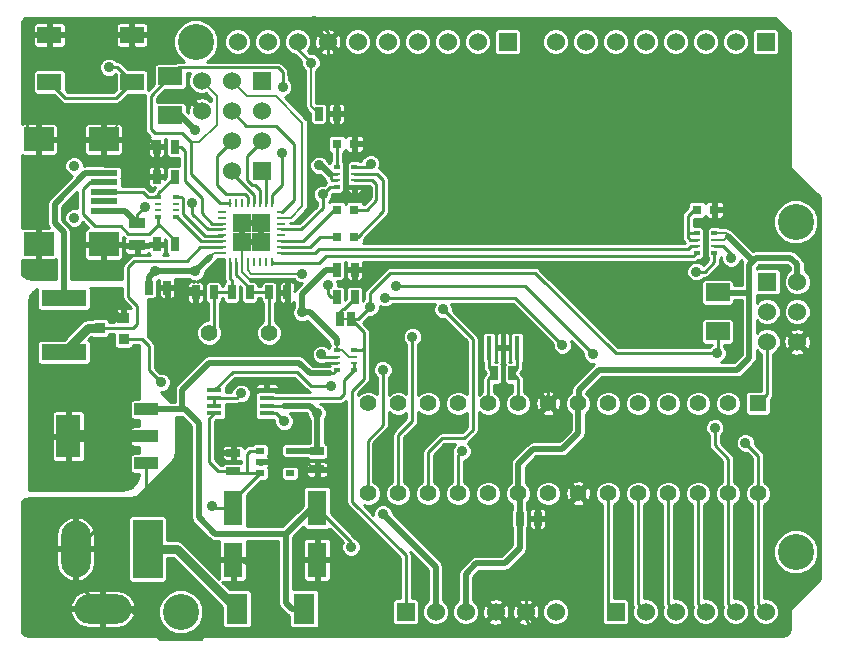
<source format=gtl>
G04 (created by PCBNEW (2013-07-07 BZR 4022)-stable) date Sun 28 Jul 2013 01:55:30 PM NZST*
%MOIN*%
G04 Gerber Fmt 3.4, Leading zero omitted, Abs format*
%FSLAX34Y34*%
G01*
G70*
G90*
G04 APERTURE LIST*
%ADD10C,0.00590551*%
%ADD11R,0.06X0.06*%
%ADD12C,0.06*%
%ADD13C,0.0354*%
%ADD14R,0.0984X0.0787*%
%ADD15R,0.0906X0.0197*%
%ADD16R,0.0787402X0.0551181*%
%ADD17R,0.03X0.02*%
%ADD18R,0.08X0.144*%
%ADD19R,0.08X0.04*%
%ADD20R,0.15X0.055*%
%ADD21R,0.08X0.06*%
%ADD22R,0.025X0.045*%
%ADD23R,0.045X0.025*%
%ADD24R,0.0314X0.0314*%
%ADD25C,0.056*%
%ADD26R,0.07X0.1*%
%ADD27C,0.055*%
%ADD28R,0.055X0.055*%
%ADD29R,0.015748X0.0787402*%
%ADD30R,0.063X0.1181*%
%ADD31R,0.05X0.016*%
%ADD32R,0.055X0.035*%
%ADD33R,0.036X0.036*%
%ADD34R,0.019685X0.0167323*%
%ADD35R,0.019685X0.00984252*%
%ADD36O,0.0984252X0.189*%
%ADD37R,0.0984252X0.19685*%
%ADD38O,0.189X0.0984252*%
%ADD39R,0.03X0.01*%
%ADD40R,0.01X0.03*%
%ADD41R,0.0629921X0.0629921*%
%ADD42C,0.12*%
%ADD43C,0.035*%
%ADD44C,0.01*%
%ADD45C,0.02*%
%ADD46C,0.008*%
%ADD47C,0.04*%
%ADD48C,0.03*%
G04 APERTURE END LIST*
G54D10*
G54D11*
X18200Y-12300D03*
G54D12*
X18200Y-13300D03*
X17200Y-12300D03*
X17200Y-13300D03*
X16200Y-12300D03*
X16200Y-13300D03*
G54D13*
X11950Y-16866D03*
X11950Y-15134D03*
G54D14*
X10769Y-17732D03*
X10769Y-14248D03*
X12934Y-17752D03*
X12934Y-14248D03*
G54D15*
X12934Y-16000D03*
X12934Y-15685D03*
X12934Y-15370D03*
X12934Y-16315D03*
X12934Y-16630D03*
G54D16*
X13877Y-12337D03*
X13877Y-10762D03*
X11122Y-10762D03*
X11122Y-12337D03*
G54D17*
X18150Y-24625D03*
X18150Y-25375D03*
X19150Y-24625D03*
X18150Y-25000D03*
X19150Y-25375D03*
G54D18*
X11750Y-24150D03*
G54D19*
X14350Y-24150D03*
X14350Y-23250D03*
X14350Y-25050D03*
G54D20*
X11600Y-19550D03*
X11600Y-21350D03*
G54D21*
X33400Y-19350D03*
X33400Y-20650D03*
X15150Y-13450D03*
X15150Y-12150D03*
G54D22*
X20700Y-19500D03*
X21300Y-19500D03*
X20700Y-18600D03*
X21300Y-18600D03*
X15300Y-14500D03*
X14700Y-14500D03*
G54D23*
X17250Y-25300D03*
X17250Y-24700D03*
G54D22*
X18450Y-19350D03*
X19050Y-19350D03*
G54D23*
X20050Y-24650D03*
X20050Y-25250D03*
G54D22*
X14450Y-19200D03*
X15050Y-19200D03*
X26800Y-26900D03*
X27400Y-26900D03*
X16600Y-19350D03*
X16000Y-19350D03*
X15300Y-15500D03*
X14700Y-15500D03*
X15300Y-17750D03*
X14700Y-17750D03*
X25950Y-22050D03*
X26550Y-22050D03*
G54D11*
X18200Y-15300D03*
G54D12*
X17200Y-15300D03*
X18200Y-14300D03*
X17200Y-14300D03*
G54D24*
X21295Y-16600D03*
X20705Y-16600D03*
X20705Y-14400D03*
X21295Y-14400D03*
X21295Y-17500D03*
X20705Y-17500D03*
X32705Y-16600D03*
X33295Y-16600D03*
G54D22*
X20812Y-20250D03*
X21187Y-20250D03*
G54D25*
X16450Y-20700D03*
X18450Y-20700D03*
G54D26*
X17370Y-29900D03*
X19630Y-29900D03*
G54D27*
X33750Y-23050D03*
X32750Y-23050D03*
X31750Y-23050D03*
X30750Y-23050D03*
X29750Y-23050D03*
X28750Y-23050D03*
X27750Y-23050D03*
X26750Y-23050D03*
X25750Y-23050D03*
X24750Y-23050D03*
X23750Y-23050D03*
X22750Y-23050D03*
X21750Y-23050D03*
G54D28*
X34750Y-23050D03*
G54D27*
X21750Y-26050D03*
X22750Y-26050D03*
X23750Y-26050D03*
X24750Y-26050D03*
X25750Y-26050D03*
X26750Y-26050D03*
X27750Y-26050D03*
X28750Y-26050D03*
X29750Y-26050D03*
X30750Y-26050D03*
X31750Y-26050D03*
X32750Y-26050D03*
X33750Y-26050D03*
X34750Y-26050D03*
G54D29*
X26250Y-21200D03*
X26722Y-21200D03*
X25777Y-21200D03*
G54D30*
X17250Y-26534D03*
X17250Y-28266D03*
X20050Y-26534D03*
X20050Y-28266D03*
G54D31*
X18375Y-23385D03*
X18375Y-23130D03*
X18375Y-22870D03*
X18375Y-22615D03*
X16625Y-22615D03*
X16625Y-22870D03*
X16625Y-23130D03*
X16625Y-23385D03*
G54D32*
X14050Y-17775D03*
X14050Y-17025D03*
G54D22*
X17800Y-19350D03*
X17200Y-19350D03*
G54D33*
X13600Y-20200D03*
X13600Y-20900D03*
X12800Y-20550D03*
G54D22*
X20100Y-13400D03*
X20700Y-13400D03*
G54D34*
X20704Y-21933D03*
X20704Y-21266D03*
G54D35*
X20704Y-21698D03*
X20704Y-21501D03*
G54D34*
X21295Y-21933D03*
X21295Y-21266D03*
G54D35*
X21295Y-21698D03*
X21295Y-21501D03*
G54D34*
X14754Y-16833D03*
X14754Y-16166D03*
G54D35*
X14754Y-16598D03*
X14754Y-16401D03*
G54D34*
X15345Y-16833D03*
X15345Y-16166D03*
G54D35*
X15345Y-16598D03*
X15345Y-16401D03*
G54D34*
X21295Y-15166D03*
X21295Y-15833D03*
G54D35*
X21295Y-15401D03*
X21295Y-15598D03*
G54D34*
X20704Y-15166D03*
X20704Y-15833D03*
G54D35*
X20704Y-15401D03*
X20704Y-15598D03*
G54D34*
X32704Y-18033D03*
X32704Y-17366D03*
G54D35*
X32704Y-17798D03*
X32704Y-17601D03*
G54D34*
X33295Y-18033D03*
X33295Y-17366D03*
G54D35*
X33295Y-17798D03*
X33295Y-17601D03*
G54D11*
X35000Y-11000D03*
G54D12*
X34000Y-11000D03*
X33000Y-11000D03*
X32000Y-11000D03*
X31000Y-11000D03*
X30000Y-11000D03*
X29000Y-11000D03*
X28000Y-11000D03*
G54D11*
X30000Y-30000D03*
G54D12*
X31000Y-30000D03*
X32000Y-30000D03*
X33000Y-30000D03*
X34000Y-30000D03*
X35000Y-30000D03*
G54D11*
X26400Y-11000D03*
G54D12*
X25400Y-11000D03*
X24400Y-11000D03*
X23400Y-11000D03*
X22400Y-11000D03*
X21400Y-11000D03*
X20400Y-11000D03*
X19400Y-11000D03*
X18400Y-11000D03*
X17400Y-11000D03*
G54D11*
X35050Y-19000D03*
G54D12*
X36050Y-19000D03*
X35050Y-20000D03*
X36050Y-20000D03*
X35050Y-21000D03*
X36050Y-21000D03*
G54D36*
X12000Y-27900D03*
G54D37*
X14400Y-27900D03*
G54D38*
X12900Y-29900D03*
G54D39*
X16866Y-17842D03*
X16866Y-17645D03*
X16866Y-17448D03*
X16866Y-18039D03*
G54D40*
X17161Y-18334D03*
X17358Y-18334D03*
X17555Y-18334D03*
X17752Y-18334D03*
X17948Y-18334D03*
X18145Y-18334D03*
X18342Y-18334D03*
X18539Y-18334D03*
G54D39*
X18834Y-16661D03*
X18834Y-18039D03*
X18834Y-17842D03*
X18834Y-17645D03*
X18834Y-17448D03*
X18834Y-17252D03*
X18834Y-17055D03*
X18834Y-16858D03*
G54D40*
X18539Y-16366D03*
X18342Y-16366D03*
X18145Y-16366D03*
X17948Y-16366D03*
X17752Y-16366D03*
X17555Y-16366D03*
X17358Y-16366D03*
X17161Y-16366D03*
G54D39*
X16866Y-16661D03*
X16866Y-16858D03*
X16866Y-17055D03*
X16866Y-17252D03*
G54D41*
X17535Y-17664D03*
X17535Y-17035D03*
X18164Y-17664D03*
X18164Y-17035D03*
G54D11*
X23000Y-30000D03*
G54D12*
X24000Y-30000D03*
X25000Y-30000D03*
X26000Y-30000D03*
X27000Y-30000D03*
X28000Y-30000D03*
G54D42*
X16000Y-11000D03*
X15500Y-30000D03*
X36000Y-28000D03*
X36000Y-17000D03*
G54D43*
X20050Y-23385D03*
X22244Y-26732D03*
X20118Y-15118D03*
X15995Y-18650D03*
X15990Y-13950D03*
X19544Y-18725D03*
X19540Y-20020D03*
X13385Y-22637D03*
X16535Y-26456D03*
X14650Y-18650D03*
X12850Y-19650D03*
X12850Y-21600D03*
X10950Y-22600D03*
X10950Y-24200D03*
X11000Y-25650D03*
X11950Y-25350D03*
X12000Y-22950D03*
X13600Y-25700D03*
X13000Y-25100D03*
X13000Y-23250D03*
X33307Y-23858D03*
X29251Y-21417D03*
X22677Y-19133D03*
X34330Y-24370D03*
X28228Y-21102D03*
X22322Y-19527D03*
X33854Y-18212D03*
X32685Y-18660D03*
X22244Y-21929D03*
X33385Y-21377D03*
X21811Y-19842D03*
X13110Y-11850D03*
X23228Y-20826D03*
X18880Y-14710D03*
X20196Y-21417D03*
X18900Y-12510D03*
X19842Y-11692D03*
X20235Y-16080D03*
X20417Y-19121D03*
X14500Y-30600D03*
X10600Y-30500D03*
X10600Y-27100D03*
X16400Y-30669D03*
X35068Y-16654D03*
X35046Y-12100D03*
X34452Y-10362D03*
X27280Y-10340D03*
X19954Y-10290D03*
X10406Y-10399D03*
X35567Y-30587D03*
X36500Y-25800D03*
X25510Y-30600D03*
X21535Y-28543D03*
X18661Y-26338D03*
X20748Y-25393D03*
X10384Y-13391D03*
X32208Y-12100D03*
X31328Y-20900D03*
X29546Y-12056D03*
X27214Y-12034D03*
X25806Y-12012D03*
X28512Y-12078D03*
X30514Y-12056D03*
X29348Y-20152D03*
X30316Y-19932D03*
X30272Y-20922D03*
X24398Y-17446D03*
X24332Y-11990D03*
X28534Y-17336D03*
X29480Y-17292D03*
X27192Y-17402D03*
X25608Y-19910D03*
X25740Y-17424D03*
X21672Y-16044D03*
X22130Y-14400D03*
X21811Y-18622D03*
X13815Y-13350D03*
X10770Y-18510D03*
X15490Y-19770D03*
X13020Y-18510D03*
X30492Y-15862D03*
X16929Y-24173D03*
X15629Y-24173D03*
X28995Y-19200D03*
X19055Y-22322D03*
X19015Y-21259D03*
X24251Y-19921D03*
X24881Y-24645D03*
X18950Y-23650D03*
X14850Y-22350D03*
X21834Y-15063D03*
X17519Y-22716D03*
X15894Y-16386D03*
X14300Y-16500D03*
X20511Y-22480D03*
X21181Y-27834D03*
G54D44*
X18375Y-23130D02*
X18937Y-23130D01*
G54D45*
X19822Y-23130D02*
X20050Y-23357D01*
X20050Y-23357D02*
X20050Y-23385D01*
X18937Y-23130D02*
X19822Y-23130D01*
X20050Y-23385D02*
X20050Y-24650D01*
X19150Y-24625D02*
X20025Y-24625D01*
G54D44*
X20025Y-24625D02*
X20050Y-24650D01*
G54D45*
X24000Y-30000D02*
X24000Y-28488D01*
X22244Y-26732D02*
X24000Y-28488D01*
G54D46*
X33295Y-17601D02*
X33618Y-17601D01*
X33666Y-17366D02*
X33295Y-17366D01*
X33734Y-17434D02*
X33666Y-17366D01*
X33734Y-17486D02*
X33734Y-17434D01*
X33618Y-17601D02*
X33734Y-17486D01*
G54D44*
X20118Y-15118D02*
X20180Y-15118D01*
G54D45*
X20180Y-15118D02*
X20511Y-15449D01*
G54D44*
X20704Y-15598D02*
X20544Y-15598D01*
X20544Y-15598D02*
X20511Y-15565D01*
X20511Y-15565D02*
X20511Y-15449D01*
X20558Y-15401D02*
X20704Y-15401D01*
X20511Y-15449D02*
X20558Y-15401D01*
G54D45*
X19802Y-20020D02*
X20704Y-20921D01*
X19540Y-20020D02*
X19802Y-20020D01*
X20704Y-20921D02*
X20704Y-21084D01*
G54D46*
X20704Y-21084D02*
X20704Y-21266D01*
X21295Y-21501D02*
X21102Y-21501D01*
X21102Y-21501D02*
X20982Y-21381D01*
X20982Y-21381D02*
X20982Y-21363D01*
X20982Y-21363D02*
X20885Y-21266D01*
X20885Y-21266D02*
X20704Y-21266D01*
G54D45*
X15150Y-13450D02*
X15490Y-13450D01*
X15990Y-13950D02*
X15490Y-13450D01*
G54D46*
X17752Y-18334D02*
X17752Y-18617D01*
X17859Y-18725D02*
X19544Y-18725D01*
X17752Y-18617D02*
X17859Y-18725D01*
G54D45*
X20360Y-18600D02*
X19540Y-19420D01*
X19540Y-19420D02*
X19540Y-20020D01*
X20700Y-18600D02*
X20360Y-18600D01*
X33740Y-17480D02*
X34566Y-18307D01*
X34448Y-19370D02*
X33420Y-19370D01*
X33420Y-19370D02*
X33400Y-19350D01*
X28750Y-23050D02*
X28779Y-23020D01*
X36050Y-18412D02*
X36050Y-19000D01*
X34566Y-18307D02*
X34685Y-18188D01*
X34685Y-18188D02*
X35826Y-18188D01*
X35826Y-18188D02*
X36050Y-18412D01*
X34448Y-18425D02*
X34566Y-18307D01*
X34448Y-19370D02*
X34448Y-18425D01*
X34448Y-21535D02*
X34448Y-19370D01*
X34055Y-21929D02*
X34448Y-21535D01*
X29448Y-21929D02*
X34055Y-21929D01*
X28779Y-22598D02*
X29448Y-21929D01*
X28779Y-23020D02*
X28779Y-22598D01*
X13000Y-23267D02*
X13000Y-23023D01*
X13000Y-23023D02*
X13385Y-22637D01*
G54D46*
X16866Y-18039D02*
X16606Y-18039D01*
G54D45*
X15995Y-18650D02*
X14650Y-18650D01*
G54D46*
X16606Y-18039D02*
X16476Y-18169D01*
G54D45*
X16476Y-18169D02*
X15995Y-18650D01*
G54D44*
X16612Y-26534D02*
X17250Y-26534D01*
X16535Y-26456D02*
X16612Y-26534D01*
G54D45*
X26800Y-27885D02*
X26800Y-26900D01*
X26750Y-26050D02*
X26750Y-25061D01*
X26750Y-25061D02*
X27244Y-24566D01*
X27244Y-24566D02*
X28228Y-24566D01*
X28228Y-24566D02*
X28750Y-24045D01*
X28750Y-24045D02*
X28750Y-23050D01*
X26800Y-26900D02*
X26800Y-26100D01*
X26800Y-26100D02*
X26750Y-26050D01*
X14450Y-18850D02*
X14450Y-19200D01*
X14650Y-18650D02*
X14450Y-18850D01*
G54D44*
X17250Y-25300D02*
X16750Y-25300D01*
X16450Y-23560D02*
X16625Y-23385D01*
X16450Y-25000D02*
X16450Y-23560D01*
X16750Y-25300D02*
X16450Y-25000D01*
X17700Y-25375D02*
X17700Y-24750D01*
X17825Y-24625D02*
X18150Y-24625D01*
X17700Y-24750D02*
X17825Y-24625D01*
X18150Y-25375D02*
X17700Y-25375D01*
X17700Y-25375D02*
X17325Y-25375D01*
X17325Y-25375D02*
X17250Y-25300D01*
X17250Y-26534D02*
X17250Y-26275D01*
X17250Y-26275D02*
X18150Y-25375D01*
X13000Y-24150D02*
X13000Y-23267D01*
X13000Y-23267D02*
X13000Y-23250D01*
G54D47*
X11750Y-24150D02*
X13000Y-24150D01*
X13000Y-24150D02*
X14350Y-24150D01*
G54D48*
X13600Y-20200D02*
X13400Y-20200D01*
G54D44*
X10950Y-24200D02*
X10950Y-22600D01*
X11650Y-25650D02*
X11000Y-25650D01*
X11950Y-25350D02*
X11650Y-25650D01*
G54D48*
X13400Y-20200D02*
X12850Y-19650D01*
G54D44*
X13000Y-23250D02*
X12700Y-22950D01*
X12700Y-22950D02*
X12000Y-22950D01*
X13000Y-25100D02*
X13600Y-25700D01*
G54D45*
X26299Y-28385D02*
X26800Y-27885D01*
X25000Y-30000D02*
X25000Y-28740D01*
X25000Y-28740D02*
X25354Y-28385D01*
X25354Y-28385D02*
X26299Y-28385D01*
G54D44*
X30000Y-30000D02*
X29750Y-29750D01*
X29750Y-29750D02*
X29750Y-26050D01*
X31000Y-30000D02*
X30750Y-29750D01*
X30750Y-29750D02*
X30750Y-26050D01*
X32000Y-30000D02*
X31750Y-29750D01*
X31750Y-29750D02*
X31750Y-26050D01*
X33000Y-30000D02*
X32750Y-29750D01*
X32750Y-29750D02*
X32750Y-26050D01*
X22677Y-19133D02*
X26968Y-19133D01*
X33750Y-24891D02*
X33750Y-26050D01*
X33307Y-24448D02*
X33750Y-24891D01*
X33307Y-23858D02*
X33307Y-24448D01*
X26968Y-19133D02*
X29251Y-21417D01*
X34000Y-30000D02*
X33750Y-29750D01*
X33750Y-29750D02*
X33750Y-26050D01*
X22322Y-19527D02*
X26653Y-19527D01*
X34750Y-24789D02*
X34750Y-26050D01*
X34330Y-24370D02*
X34750Y-24789D01*
X26653Y-19527D02*
X28228Y-21102D01*
X35000Y-30000D02*
X34750Y-29750D01*
X34750Y-29750D02*
X34750Y-26050D01*
X33295Y-17798D02*
X33575Y-17798D01*
X33854Y-18077D02*
X33854Y-18212D01*
X33575Y-17798D02*
X33854Y-18077D01*
X33295Y-18033D02*
X33295Y-18338D01*
X32974Y-18660D02*
X32685Y-18660D01*
X33295Y-18338D02*
X32974Y-18660D01*
X22244Y-21929D02*
X22244Y-23779D01*
X22244Y-23779D02*
X21732Y-24291D01*
X21732Y-24291D02*
X21732Y-26032D01*
X21732Y-26032D02*
X21750Y-26050D01*
X21295Y-21933D02*
X21295Y-21698D01*
X20950Y-22750D02*
X20950Y-22278D01*
X20830Y-22870D02*
X20950Y-22750D01*
X18375Y-22870D02*
X20830Y-22870D01*
X20950Y-22278D02*
X21295Y-21933D01*
X23000Y-30000D02*
X23000Y-28118D01*
X23000Y-28118D02*
X21220Y-26338D01*
X21295Y-21266D02*
X21560Y-21266D01*
X21560Y-21266D02*
X21614Y-21212D01*
X21177Y-20259D02*
X21187Y-20250D01*
X34750Y-23050D02*
X35050Y-22750D01*
X35050Y-22750D02*
X35050Y-21000D01*
X33385Y-21377D02*
X30000Y-21377D01*
X21811Y-19370D02*
X21811Y-19842D01*
X22480Y-18700D02*
X21811Y-19370D01*
X27322Y-18700D02*
X22480Y-18700D01*
X30000Y-21377D02*
X27322Y-18700D01*
X33400Y-21363D02*
X33400Y-20650D01*
X33385Y-21377D02*
X33400Y-21363D01*
X21403Y-20250D02*
X21187Y-20250D01*
X21811Y-19842D02*
X21403Y-20250D01*
X13877Y-12337D02*
X13390Y-11850D01*
X13390Y-11850D02*
X13110Y-11850D01*
X11122Y-12337D02*
X11658Y-12874D01*
X13341Y-12874D02*
X13877Y-12337D01*
X11658Y-12874D02*
X13341Y-12874D01*
X21614Y-20677D02*
X21187Y-20250D01*
X21614Y-22244D02*
X21614Y-21212D01*
X21614Y-21212D02*
X21614Y-20677D01*
X21220Y-22637D02*
X21614Y-22244D01*
X21220Y-26338D02*
X21220Y-22637D01*
G54D46*
X20812Y-20250D02*
X21187Y-20250D01*
G54D44*
X21300Y-19500D02*
X21300Y-19550D01*
X20812Y-19987D02*
X20812Y-20250D01*
X20900Y-19900D02*
X20812Y-19987D01*
X20950Y-19900D02*
X20900Y-19900D01*
X21300Y-19550D02*
X20950Y-19900D01*
X23228Y-20826D02*
X23228Y-23622D01*
X23228Y-23622D02*
X22750Y-24100D01*
X22750Y-24100D02*
X22750Y-26050D01*
X14754Y-16166D02*
X14754Y-16045D01*
X14754Y-16045D02*
X15300Y-15500D01*
X14406Y-16156D02*
X14744Y-16156D01*
X14744Y-16156D02*
X14754Y-16166D01*
X12934Y-16000D02*
X14250Y-16000D01*
X14250Y-16000D02*
X14406Y-16156D01*
X14406Y-16156D02*
X14400Y-16150D01*
X14450Y-17400D02*
X14754Y-17095D01*
X12465Y-15685D02*
X12246Y-15904D01*
X12246Y-15904D02*
X12246Y-16746D01*
X12246Y-16746D02*
X12650Y-17150D01*
X12650Y-17150D02*
X13500Y-17150D01*
X13500Y-17150D02*
X13750Y-17400D01*
X13750Y-17400D02*
X14450Y-17400D01*
X12934Y-15685D02*
X12465Y-15685D01*
X14754Y-17095D02*
X14754Y-17070D01*
X15300Y-17750D02*
X15300Y-17616D01*
X14754Y-17070D02*
X14754Y-16833D01*
X15300Y-17616D02*
X14754Y-17070D01*
X15300Y-17750D02*
X15300Y-17600D01*
X18539Y-16366D02*
X18539Y-16111D01*
X18880Y-15770D02*
X18880Y-14710D01*
X18539Y-16111D02*
X18880Y-15770D01*
X18834Y-16661D02*
X18889Y-16661D01*
X17690Y-13790D02*
X17200Y-13300D01*
X18670Y-13790D02*
X17690Y-13790D01*
X19270Y-14390D02*
X18670Y-13790D01*
X19270Y-16280D02*
X19270Y-14390D01*
X18889Y-16661D02*
X19270Y-16280D01*
X20704Y-21501D02*
X20281Y-21501D01*
X18900Y-12510D02*
X18898Y-12011D01*
X18898Y-12011D02*
X18740Y-11853D01*
X18740Y-11853D02*
X15446Y-11853D01*
X15446Y-11853D02*
X15150Y-12150D01*
X20281Y-21501D02*
X20196Y-21417D01*
G54D46*
X15850Y-14350D02*
X16130Y-14350D01*
X16710Y-12810D02*
X16200Y-12300D01*
X16710Y-13770D02*
X16710Y-12810D01*
X16130Y-14350D02*
X16710Y-13770D01*
G54D44*
X17161Y-16366D02*
X16816Y-16366D01*
X14500Y-12800D02*
X15150Y-12150D01*
X14500Y-13900D02*
X14500Y-12800D01*
X14650Y-14050D02*
X14500Y-13900D01*
X15550Y-14050D02*
X14650Y-14050D01*
X15850Y-14350D02*
X15550Y-14050D01*
X15850Y-15400D02*
X15850Y-14350D01*
X16816Y-16366D02*
X15850Y-15400D01*
X18834Y-17842D02*
X19818Y-17842D01*
X20160Y-17500D02*
X20705Y-17500D01*
X19818Y-17842D02*
X20160Y-17500D01*
G54D46*
X18834Y-16858D02*
X19172Y-16858D01*
X17710Y-12810D02*
X17200Y-12300D01*
X18680Y-12810D02*
X17710Y-12810D01*
X19560Y-13690D02*
X18680Y-12810D01*
X19560Y-16470D02*
X19560Y-13690D01*
X19172Y-16858D02*
X19560Y-16470D01*
G54D44*
X18834Y-17645D02*
X19565Y-17645D01*
X20610Y-16600D02*
X20705Y-16600D01*
X19565Y-17645D02*
X20610Y-16600D01*
G54D46*
X20100Y-13400D02*
X19842Y-13142D01*
X19842Y-13142D02*
X19842Y-11692D01*
G54D44*
X19842Y-11692D02*
X19400Y-11250D01*
X19400Y-11250D02*
X19400Y-11000D01*
X19528Y-17252D02*
X20235Y-16545D01*
X18834Y-17252D02*
X19528Y-17252D01*
X20235Y-16545D02*
X20235Y-16080D01*
X20704Y-15833D02*
X20481Y-15833D01*
X20481Y-15833D02*
X20235Y-16080D01*
X20417Y-19121D02*
X20417Y-19409D01*
X20508Y-19500D02*
X20700Y-19500D01*
X20417Y-19409D02*
X20508Y-19500D01*
X20444Y-19093D02*
X20417Y-19121D01*
X14500Y-30600D02*
X13800Y-29900D01*
X16169Y-30900D02*
X14800Y-30900D01*
X14800Y-30900D02*
X14500Y-30600D01*
X16384Y-30684D02*
X16169Y-30900D01*
X16400Y-30669D02*
X16384Y-30684D01*
X13800Y-29900D02*
X12900Y-29900D01*
X12900Y-29900D02*
X12000Y-29000D01*
X12000Y-29000D02*
X12000Y-27900D01*
X14350Y-26043D02*
X13893Y-26500D01*
X13400Y-26500D02*
X12000Y-27900D01*
X13893Y-26500D02*
X13400Y-26500D01*
X10600Y-27100D02*
X11400Y-27900D01*
X11400Y-27900D02*
X12000Y-27900D01*
X16400Y-30669D02*
X18307Y-30669D01*
X35068Y-16654D02*
X35068Y-17668D01*
X36740Y-20310D02*
X36050Y-21000D01*
X36740Y-18240D02*
X36740Y-20310D01*
X36400Y-17900D02*
X36740Y-18240D01*
X35300Y-17900D02*
X36400Y-17900D01*
X35068Y-17668D02*
X35300Y-17900D01*
X33295Y-16600D02*
X35014Y-16600D01*
X35046Y-16632D02*
X35068Y-16654D01*
X35046Y-16632D02*
X35046Y-12100D01*
X32208Y-12100D02*
X35046Y-12100D01*
G54D46*
X34452Y-11506D02*
X34452Y-10362D01*
X27280Y-10340D02*
X20004Y-10340D01*
X20004Y-10340D02*
X19954Y-10290D01*
X35046Y-12100D02*
X34452Y-11506D01*
G54D44*
X35014Y-16600D02*
X35068Y-16654D01*
X35567Y-30587D02*
X35567Y-28967D01*
X27478Y-30756D02*
X35398Y-30756D01*
X35398Y-30756D02*
X35567Y-30587D01*
X27000Y-30278D02*
X27478Y-30756D01*
X27000Y-30000D02*
X27000Y-30278D01*
X35684Y-26316D02*
X35684Y-25900D01*
X35100Y-26900D02*
X35684Y-26316D01*
X35100Y-28500D02*
X35100Y-26900D01*
X35567Y-28967D02*
X35100Y-28500D01*
G54D46*
X20700Y-13400D02*
X21300Y-13400D01*
X35684Y-25900D02*
X35784Y-25800D01*
X35784Y-25800D02*
X36500Y-25800D01*
G54D47*
X25490Y-30510D02*
X25510Y-30530D01*
X25510Y-30530D02*
X25510Y-30600D01*
G54D44*
X26000Y-30000D02*
X25490Y-30510D01*
X25490Y-30510D02*
X25330Y-30669D01*
X25330Y-30669D02*
X18307Y-30669D01*
X18307Y-29015D02*
X18307Y-30669D01*
X17557Y-28266D02*
X18307Y-29015D01*
X17250Y-28266D02*
X17557Y-28266D01*
X21258Y-28266D02*
X21535Y-28543D01*
X20604Y-25250D02*
X20748Y-25393D01*
X27000Y-30000D02*
X27000Y-28905D01*
X27000Y-28905D02*
X27400Y-28505D01*
G54D46*
X17535Y-17664D02*
X17535Y-17035D01*
X17535Y-17035D02*
X18164Y-17035D01*
X18164Y-17035D02*
X18164Y-17664D01*
X17555Y-18334D02*
X17555Y-17684D01*
X17555Y-17684D02*
X17535Y-17664D01*
X10395Y-13457D02*
X10384Y-13446D01*
X10384Y-13446D02*
X10384Y-13391D01*
G54D44*
X19921Y-21732D02*
X20423Y-21732D01*
X19015Y-21259D02*
X19448Y-21259D01*
X19921Y-21732D02*
X19448Y-21259D01*
X20457Y-21698D02*
X20704Y-21698D01*
X20423Y-21732D02*
X20457Y-21698D01*
X31328Y-20900D02*
X30294Y-20900D01*
X32164Y-12056D02*
X32208Y-12100D01*
X30514Y-12056D02*
X29546Y-12056D01*
X28534Y-12056D02*
X29546Y-12056D01*
X27214Y-12034D02*
X27258Y-12078D01*
X25828Y-12034D02*
X27214Y-12034D01*
X24332Y-11990D02*
X24354Y-12012D01*
X24354Y-12012D02*
X25806Y-12012D01*
X25806Y-12012D02*
X25828Y-12034D01*
X27258Y-12078D02*
X28512Y-12078D01*
X28512Y-12078D02*
X28534Y-12056D01*
X30514Y-12056D02*
X32164Y-12056D01*
X30096Y-20152D02*
X29348Y-20152D01*
X30316Y-19932D02*
X30096Y-20152D01*
X30294Y-20900D02*
X30272Y-20922D01*
X20400Y-11000D02*
X21390Y-11990D01*
X24420Y-17424D02*
X24398Y-17446D01*
X24420Y-17424D02*
X25740Y-17424D01*
X21390Y-11990D02*
X24332Y-11990D01*
X27192Y-17402D02*
X25762Y-17402D01*
X25762Y-17402D02*
X25740Y-17424D01*
X28534Y-17336D02*
X27258Y-17336D01*
X28578Y-17292D02*
X28534Y-17336D01*
X30492Y-15862D02*
X30492Y-16280D01*
X30492Y-16280D02*
X29480Y-17292D01*
X29480Y-17292D02*
X28578Y-17292D01*
X27258Y-17336D02*
X27192Y-17402D01*
X13877Y-10762D02*
X14647Y-10762D01*
X20400Y-10665D02*
X20400Y-11000D01*
X19925Y-10190D02*
X20400Y-10665D01*
X15220Y-10190D02*
X19925Y-10190D01*
X14647Y-10762D02*
X15220Y-10190D01*
X11122Y-10762D02*
X13877Y-10762D01*
X10769Y-14248D02*
X10395Y-13874D01*
X10597Y-10762D02*
X11122Y-10762D01*
X10395Y-10965D02*
X10597Y-10762D01*
X10395Y-13874D02*
X10395Y-13457D01*
X10395Y-13457D02*
X10395Y-10965D01*
G54D46*
X22130Y-14400D02*
X21295Y-14400D01*
X12934Y-14231D02*
X12934Y-14248D01*
X13815Y-13350D02*
X12934Y-14231D01*
X10769Y-18509D02*
X10769Y-17732D01*
X10770Y-18510D02*
X10769Y-18509D01*
X12934Y-17752D02*
X12934Y-18424D01*
X15480Y-19760D02*
X15480Y-19200D01*
X15490Y-19770D02*
X15480Y-19760D01*
X12934Y-18424D02*
X13020Y-18510D01*
X19015Y-21259D02*
X16149Y-21259D01*
X16000Y-21110D02*
X16000Y-19350D01*
X16149Y-21259D02*
X16000Y-21110D01*
G54D44*
X33295Y-16135D02*
X33295Y-16600D01*
X33022Y-15862D02*
X33295Y-16135D01*
X33000Y-15862D02*
X33022Y-15862D01*
X30492Y-15862D02*
X33000Y-15862D01*
X35684Y-21366D02*
X36050Y-21000D01*
X35684Y-25900D02*
X35684Y-21366D01*
X15629Y-24173D02*
X15629Y-24763D01*
X15629Y-24763D02*
X14371Y-26021D01*
X14371Y-26021D02*
X14350Y-26043D01*
G54D46*
X21788Y-18600D02*
X21811Y-18622D01*
X21788Y-18600D02*
X21300Y-18600D01*
G54D44*
X22028Y-18405D02*
X21811Y-18622D01*
X28995Y-19200D02*
X28200Y-18405D01*
X28200Y-18405D02*
X22028Y-18405D01*
X20050Y-28266D02*
X21258Y-28266D01*
X20050Y-25250D02*
X20604Y-25250D01*
X17250Y-23576D02*
X17250Y-23852D01*
X17250Y-23576D02*
X17834Y-22992D01*
X17834Y-22992D02*
X17834Y-22755D01*
X17834Y-22755D02*
X17975Y-22615D01*
X18375Y-22615D02*
X17975Y-22615D01*
X17250Y-23852D02*
X16929Y-24173D01*
X18582Y-25000D02*
X18582Y-24409D01*
X18582Y-24409D02*
X18346Y-24173D01*
X18346Y-24173D02*
X16929Y-24173D01*
X19055Y-22322D02*
X18762Y-22615D01*
X18375Y-22615D02*
X18762Y-22615D01*
X19050Y-21225D02*
X19050Y-19350D01*
X19015Y-21259D02*
X19050Y-21225D01*
X20050Y-25250D02*
X19935Y-25250D01*
X19685Y-25000D02*
X18582Y-25000D01*
X18582Y-25000D02*
X18150Y-25000D01*
X19935Y-25250D02*
X19685Y-25000D01*
X14350Y-26043D02*
X14350Y-25050D01*
X26250Y-21200D02*
X26250Y-20561D01*
X27750Y-21214D02*
X27750Y-23050D01*
X26889Y-20354D02*
X27750Y-21214D01*
X26456Y-20354D02*
X26889Y-20354D01*
X26250Y-20561D02*
X26456Y-20354D01*
X27400Y-28505D02*
X27400Y-26900D01*
X27400Y-26900D02*
X27900Y-26900D01*
X27900Y-26900D02*
X28750Y-26050D01*
X17250Y-24700D02*
X17250Y-24494D01*
X17250Y-24494D02*
X16929Y-24173D01*
G54D46*
X17555Y-18334D02*
X17555Y-18675D01*
X17555Y-18675D02*
X17822Y-18942D01*
X17822Y-18942D02*
X18981Y-18942D01*
X18981Y-18942D02*
X19050Y-19010D01*
X19050Y-19010D02*
X19050Y-19350D01*
G54D44*
X21295Y-14400D02*
X21295Y-14000D01*
X21295Y-14000D02*
X21295Y-13505D01*
X21295Y-13505D02*
X21300Y-13500D01*
X21300Y-13500D02*
X21300Y-13400D01*
X21300Y-13400D02*
X21300Y-12870D01*
X21300Y-12870D02*
X20400Y-11970D01*
X20400Y-11970D02*
X20400Y-11000D01*
X16000Y-19350D02*
X15850Y-19200D01*
X15850Y-19200D02*
X15480Y-19200D01*
X15480Y-19200D02*
X15050Y-19200D01*
X14700Y-14500D02*
X14448Y-14248D01*
X14448Y-14248D02*
X12934Y-14248D01*
X14700Y-15500D02*
X14700Y-14500D01*
X12934Y-17752D02*
X14027Y-17752D01*
X14029Y-17750D02*
X14700Y-17750D01*
X14027Y-17752D02*
X14029Y-17750D01*
X10769Y-17732D02*
X10769Y-14248D01*
X10769Y-14248D02*
X12934Y-14248D01*
X25236Y-20905D02*
X24251Y-19921D01*
X23750Y-24675D02*
X23750Y-26050D01*
X24212Y-24212D02*
X23750Y-24675D01*
X24960Y-24212D02*
X24212Y-24212D01*
X25236Y-23937D02*
X24960Y-24212D01*
X25236Y-23937D02*
X25236Y-20905D01*
X26550Y-22050D02*
X26722Y-21877D01*
X26722Y-21877D02*
X26722Y-21200D01*
X26750Y-23050D02*
X26750Y-22250D01*
X26750Y-22250D02*
X26550Y-22050D01*
X24750Y-24777D02*
X24750Y-26050D01*
X24881Y-24645D02*
X24750Y-24777D01*
X13600Y-20900D02*
X14200Y-20900D01*
X18685Y-23385D02*
X18375Y-23385D01*
X18950Y-23650D02*
X18685Y-23385D01*
X14450Y-21950D02*
X14850Y-22350D01*
X14450Y-21150D02*
X14450Y-21950D01*
X14200Y-20900D02*
X14450Y-21150D01*
X20705Y-14400D02*
X20705Y-15166D01*
X20705Y-15166D02*
X20704Y-15166D01*
G54D46*
X20822Y-14517D02*
X20705Y-14400D01*
G54D44*
X21295Y-15166D02*
X21730Y-15166D01*
X17366Y-22870D02*
X16625Y-22870D01*
X17366Y-22870D02*
X17519Y-22716D01*
X21730Y-15166D02*
X21834Y-15063D01*
X16625Y-23130D02*
X16625Y-22870D01*
X32704Y-17366D02*
X32456Y-17366D01*
X32456Y-17366D02*
X32400Y-17310D01*
X32400Y-16800D02*
X32400Y-17310D01*
X32400Y-17310D02*
X32400Y-17514D01*
X32400Y-16800D02*
X32600Y-16600D01*
X32705Y-16600D02*
X32600Y-16600D01*
X32487Y-17601D02*
X32704Y-17601D01*
X32400Y-17514D02*
X32487Y-17601D01*
G54D48*
X14700Y-27900D02*
X15370Y-27900D01*
X15370Y-27900D02*
X17370Y-29900D01*
X15100Y-27900D02*
X14700Y-27900D01*
G54D44*
X25950Y-22050D02*
X25777Y-21877D01*
X25777Y-21877D02*
X25777Y-21200D01*
X25750Y-23050D02*
X25750Y-22250D01*
X25750Y-22250D02*
X25950Y-22050D01*
X17752Y-16366D02*
X17752Y-16172D01*
X16700Y-14800D02*
X17200Y-14300D01*
X16700Y-15770D02*
X16700Y-14800D01*
X17000Y-16070D02*
X16700Y-15770D01*
X17650Y-16070D02*
X17000Y-16070D01*
X17752Y-16172D02*
X17650Y-16070D01*
X17700Y-15600D02*
X17710Y-15600D01*
X17700Y-15600D02*
X17700Y-14800D01*
X18200Y-14300D02*
X17700Y-14800D01*
X18145Y-15925D02*
X18145Y-16366D01*
X17990Y-15770D02*
X18145Y-15925D01*
X17880Y-15770D02*
X17990Y-15770D01*
X17710Y-15600D02*
X17880Y-15770D01*
X17948Y-16366D02*
X17948Y-16108D01*
X17200Y-15360D02*
X17200Y-15300D01*
X17948Y-16108D02*
X17200Y-15360D01*
X16866Y-17055D02*
X16555Y-17055D01*
X15500Y-14500D02*
X15300Y-14500D01*
X15650Y-14650D02*
X15500Y-14500D01*
X15650Y-15650D02*
X15650Y-14650D01*
X16200Y-16200D02*
X15650Y-15650D01*
X16200Y-16700D02*
X16200Y-16200D01*
X16555Y-17055D02*
X16200Y-16700D01*
X18342Y-16366D02*
X18342Y-15442D01*
X18342Y-15442D02*
X18200Y-15300D01*
X21295Y-15598D02*
X21878Y-15598D01*
X21700Y-16600D02*
X22030Y-16270D01*
X22030Y-16270D02*
X22030Y-15750D01*
X22030Y-15750D02*
X21878Y-15598D01*
X21700Y-16600D02*
X21295Y-16600D01*
G54D45*
X12934Y-15370D02*
X12330Y-15370D01*
X11600Y-17350D02*
X11300Y-17050D01*
X11600Y-17350D02*
X11600Y-19550D01*
X11300Y-16400D02*
X11300Y-17050D01*
X12330Y-15370D02*
X11300Y-16400D01*
G54D44*
X21295Y-15401D02*
X22055Y-15401D01*
X21397Y-17500D02*
X22244Y-16653D01*
X22244Y-16653D02*
X22244Y-15590D01*
X22244Y-15590D02*
X22055Y-15401D01*
X21397Y-17500D02*
X21295Y-17500D01*
X16314Y-17464D02*
X15585Y-16735D01*
X16314Y-17464D02*
X16866Y-17464D01*
X16866Y-17448D02*
X16866Y-17464D01*
X15530Y-16166D02*
X15345Y-16166D01*
X15585Y-16221D02*
X15530Y-16166D01*
X15585Y-16735D02*
X15585Y-16221D01*
X16195Y-17645D02*
X15383Y-16833D01*
X16866Y-17645D02*
X16195Y-17645D01*
X15383Y-16833D02*
X15345Y-16833D01*
X18450Y-20700D02*
X18450Y-19350D01*
X17800Y-19350D02*
X18450Y-19350D01*
X17358Y-18758D02*
X17358Y-18334D01*
X17800Y-19200D02*
X17358Y-18758D01*
X17800Y-19250D02*
X17800Y-19200D01*
X16450Y-20700D02*
X16600Y-20550D01*
X16600Y-20550D02*
X16600Y-19350D01*
X17200Y-19350D02*
X17200Y-18950D01*
X17161Y-18911D02*
X17161Y-18334D01*
X17200Y-18950D02*
X17161Y-18911D01*
X17200Y-19350D02*
X16600Y-19350D01*
X16402Y-17252D02*
X15894Y-16744D01*
X14300Y-16500D02*
X14050Y-16750D01*
X14050Y-17025D02*
X14050Y-16750D01*
X16402Y-17252D02*
X16866Y-17252D01*
X15894Y-16744D02*
X15894Y-16386D01*
G54D45*
X12934Y-16630D02*
X13655Y-16630D01*
X13655Y-16630D02*
X14050Y-17025D01*
G54D44*
X32408Y-17913D02*
X32522Y-17798D01*
X32522Y-17798D02*
X32704Y-17798D01*
X18834Y-18039D02*
X19992Y-18039D01*
X20118Y-17913D02*
X32408Y-17913D01*
X32408Y-17913D02*
X32401Y-17913D01*
X19992Y-18039D02*
X20118Y-17913D01*
X16625Y-22615D02*
X17232Y-22007D01*
X17232Y-22007D02*
X19370Y-22007D01*
X19370Y-22007D02*
X19842Y-22480D01*
X19842Y-22480D02*
X20511Y-22480D01*
X32126Y-18149D02*
X32588Y-18149D01*
X20118Y-18385D02*
X20354Y-18149D01*
X18590Y-18385D02*
X20118Y-18385D01*
X18539Y-18334D02*
X18590Y-18385D01*
X20354Y-18149D02*
X32126Y-18149D01*
X32588Y-18149D02*
X32704Y-18033D01*
X16866Y-17842D02*
X16158Y-17842D01*
X13900Y-20550D02*
X12800Y-20550D01*
X14050Y-20400D02*
X13900Y-20550D01*
X14050Y-19800D02*
X14050Y-20400D01*
X13750Y-19500D02*
X14050Y-19800D01*
X13750Y-18500D02*
X13750Y-19500D01*
X13950Y-18300D02*
X13750Y-18500D01*
X15700Y-18300D02*
X13950Y-18300D01*
X16158Y-17842D02*
X15700Y-18300D01*
G54D48*
X12800Y-20550D02*
X12400Y-20550D01*
X12400Y-20550D02*
X11600Y-21350D01*
G54D44*
X21181Y-27665D02*
X21181Y-27834D01*
X20491Y-22047D02*
X20591Y-22047D01*
X20591Y-22047D02*
X20704Y-21933D01*
G54D45*
X19803Y-22047D02*
X20491Y-22047D01*
X15551Y-23250D02*
X15551Y-22598D01*
X16456Y-21692D02*
X15551Y-22598D01*
X19448Y-21692D02*
X16456Y-21692D01*
X19803Y-22047D02*
X19448Y-21692D01*
X20491Y-22047D02*
X20493Y-22046D01*
G54D44*
X20050Y-26534D02*
X21181Y-27665D01*
G54D45*
X19000Y-27400D02*
X19000Y-29700D01*
X19200Y-29900D02*
X19630Y-29900D01*
X19000Y-29700D02*
X19200Y-29900D01*
X20050Y-26534D02*
X19866Y-26534D01*
X19866Y-26534D02*
X19000Y-27400D01*
X15650Y-23250D02*
X15551Y-23250D01*
X15551Y-23250D02*
X14350Y-23250D01*
X16100Y-23700D02*
X15650Y-23250D01*
X16100Y-26850D02*
X16100Y-23700D01*
X16650Y-27400D02*
X16100Y-26850D01*
X19000Y-27400D02*
X16650Y-27400D01*
G54D10*
G36*
X15092Y-18101D02*
X14910Y-18101D01*
X14952Y-18060D01*
X14974Y-18004D01*
X14975Y-17945D01*
X14975Y-17837D01*
X14937Y-17800D01*
X14750Y-17800D01*
X14750Y-17807D01*
X14650Y-17807D01*
X14650Y-17800D01*
X14462Y-17800D01*
X14437Y-17825D01*
X14100Y-17825D01*
X14100Y-18062D01*
X14137Y-18100D01*
X14295Y-18100D01*
X14354Y-18099D01*
X14410Y-18077D01*
X14441Y-18045D01*
X14447Y-18060D01*
X14489Y-18101D01*
X14000Y-18101D01*
X14000Y-18062D01*
X14000Y-17825D01*
X13662Y-17825D01*
X13625Y-17862D01*
X13624Y-17979D01*
X13647Y-18034D01*
X13689Y-18077D01*
X13745Y-18099D01*
X13804Y-18100D01*
X13962Y-18100D01*
X14000Y-18062D01*
X14000Y-18101D01*
X13950Y-18101D01*
X13874Y-18116D01*
X13809Y-18159D01*
X13809Y-18159D01*
X13609Y-18359D01*
X13576Y-18410D01*
X13576Y-18175D01*
X13576Y-17839D01*
X13538Y-17802D01*
X12984Y-17802D01*
X12984Y-18258D01*
X13021Y-18295D01*
X13396Y-18295D01*
X13455Y-18295D01*
X13511Y-18272D01*
X13553Y-18230D01*
X13576Y-18175D01*
X13576Y-18410D01*
X13566Y-18424D01*
X13551Y-18500D01*
X13551Y-18900D01*
X12884Y-18900D01*
X12884Y-18258D01*
X12884Y-17802D01*
X12329Y-17802D01*
X12292Y-17839D01*
X12291Y-18175D01*
X12314Y-18230D01*
X12356Y-18272D01*
X12412Y-18295D01*
X12471Y-18295D01*
X12846Y-18295D01*
X12884Y-18258D01*
X12884Y-18900D01*
X11848Y-18900D01*
X11848Y-17350D01*
X11848Y-17349D01*
X11829Y-17254D01*
X11829Y-17254D01*
X11811Y-17228D01*
X11775Y-17174D01*
X11775Y-17174D01*
X11548Y-16947D01*
X11548Y-16502D01*
X12047Y-16003D01*
X12047Y-16554D01*
X12015Y-16540D01*
X11885Y-16540D01*
X11765Y-16589D01*
X11674Y-16681D01*
X11624Y-16800D01*
X11624Y-16930D01*
X11673Y-17050D01*
X11765Y-17141D01*
X11884Y-17191D01*
X12014Y-17191D01*
X12134Y-17142D01*
X12225Y-17050D01*
X12238Y-17019D01*
X12427Y-17208D01*
X12412Y-17208D01*
X12356Y-17231D01*
X12314Y-17273D01*
X12291Y-17328D01*
X12292Y-17664D01*
X12329Y-17702D01*
X12884Y-17702D01*
X12884Y-17694D01*
X12984Y-17694D01*
X12984Y-17702D01*
X13538Y-17702D01*
X13576Y-17664D01*
X13576Y-17506D01*
X13609Y-17540D01*
X13609Y-17540D01*
X13631Y-17554D01*
X13631Y-17554D01*
X13624Y-17570D01*
X13625Y-17687D01*
X13662Y-17725D01*
X14000Y-17725D01*
X14000Y-17717D01*
X14100Y-17717D01*
X14100Y-17725D01*
X14437Y-17725D01*
X14462Y-17700D01*
X14650Y-17700D01*
X14650Y-17692D01*
X14750Y-17692D01*
X14750Y-17700D01*
X14937Y-17700D01*
X14975Y-17662D01*
X14975Y-17571D01*
X15026Y-17623D01*
X15026Y-18004D01*
X15049Y-18058D01*
X15090Y-18100D01*
X15092Y-18101D01*
X15092Y-18101D01*
G37*
G54D44*
X15092Y-18101D02*
X14910Y-18101D01*
X14952Y-18060D01*
X14974Y-18004D01*
X14975Y-17945D01*
X14975Y-17837D01*
X14937Y-17800D01*
X14750Y-17800D01*
X14750Y-17807D01*
X14650Y-17807D01*
X14650Y-17800D01*
X14462Y-17800D01*
X14437Y-17825D01*
X14100Y-17825D01*
X14100Y-18062D01*
X14137Y-18100D01*
X14295Y-18100D01*
X14354Y-18099D01*
X14410Y-18077D01*
X14441Y-18045D01*
X14447Y-18060D01*
X14489Y-18101D01*
X14000Y-18101D01*
X14000Y-18062D01*
X14000Y-17825D01*
X13662Y-17825D01*
X13625Y-17862D01*
X13624Y-17979D01*
X13647Y-18034D01*
X13689Y-18077D01*
X13745Y-18099D01*
X13804Y-18100D01*
X13962Y-18100D01*
X14000Y-18062D01*
X14000Y-18101D01*
X13950Y-18101D01*
X13874Y-18116D01*
X13809Y-18159D01*
X13809Y-18159D01*
X13609Y-18359D01*
X13576Y-18410D01*
X13576Y-18175D01*
X13576Y-17839D01*
X13538Y-17802D01*
X12984Y-17802D01*
X12984Y-18258D01*
X13021Y-18295D01*
X13396Y-18295D01*
X13455Y-18295D01*
X13511Y-18272D01*
X13553Y-18230D01*
X13576Y-18175D01*
X13576Y-18410D01*
X13566Y-18424D01*
X13551Y-18500D01*
X13551Y-18900D01*
X12884Y-18900D01*
X12884Y-18258D01*
X12884Y-17802D01*
X12329Y-17802D01*
X12292Y-17839D01*
X12291Y-18175D01*
X12314Y-18230D01*
X12356Y-18272D01*
X12412Y-18295D01*
X12471Y-18295D01*
X12846Y-18295D01*
X12884Y-18258D01*
X12884Y-18900D01*
X11848Y-18900D01*
X11848Y-17350D01*
X11848Y-17349D01*
X11829Y-17254D01*
X11829Y-17254D01*
X11811Y-17228D01*
X11775Y-17174D01*
X11775Y-17174D01*
X11548Y-16947D01*
X11548Y-16502D01*
X12047Y-16003D01*
X12047Y-16554D01*
X12015Y-16540D01*
X11885Y-16540D01*
X11765Y-16589D01*
X11674Y-16681D01*
X11624Y-16800D01*
X11624Y-16930D01*
X11673Y-17050D01*
X11765Y-17141D01*
X11884Y-17191D01*
X12014Y-17191D01*
X12134Y-17142D01*
X12225Y-17050D01*
X12238Y-17019D01*
X12427Y-17208D01*
X12412Y-17208D01*
X12356Y-17231D01*
X12314Y-17273D01*
X12291Y-17328D01*
X12292Y-17664D01*
X12329Y-17702D01*
X12884Y-17702D01*
X12884Y-17694D01*
X12984Y-17694D01*
X12984Y-17702D01*
X13538Y-17702D01*
X13576Y-17664D01*
X13576Y-17506D01*
X13609Y-17540D01*
X13609Y-17540D01*
X13631Y-17554D01*
X13631Y-17554D01*
X13624Y-17570D01*
X13625Y-17687D01*
X13662Y-17725D01*
X14000Y-17725D01*
X14000Y-17717D01*
X14100Y-17717D01*
X14100Y-17725D01*
X14437Y-17725D01*
X14462Y-17700D01*
X14650Y-17700D01*
X14650Y-17692D01*
X14750Y-17692D01*
X14750Y-17700D01*
X14937Y-17700D01*
X14975Y-17662D01*
X14975Y-17571D01*
X15026Y-17623D01*
X15026Y-18004D01*
X15049Y-18058D01*
X15090Y-18100D01*
X15092Y-18101D01*
G54D10*
G36*
X16521Y-12974D02*
X16488Y-12940D01*
X16460Y-12968D01*
X16427Y-12901D01*
X16257Y-12844D01*
X16079Y-12857D01*
X15972Y-12901D01*
X15939Y-12968D01*
X16200Y-13229D01*
X16205Y-13223D01*
X16276Y-13294D01*
X16270Y-13300D01*
X16276Y-13305D01*
X16205Y-13376D01*
X16200Y-13370D01*
X16194Y-13376D01*
X16123Y-13305D01*
X16129Y-13300D01*
X15868Y-13039D01*
X15801Y-13072D01*
X15744Y-13242D01*
X15753Y-13359D01*
X15700Y-13306D01*
X15700Y-13120D01*
X15677Y-13065D01*
X15635Y-13022D01*
X15579Y-13000D01*
X15520Y-12999D01*
X14720Y-12999D01*
X14698Y-13009D01*
X14698Y-12882D01*
X14982Y-12598D01*
X15579Y-12598D01*
X15633Y-12575D01*
X15675Y-12534D01*
X15698Y-12479D01*
X15698Y-12420D01*
X15698Y-12051D01*
X15817Y-12051D01*
X15751Y-12210D01*
X15751Y-12388D01*
X15819Y-12553D01*
X15945Y-12679D01*
X16110Y-12748D01*
X16288Y-12748D01*
X16354Y-12721D01*
X16521Y-12888D01*
X16521Y-12974D01*
X16521Y-12974D01*
G37*
G54D44*
X16521Y-12974D02*
X16488Y-12940D01*
X16460Y-12968D01*
X16427Y-12901D01*
X16257Y-12844D01*
X16079Y-12857D01*
X15972Y-12901D01*
X15939Y-12968D01*
X16200Y-13229D01*
X16205Y-13223D01*
X16276Y-13294D01*
X16270Y-13300D01*
X16276Y-13305D01*
X16205Y-13376D01*
X16200Y-13370D01*
X16194Y-13376D01*
X16123Y-13305D01*
X16129Y-13300D01*
X15868Y-13039D01*
X15801Y-13072D01*
X15744Y-13242D01*
X15753Y-13359D01*
X15700Y-13306D01*
X15700Y-13120D01*
X15677Y-13065D01*
X15635Y-13022D01*
X15579Y-13000D01*
X15520Y-12999D01*
X14720Y-12999D01*
X14698Y-13009D01*
X14698Y-12882D01*
X14982Y-12598D01*
X15579Y-12598D01*
X15633Y-12575D01*
X15675Y-12534D01*
X15698Y-12479D01*
X15698Y-12420D01*
X15698Y-12051D01*
X15817Y-12051D01*
X15751Y-12210D01*
X15751Y-12388D01*
X15819Y-12553D01*
X15945Y-12679D01*
X16110Y-12748D01*
X16288Y-12748D01*
X16354Y-12721D01*
X16521Y-12888D01*
X16521Y-12974D01*
G54D10*
G36*
X18222Y-17714D02*
X18214Y-17714D01*
X18214Y-17722D01*
X18114Y-17722D01*
X18114Y-17714D01*
X18114Y-17614D01*
X18114Y-17462D01*
X18114Y-17237D01*
X18114Y-17085D01*
X17962Y-17085D01*
X17737Y-17085D01*
X17585Y-17085D01*
X17585Y-17237D01*
X17585Y-17462D01*
X17585Y-17614D01*
X17737Y-17614D01*
X17962Y-17614D01*
X18114Y-17614D01*
X18114Y-17714D01*
X17962Y-17714D01*
X17737Y-17714D01*
X17585Y-17714D01*
X17585Y-17722D01*
X17485Y-17722D01*
X17485Y-17714D01*
X17477Y-17714D01*
X17477Y-17614D01*
X17485Y-17614D01*
X17485Y-17462D01*
X17485Y-17237D01*
X17485Y-17085D01*
X17477Y-17085D01*
X17477Y-16985D01*
X17485Y-16985D01*
X17485Y-16977D01*
X17585Y-16977D01*
X17585Y-16985D01*
X17737Y-16985D01*
X17962Y-16985D01*
X18114Y-16985D01*
X18114Y-16977D01*
X18214Y-16977D01*
X18214Y-16985D01*
X18222Y-16985D01*
X18222Y-17085D01*
X18214Y-17085D01*
X18214Y-17237D01*
X18214Y-17462D01*
X18214Y-17614D01*
X18222Y-17614D01*
X18222Y-17714D01*
X18222Y-17714D01*
G37*
G54D44*
X18222Y-17714D02*
X18214Y-17714D01*
X18214Y-17722D01*
X18114Y-17722D01*
X18114Y-17714D01*
X18114Y-17614D01*
X18114Y-17462D01*
X18114Y-17237D01*
X18114Y-17085D01*
X17962Y-17085D01*
X17737Y-17085D01*
X17585Y-17085D01*
X17585Y-17237D01*
X17585Y-17462D01*
X17585Y-17614D01*
X17737Y-17614D01*
X17962Y-17614D01*
X18114Y-17614D01*
X18114Y-17714D01*
X17962Y-17714D01*
X17737Y-17714D01*
X17585Y-17714D01*
X17585Y-17722D01*
X17485Y-17722D01*
X17485Y-17714D01*
X17477Y-17714D01*
X17477Y-17614D01*
X17485Y-17614D01*
X17485Y-17462D01*
X17485Y-17237D01*
X17485Y-17085D01*
X17477Y-17085D01*
X17477Y-16985D01*
X17485Y-16985D01*
X17485Y-16977D01*
X17585Y-16977D01*
X17585Y-16985D01*
X17737Y-16985D01*
X17962Y-16985D01*
X18114Y-16985D01*
X18114Y-16977D01*
X18214Y-16977D01*
X18214Y-16985D01*
X18222Y-16985D01*
X18222Y-17085D01*
X18214Y-17085D01*
X18214Y-17237D01*
X18214Y-17462D01*
X18214Y-17614D01*
X18222Y-17614D01*
X18222Y-17714D01*
G54D10*
G36*
X20468Y-21748D02*
X20456Y-21760D01*
X20456Y-21777D01*
X20464Y-21797D01*
X19906Y-21797D01*
X19625Y-21516D01*
X19544Y-21461D01*
X19448Y-21442D01*
X19000Y-21442D01*
X19000Y-19687D01*
X19000Y-19400D01*
X19000Y-19300D01*
X19000Y-19012D01*
X18962Y-18975D01*
X18895Y-18974D01*
X18840Y-18997D01*
X18797Y-19039D01*
X18775Y-19095D01*
X18774Y-19154D01*
X18775Y-19262D01*
X18812Y-19300D01*
X19000Y-19300D01*
X19000Y-19400D01*
X18812Y-19400D01*
X18775Y-19437D01*
X18774Y-19545D01*
X18775Y-19604D01*
X18797Y-19660D01*
X18840Y-19702D01*
X18895Y-19725D01*
X18962Y-19725D01*
X19000Y-19687D01*
X19000Y-21442D01*
X16456Y-21442D01*
X16361Y-21461D01*
X16279Y-21516D01*
X15950Y-21846D01*
X15950Y-19687D01*
X15950Y-19400D01*
X15762Y-19400D01*
X15725Y-19437D01*
X15724Y-19545D01*
X15725Y-19604D01*
X15747Y-19660D01*
X15790Y-19702D01*
X15845Y-19725D01*
X15912Y-19725D01*
X15950Y-19687D01*
X15950Y-21846D01*
X15374Y-22421D01*
X15325Y-22495D01*
X15325Y-19395D01*
X15325Y-19287D01*
X15287Y-19250D01*
X15100Y-19250D01*
X15100Y-19537D01*
X15137Y-19575D01*
X15204Y-19575D01*
X15259Y-19552D01*
X15302Y-19510D01*
X15324Y-19454D01*
X15325Y-19395D01*
X15325Y-22495D01*
X15320Y-22502D01*
X15301Y-22598D01*
X15301Y-23000D01*
X15170Y-23000D01*
X14844Y-22673D01*
X14914Y-22673D01*
X15032Y-22624D01*
X15124Y-22533D01*
X15173Y-22414D01*
X15173Y-22285D01*
X15124Y-22167D01*
X15033Y-22075D01*
X15000Y-22062D01*
X15000Y-19537D01*
X15000Y-19250D01*
X14812Y-19250D01*
X14775Y-19287D01*
X14774Y-19395D01*
X14775Y-19454D01*
X14797Y-19510D01*
X14840Y-19552D01*
X14895Y-19575D01*
X14962Y-19575D01*
X15000Y-19537D01*
X15000Y-22062D01*
X14914Y-22026D01*
X14807Y-22026D01*
X14648Y-21867D01*
X14648Y-21150D01*
X14633Y-21074D01*
X14633Y-21074D01*
X14590Y-21009D01*
X14590Y-21009D01*
X14400Y-20819D01*
X14400Y-19575D01*
X14604Y-19575D01*
X14659Y-19552D01*
X14702Y-19510D01*
X14724Y-19454D01*
X14725Y-19395D01*
X14725Y-18970D01*
X14775Y-18949D01*
X14774Y-19004D01*
X14775Y-19112D01*
X14812Y-19150D01*
X15000Y-19150D01*
X15000Y-19142D01*
X15100Y-19142D01*
X15100Y-19150D01*
X15287Y-19150D01*
X15325Y-19112D01*
X15325Y-19004D01*
X15324Y-18945D01*
X15306Y-18900D01*
X15786Y-18900D01*
X15811Y-18925D01*
X15930Y-18974D01*
X15995Y-18975D01*
X15949Y-18975D01*
X15949Y-19012D01*
X15912Y-18975D01*
X15845Y-18974D01*
X15790Y-18997D01*
X15747Y-19039D01*
X15725Y-19095D01*
X15724Y-19154D01*
X15725Y-19262D01*
X15762Y-19300D01*
X15950Y-19300D01*
X15950Y-19292D01*
X16050Y-19292D01*
X16050Y-19300D01*
X16237Y-19300D01*
X16275Y-19262D01*
X16275Y-19154D01*
X16274Y-19095D01*
X16252Y-19039D01*
X16209Y-18997D01*
X16154Y-18974D01*
X16087Y-18975D01*
X16050Y-19012D01*
X16050Y-18975D01*
X16060Y-18975D01*
X16179Y-18925D01*
X16271Y-18834D01*
X16320Y-18714D01*
X16320Y-18678D01*
X16653Y-18346D01*
X16707Y-18264D01*
X16712Y-18237D01*
X16745Y-18237D01*
X16962Y-18237D01*
X16962Y-18513D01*
X16962Y-18513D01*
X16962Y-18911D01*
X16977Y-18986D01*
X16987Y-19002D01*
X16949Y-19040D01*
X16926Y-19095D01*
X16926Y-19151D01*
X16873Y-19151D01*
X16873Y-19095D01*
X16850Y-19041D01*
X16809Y-18999D01*
X16754Y-18976D01*
X16695Y-18976D01*
X16445Y-18976D01*
X16391Y-18999D01*
X16349Y-19040D01*
X16326Y-19095D01*
X16326Y-19154D01*
X16326Y-19604D01*
X16349Y-19658D01*
X16390Y-19700D01*
X16401Y-19705D01*
X16401Y-20271D01*
X16365Y-20271D01*
X16275Y-20308D01*
X16275Y-19545D01*
X16275Y-19437D01*
X16237Y-19400D01*
X16050Y-19400D01*
X16050Y-19687D01*
X16087Y-19725D01*
X16154Y-19725D01*
X16209Y-19702D01*
X16252Y-19660D01*
X16274Y-19604D01*
X16275Y-19545D01*
X16275Y-20308D01*
X16207Y-20336D01*
X16087Y-20456D01*
X16021Y-20614D01*
X16021Y-20784D01*
X16086Y-20942D01*
X16206Y-21062D01*
X16364Y-21128D01*
X16534Y-21128D01*
X16692Y-21063D01*
X16812Y-20943D01*
X16878Y-20785D01*
X16878Y-20615D01*
X16813Y-20457D01*
X16798Y-20442D01*
X16798Y-19705D01*
X16808Y-19700D01*
X16850Y-19659D01*
X16873Y-19604D01*
X16873Y-19548D01*
X16926Y-19548D01*
X16926Y-19604D01*
X16949Y-19658D01*
X16990Y-19700D01*
X17045Y-19723D01*
X17104Y-19723D01*
X17354Y-19723D01*
X17408Y-19700D01*
X17450Y-19659D01*
X17473Y-19604D01*
X17473Y-19545D01*
X17473Y-19154D01*
X17526Y-19207D01*
X17526Y-19604D01*
X17549Y-19658D01*
X17590Y-19700D01*
X17645Y-19723D01*
X17704Y-19723D01*
X17954Y-19723D01*
X18008Y-19700D01*
X18050Y-19659D01*
X18073Y-19604D01*
X18073Y-19548D01*
X18176Y-19548D01*
X18176Y-19604D01*
X18199Y-19658D01*
X18240Y-19700D01*
X18251Y-19705D01*
X18251Y-20318D01*
X18207Y-20336D01*
X18087Y-20456D01*
X18021Y-20614D01*
X18021Y-20784D01*
X18086Y-20942D01*
X18206Y-21062D01*
X18364Y-21128D01*
X18534Y-21128D01*
X18692Y-21063D01*
X18812Y-20943D01*
X18878Y-20785D01*
X18878Y-20615D01*
X18813Y-20457D01*
X18693Y-20337D01*
X18648Y-20318D01*
X18648Y-19705D01*
X18658Y-19700D01*
X18700Y-19659D01*
X18723Y-19604D01*
X18723Y-19545D01*
X18723Y-19095D01*
X18700Y-19041D01*
X18659Y-18999D01*
X18604Y-18976D01*
X18545Y-18976D01*
X18295Y-18976D01*
X18241Y-18999D01*
X18199Y-19040D01*
X18176Y-19095D01*
X18176Y-19151D01*
X18073Y-19151D01*
X18073Y-19095D01*
X18050Y-19041D01*
X18009Y-18999D01*
X17954Y-18976D01*
X17895Y-18976D01*
X17857Y-18976D01*
X17769Y-18889D01*
X17786Y-18900D01*
X17786Y-18900D01*
X17845Y-18912D01*
X17859Y-18915D01*
X17859Y-18914D01*
X17859Y-18915D01*
X19274Y-18915D01*
X19359Y-19000D01*
X19479Y-19049D01*
X19556Y-19050D01*
X19363Y-19243D01*
X19325Y-19300D01*
X19325Y-19300D01*
X19325Y-19299D01*
X19287Y-19299D01*
X19325Y-19262D01*
X19325Y-19154D01*
X19324Y-19095D01*
X19302Y-19039D01*
X19259Y-18997D01*
X19204Y-18974D01*
X19137Y-18975D01*
X19100Y-19012D01*
X19100Y-19300D01*
X19107Y-19300D01*
X19107Y-19400D01*
X19100Y-19400D01*
X19100Y-19687D01*
X19137Y-19725D01*
X19204Y-19725D01*
X19259Y-19702D01*
X19290Y-19672D01*
X19290Y-19810D01*
X19264Y-19835D01*
X19215Y-19955D01*
X19214Y-20084D01*
X19264Y-20203D01*
X19355Y-20295D01*
X19475Y-20344D01*
X19604Y-20345D01*
X19723Y-20295D01*
X19724Y-20295D01*
X20454Y-21025D01*
X20454Y-21084D01*
X20465Y-21135D01*
X20457Y-21153D01*
X20457Y-21212D01*
X20457Y-21220D01*
X20380Y-21143D01*
X20261Y-21093D01*
X20132Y-21093D01*
X20013Y-21142D01*
X19922Y-21233D01*
X19873Y-21352D01*
X19873Y-21481D01*
X19922Y-21600D01*
X20013Y-21691D01*
X20132Y-21740D01*
X20260Y-21740D01*
X20359Y-21700D01*
X20456Y-21700D01*
X20456Y-21748D01*
X20468Y-21748D01*
X20468Y-21748D01*
G37*
G54D44*
X20468Y-21748D02*
X20456Y-21760D01*
X20456Y-21777D01*
X20464Y-21797D01*
X19906Y-21797D01*
X19625Y-21516D01*
X19544Y-21461D01*
X19448Y-21442D01*
X19000Y-21442D01*
X19000Y-19687D01*
X19000Y-19400D01*
X19000Y-19300D01*
X19000Y-19012D01*
X18962Y-18975D01*
X18895Y-18974D01*
X18840Y-18997D01*
X18797Y-19039D01*
X18775Y-19095D01*
X18774Y-19154D01*
X18775Y-19262D01*
X18812Y-19300D01*
X19000Y-19300D01*
X19000Y-19400D01*
X18812Y-19400D01*
X18775Y-19437D01*
X18774Y-19545D01*
X18775Y-19604D01*
X18797Y-19660D01*
X18840Y-19702D01*
X18895Y-19725D01*
X18962Y-19725D01*
X19000Y-19687D01*
X19000Y-21442D01*
X16456Y-21442D01*
X16361Y-21461D01*
X16279Y-21516D01*
X15950Y-21846D01*
X15950Y-19687D01*
X15950Y-19400D01*
X15762Y-19400D01*
X15725Y-19437D01*
X15724Y-19545D01*
X15725Y-19604D01*
X15747Y-19660D01*
X15790Y-19702D01*
X15845Y-19725D01*
X15912Y-19725D01*
X15950Y-19687D01*
X15950Y-21846D01*
X15374Y-22421D01*
X15325Y-22495D01*
X15325Y-19395D01*
X15325Y-19287D01*
X15287Y-19250D01*
X15100Y-19250D01*
X15100Y-19537D01*
X15137Y-19575D01*
X15204Y-19575D01*
X15259Y-19552D01*
X15302Y-19510D01*
X15324Y-19454D01*
X15325Y-19395D01*
X15325Y-22495D01*
X15320Y-22502D01*
X15301Y-22598D01*
X15301Y-23000D01*
X15170Y-23000D01*
X14844Y-22673D01*
X14914Y-22673D01*
X15032Y-22624D01*
X15124Y-22533D01*
X15173Y-22414D01*
X15173Y-22285D01*
X15124Y-22167D01*
X15033Y-22075D01*
X15000Y-22062D01*
X15000Y-19537D01*
X15000Y-19250D01*
X14812Y-19250D01*
X14775Y-19287D01*
X14774Y-19395D01*
X14775Y-19454D01*
X14797Y-19510D01*
X14840Y-19552D01*
X14895Y-19575D01*
X14962Y-19575D01*
X15000Y-19537D01*
X15000Y-22062D01*
X14914Y-22026D01*
X14807Y-22026D01*
X14648Y-21867D01*
X14648Y-21150D01*
X14633Y-21074D01*
X14633Y-21074D01*
X14590Y-21009D01*
X14590Y-21009D01*
X14400Y-20819D01*
X14400Y-19575D01*
X14604Y-19575D01*
X14659Y-19552D01*
X14702Y-19510D01*
X14724Y-19454D01*
X14725Y-19395D01*
X14725Y-18970D01*
X14775Y-18949D01*
X14774Y-19004D01*
X14775Y-19112D01*
X14812Y-19150D01*
X15000Y-19150D01*
X15000Y-19142D01*
X15100Y-19142D01*
X15100Y-19150D01*
X15287Y-19150D01*
X15325Y-19112D01*
X15325Y-19004D01*
X15324Y-18945D01*
X15306Y-18900D01*
X15786Y-18900D01*
X15811Y-18925D01*
X15930Y-18974D01*
X15995Y-18975D01*
X15949Y-18975D01*
X15949Y-19012D01*
X15912Y-18975D01*
X15845Y-18974D01*
X15790Y-18997D01*
X15747Y-19039D01*
X15725Y-19095D01*
X15724Y-19154D01*
X15725Y-19262D01*
X15762Y-19300D01*
X15950Y-19300D01*
X15950Y-19292D01*
X16050Y-19292D01*
X16050Y-19300D01*
X16237Y-19300D01*
X16275Y-19262D01*
X16275Y-19154D01*
X16274Y-19095D01*
X16252Y-19039D01*
X16209Y-18997D01*
X16154Y-18974D01*
X16087Y-18975D01*
X16050Y-19012D01*
X16050Y-18975D01*
X16060Y-18975D01*
X16179Y-18925D01*
X16271Y-18834D01*
X16320Y-18714D01*
X16320Y-18678D01*
X16653Y-18346D01*
X16707Y-18264D01*
X16712Y-18237D01*
X16745Y-18237D01*
X16962Y-18237D01*
X16962Y-18513D01*
X16962Y-18513D01*
X16962Y-18911D01*
X16977Y-18986D01*
X16987Y-19002D01*
X16949Y-19040D01*
X16926Y-19095D01*
X16926Y-19151D01*
X16873Y-19151D01*
X16873Y-19095D01*
X16850Y-19041D01*
X16809Y-18999D01*
X16754Y-18976D01*
X16695Y-18976D01*
X16445Y-18976D01*
X16391Y-18999D01*
X16349Y-19040D01*
X16326Y-19095D01*
X16326Y-19154D01*
X16326Y-19604D01*
X16349Y-19658D01*
X16390Y-19700D01*
X16401Y-19705D01*
X16401Y-20271D01*
X16365Y-20271D01*
X16275Y-20308D01*
X16275Y-19545D01*
X16275Y-19437D01*
X16237Y-19400D01*
X16050Y-19400D01*
X16050Y-19687D01*
X16087Y-19725D01*
X16154Y-19725D01*
X16209Y-19702D01*
X16252Y-19660D01*
X16274Y-19604D01*
X16275Y-19545D01*
X16275Y-20308D01*
X16207Y-20336D01*
X16087Y-20456D01*
X16021Y-20614D01*
X16021Y-20784D01*
X16086Y-20942D01*
X16206Y-21062D01*
X16364Y-21128D01*
X16534Y-21128D01*
X16692Y-21063D01*
X16812Y-20943D01*
X16878Y-20785D01*
X16878Y-20615D01*
X16813Y-20457D01*
X16798Y-20442D01*
X16798Y-19705D01*
X16808Y-19700D01*
X16850Y-19659D01*
X16873Y-19604D01*
X16873Y-19548D01*
X16926Y-19548D01*
X16926Y-19604D01*
X16949Y-19658D01*
X16990Y-19700D01*
X17045Y-19723D01*
X17104Y-19723D01*
X17354Y-19723D01*
X17408Y-19700D01*
X17450Y-19659D01*
X17473Y-19604D01*
X17473Y-19545D01*
X17473Y-19154D01*
X17526Y-19207D01*
X17526Y-19604D01*
X17549Y-19658D01*
X17590Y-19700D01*
X17645Y-19723D01*
X17704Y-19723D01*
X17954Y-19723D01*
X18008Y-19700D01*
X18050Y-19659D01*
X18073Y-19604D01*
X18073Y-19548D01*
X18176Y-19548D01*
X18176Y-19604D01*
X18199Y-19658D01*
X18240Y-19700D01*
X18251Y-19705D01*
X18251Y-20318D01*
X18207Y-20336D01*
X18087Y-20456D01*
X18021Y-20614D01*
X18021Y-20784D01*
X18086Y-20942D01*
X18206Y-21062D01*
X18364Y-21128D01*
X18534Y-21128D01*
X18692Y-21063D01*
X18812Y-20943D01*
X18878Y-20785D01*
X18878Y-20615D01*
X18813Y-20457D01*
X18693Y-20337D01*
X18648Y-20318D01*
X18648Y-19705D01*
X18658Y-19700D01*
X18700Y-19659D01*
X18723Y-19604D01*
X18723Y-19545D01*
X18723Y-19095D01*
X18700Y-19041D01*
X18659Y-18999D01*
X18604Y-18976D01*
X18545Y-18976D01*
X18295Y-18976D01*
X18241Y-18999D01*
X18199Y-19040D01*
X18176Y-19095D01*
X18176Y-19151D01*
X18073Y-19151D01*
X18073Y-19095D01*
X18050Y-19041D01*
X18009Y-18999D01*
X17954Y-18976D01*
X17895Y-18976D01*
X17857Y-18976D01*
X17769Y-18889D01*
X17786Y-18900D01*
X17786Y-18900D01*
X17845Y-18912D01*
X17859Y-18915D01*
X17859Y-18914D01*
X17859Y-18915D01*
X19274Y-18915D01*
X19359Y-19000D01*
X19479Y-19049D01*
X19556Y-19050D01*
X19363Y-19243D01*
X19325Y-19300D01*
X19325Y-19300D01*
X19325Y-19299D01*
X19287Y-19299D01*
X19325Y-19262D01*
X19325Y-19154D01*
X19324Y-19095D01*
X19302Y-19039D01*
X19259Y-18997D01*
X19204Y-18974D01*
X19137Y-18975D01*
X19100Y-19012D01*
X19100Y-19300D01*
X19107Y-19300D01*
X19107Y-19400D01*
X19100Y-19400D01*
X19100Y-19687D01*
X19137Y-19725D01*
X19204Y-19725D01*
X19259Y-19702D01*
X19290Y-19672D01*
X19290Y-19810D01*
X19264Y-19835D01*
X19215Y-19955D01*
X19214Y-20084D01*
X19264Y-20203D01*
X19355Y-20295D01*
X19475Y-20344D01*
X19604Y-20345D01*
X19723Y-20295D01*
X19724Y-20295D01*
X20454Y-21025D01*
X20454Y-21084D01*
X20465Y-21135D01*
X20457Y-21153D01*
X20457Y-21212D01*
X20457Y-21220D01*
X20380Y-21143D01*
X20261Y-21093D01*
X20132Y-21093D01*
X20013Y-21142D01*
X19922Y-21233D01*
X19873Y-21352D01*
X19873Y-21481D01*
X19922Y-21600D01*
X20013Y-21691D01*
X20132Y-21740D01*
X20260Y-21740D01*
X20359Y-21700D01*
X20456Y-21700D01*
X20456Y-21748D01*
X20468Y-21748D01*
G54D10*
G36*
X34225Y-18318D02*
X34217Y-18329D01*
X34198Y-18425D01*
X34198Y-19120D01*
X33950Y-19120D01*
X33950Y-19020D01*
X33927Y-18965D01*
X33885Y-18922D01*
X33829Y-18900D01*
X33770Y-18899D01*
X32970Y-18899D01*
X32915Y-18922D01*
X32872Y-18964D01*
X32850Y-19020D01*
X32849Y-19079D01*
X32849Y-19679D01*
X32872Y-19734D01*
X32914Y-19777D01*
X32970Y-19799D01*
X33029Y-19800D01*
X33829Y-19800D01*
X33884Y-19777D01*
X33927Y-19735D01*
X33949Y-19679D01*
X33950Y-19620D01*
X33950Y-19620D01*
X34198Y-19620D01*
X34198Y-21431D01*
X33951Y-21679D01*
X33503Y-21679D01*
X33568Y-21652D01*
X33659Y-21561D01*
X33709Y-21442D01*
X33709Y-21313D01*
X33660Y-21194D01*
X33598Y-21133D01*
X33598Y-21098D01*
X33829Y-21098D01*
X33883Y-21075D01*
X33925Y-21034D01*
X33948Y-20979D01*
X33948Y-20920D01*
X33948Y-20320D01*
X33925Y-20266D01*
X33884Y-20224D01*
X33829Y-20201D01*
X33770Y-20201D01*
X32970Y-20201D01*
X32916Y-20224D01*
X32874Y-20265D01*
X32851Y-20320D01*
X32851Y-20379D01*
X32851Y-20979D01*
X32874Y-21033D01*
X32915Y-21075D01*
X32970Y-21098D01*
X33029Y-21098D01*
X33201Y-21098D01*
X33201Y-21104D01*
X33126Y-21179D01*
X30082Y-21179D01*
X27463Y-18560D01*
X27398Y-18517D01*
X27322Y-18502D01*
X22480Y-18502D01*
X22404Y-18517D01*
X22340Y-18560D01*
X21670Y-19229D01*
X21627Y-19294D01*
X21612Y-19370D01*
X21612Y-19583D01*
X21575Y-19621D01*
X21575Y-18795D01*
X21575Y-18687D01*
X21537Y-18650D01*
X21350Y-18650D01*
X21350Y-18937D01*
X21387Y-18975D01*
X21454Y-18975D01*
X21509Y-18952D01*
X21552Y-18910D01*
X21574Y-18854D01*
X21575Y-18795D01*
X21575Y-19621D01*
X21573Y-19622D01*
X21573Y-19245D01*
X21550Y-19191D01*
X21509Y-19149D01*
X21454Y-19126D01*
X21395Y-19126D01*
X21250Y-19126D01*
X21250Y-18937D01*
X21250Y-18650D01*
X21062Y-18650D01*
X21025Y-18687D01*
X21024Y-18795D01*
X21025Y-18854D01*
X21047Y-18910D01*
X21090Y-18952D01*
X21145Y-18975D01*
X21212Y-18975D01*
X21250Y-18937D01*
X21250Y-19126D01*
X21145Y-19126D01*
X21091Y-19149D01*
X21049Y-19190D01*
X21026Y-19245D01*
X21026Y-19304D01*
X21026Y-19542D01*
X20973Y-19595D01*
X20973Y-19245D01*
X20950Y-19191D01*
X20909Y-19149D01*
X20854Y-19126D01*
X20795Y-19126D01*
X20740Y-19126D01*
X20740Y-19056D01*
X20706Y-18975D01*
X20854Y-18975D01*
X20909Y-18952D01*
X20952Y-18910D01*
X20974Y-18854D01*
X20975Y-18795D01*
X20975Y-18348D01*
X21025Y-18348D01*
X21024Y-18404D01*
X21025Y-18512D01*
X21062Y-18550D01*
X21250Y-18550D01*
X21250Y-18542D01*
X21350Y-18542D01*
X21350Y-18550D01*
X21537Y-18550D01*
X21575Y-18512D01*
X21575Y-18404D01*
X21574Y-18348D01*
X32126Y-18348D01*
X32588Y-18348D01*
X32597Y-18346D01*
X32502Y-18385D01*
X32410Y-18476D01*
X32361Y-18595D01*
X32361Y-18724D01*
X32410Y-18842D01*
X32501Y-18934D01*
X32620Y-18983D01*
X32749Y-18983D01*
X32867Y-18934D01*
X32944Y-18858D01*
X32974Y-18858D01*
X33049Y-18843D01*
X33049Y-18843D01*
X33114Y-18800D01*
X33435Y-18479D01*
X33435Y-18479D01*
X33435Y-18479D01*
X33478Y-18414D01*
X33478Y-18414D01*
X33490Y-18353D01*
X33493Y-18338D01*
X33493Y-18338D01*
X33493Y-18338D01*
X33493Y-18227D01*
X33519Y-18201D01*
X33530Y-18174D01*
X33530Y-18276D01*
X33579Y-18394D01*
X33670Y-18486D01*
X33789Y-18535D01*
X33918Y-18535D01*
X34036Y-18486D01*
X34128Y-18395D01*
X34177Y-18276D01*
X34177Y-18271D01*
X34225Y-18318D01*
X34225Y-18318D01*
G37*
G54D44*
X34225Y-18318D02*
X34217Y-18329D01*
X34198Y-18425D01*
X34198Y-19120D01*
X33950Y-19120D01*
X33950Y-19020D01*
X33927Y-18965D01*
X33885Y-18922D01*
X33829Y-18900D01*
X33770Y-18899D01*
X32970Y-18899D01*
X32915Y-18922D01*
X32872Y-18964D01*
X32850Y-19020D01*
X32849Y-19079D01*
X32849Y-19679D01*
X32872Y-19734D01*
X32914Y-19777D01*
X32970Y-19799D01*
X33029Y-19800D01*
X33829Y-19800D01*
X33884Y-19777D01*
X33927Y-19735D01*
X33949Y-19679D01*
X33950Y-19620D01*
X33950Y-19620D01*
X34198Y-19620D01*
X34198Y-21431D01*
X33951Y-21679D01*
X33503Y-21679D01*
X33568Y-21652D01*
X33659Y-21561D01*
X33709Y-21442D01*
X33709Y-21313D01*
X33660Y-21194D01*
X33598Y-21133D01*
X33598Y-21098D01*
X33829Y-21098D01*
X33883Y-21075D01*
X33925Y-21034D01*
X33948Y-20979D01*
X33948Y-20920D01*
X33948Y-20320D01*
X33925Y-20266D01*
X33884Y-20224D01*
X33829Y-20201D01*
X33770Y-20201D01*
X32970Y-20201D01*
X32916Y-20224D01*
X32874Y-20265D01*
X32851Y-20320D01*
X32851Y-20379D01*
X32851Y-20979D01*
X32874Y-21033D01*
X32915Y-21075D01*
X32970Y-21098D01*
X33029Y-21098D01*
X33201Y-21098D01*
X33201Y-21104D01*
X33126Y-21179D01*
X30082Y-21179D01*
X27463Y-18560D01*
X27398Y-18517D01*
X27322Y-18502D01*
X22480Y-18502D01*
X22404Y-18517D01*
X22340Y-18560D01*
X21670Y-19229D01*
X21627Y-19294D01*
X21612Y-19370D01*
X21612Y-19583D01*
X21575Y-19621D01*
X21575Y-18795D01*
X21575Y-18687D01*
X21537Y-18650D01*
X21350Y-18650D01*
X21350Y-18937D01*
X21387Y-18975D01*
X21454Y-18975D01*
X21509Y-18952D01*
X21552Y-18910D01*
X21574Y-18854D01*
X21575Y-18795D01*
X21575Y-19621D01*
X21573Y-19622D01*
X21573Y-19245D01*
X21550Y-19191D01*
X21509Y-19149D01*
X21454Y-19126D01*
X21395Y-19126D01*
X21250Y-19126D01*
X21250Y-18937D01*
X21250Y-18650D01*
X21062Y-18650D01*
X21025Y-18687D01*
X21024Y-18795D01*
X21025Y-18854D01*
X21047Y-18910D01*
X21090Y-18952D01*
X21145Y-18975D01*
X21212Y-18975D01*
X21250Y-18937D01*
X21250Y-19126D01*
X21145Y-19126D01*
X21091Y-19149D01*
X21049Y-19190D01*
X21026Y-19245D01*
X21026Y-19304D01*
X21026Y-19542D01*
X20973Y-19595D01*
X20973Y-19245D01*
X20950Y-19191D01*
X20909Y-19149D01*
X20854Y-19126D01*
X20795Y-19126D01*
X20740Y-19126D01*
X20740Y-19056D01*
X20706Y-18975D01*
X20854Y-18975D01*
X20909Y-18952D01*
X20952Y-18910D01*
X20974Y-18854D01*
X20975Y-18795D01*
X20975Y-18348D01*
X21025Y-18348D01*
X21024Y-18404D01*
X21025Y-18512D01*
X21062Y-18550D01*
X21250Y-18550D01*
X21250Y-18542D01*
X21350Y-18542D01*
X21350Y-18550D01*
X21537Y-18550D01*
X21575Y-18512D01*
X21575Y-18404D01*
X21574Y-18348D01*
X32126Y-18348D01*
X32588Y-18348D01*
X32597Y-18346D01*
X32502Y-18385D01*
X32410Y-18476D01*
X32361Y-18595D01*
X32361Y-18724D01*
X32410Y-18842D01*
X32501Y-18934D01*
X32620Y-18983D01*
X32749Y-18983D01*
X32867Y-18934D01*
X32944Y-18858D01*
X32974Y-18858D01*
X33049Y-18843D01*
X33049Y-18843D01*
X33114Y-18800D01*
X33435Y-18479D01*
X33435Y-18479D01*
X33435Y-18479D01*
X33478Y-18414D01*
X33478Y-18414D01*
X33490Y-18353D01*
X33493Y-18338D01*
X33493Y-18338D01*
X33493Y-18338D01*
X33493Y-18227D01*
X33519Y-18201D01*
X33530Y-18174D01*
X33530Y-18276D01*
X33579Y-18394D01*
X33670Y-18486D01*
X33789Y-18535D01*
X33918Y-18535D01*
X34036Y-18486D01*
X34128Y-18395D01*
X34177Y-18276D01*
X34177Y-18271D01*
X34225Y-18318D01*
G54D10*
G36*
X36801Y-28917D02*
X36748Y-28970D01*
X36748Y-27851D01*
X36748Y-16851D01*
X36634Y-16576D01*
X36424Y-16365D01*
X36149Y-16251D01*
X35851Y-16251D01*
X35576Y-16365D01*
X35448Y-16493D01*
X35448Y-11270D01*
X35448Y-10670D01*
X35425Y-10616D01*
X35384Y-10574D01*
X35329Y-10551D01*
X35270Y-10551D01*
X34670Y-10551D01*
X34616Y-10574D01*
X34574Y-10615D01*
X34551Y-10670D01*
X34551Y-10729D01*
X34551Y-11329D01*
X34574Y-11383D01*
X34615Y-11425D01*
X34670Y-11448D01*
X34729Y-11448D01*
X35329Y-11448D01*
X35383Y-11425D01*
X35425Y-11384D01*
X35448Y-11329D01*
X35448Y-11270D01*
X35448Y-16493D01*
X35365Y-16575D01*
X35251Y-16850D01*
X35251Y-17148D01*
X35365Y-17423D01*
X35575Y-17634D01*
X35850Y-17748D01*
X36148Y-17748D01*
X36423Y-17634D01*
X36634Y-17424D01*
X36748Y-17149D01*
X36748Y-16851D01*
X36748Y-27851D01*
X36634Y-27576D01*
X36505Y-27446D01*
X36505Y-21057D01*
X36498Y-20962D01*
X36498Y-19911D01*
X36430Y-19746D01*
X36304Y-19620D01*
X36139Y-19551D01*
X35961Y-19551D01*
X35796Y-19619D01*
X35670Y-19745D01*
X35601Y-19910D01*
X35601Y-20088D01*
X35669Y-20253D01*
X35795Y-20379D01*
X35960Y-20448D01*
X36138Y-20448D01*
X36303Y-20380D01*
X36429Y-20254D01*
X36498Y-20089D01*
X36498Y-19911D01*
X36498Y-20962D01*
X36492Y-20879D01*
X36448Y-20772D01*
X36381Y-20739D01*
X36310Y-20810D01*
X36310Y-20668D01*
X36277Y-20601D01*
X36107Y-20544D01*
X35929Y-20557D01*
X35822Y-20601D01*
X35789Y-20668D01*
X36050Y-20929D01*
X36310Y-20668D01*
X36310Y-20810D01*
X36120Y-21000D01*
X36381Y-21260D01*
X36448Y-21227D01*
X36505Y-21057D01*
X36505Y-27446D01*
X36424Y-27365D01*
X36310Y-27318D01*
X36310Y-21331D01*
X36050Y-21070D01*
X35979Y-21141D01*
X35979Y-21000D01*
X35718Y-20739D01*
X35651Y-20772D01*
X35594Y-20942D01*
X35607Y-21120D01*
X35651Y-21227D01*
X35718Y-21260D01*
X35979Y-21000D01*
X35979Y-21141D01*
X35789Y-21331D01*
X35822Y-21398D01*
X35992Y-21455D01*
X36170Y-21442D01*
X36277Y-21398D01*
X36310Y-21331D01*
X36310Y-27318D01*
X36149Y-27251D01*
X35851Y-27251D01*
X35576Y-27365D01*
X35365Y-27575D01*
X35251Y-27850D01*
X35251Y-28148D01*
X35365Y-28423D01*
X35575Y-28634D01*
X35850Y-28748D01*
X36148Y-28748D01*
X36423Y-28634D01*
X36634Y-28424D01*
X36748Y-28149D01*
X36748Y-27851D01*
X36748Y-28970D01*
X35859Y-29859D01*
X35816Y-29924D01*
X35801Y-30000D01*
X35801Y-30579D01*
X35782Y-30675D01*
X35740Y-30739D01*
X35675Y-30782D01*
X35580Y-30801D01*
X35448Y-30801D01*
X35448Y-29911D01*
X35380Y-29746D01*
X35254Y-29620D01*
X35089Y-29551D01*
X34948Y-29551D01*
X34948Y-26426D01*
X34989Y-26409D01*
X35108Y-26290D01*
X35173Y-26134D01*
X35173Y-25966D01*
X35109Y-25810D01*
X34990Y-25691D01*
X34948Y-25673D01*
X34948Y-24789D01*
X34933Y-24713D01*
X34933Y-24713D01*
X34890Y-24649D01*
X34654Y-24412D01*
X34654Y-24306D01*
X34605Y-24187D01*
X34514Y-24096D01*
X34395Y-24046D01*
X34266Y-24046D01*
X34173Y-24085D01*
X34173Y-22966D01*
X34109Y-22810D01*
X33990Y-22691D01*
X33834Y-22626D01*
X33666Y-22626D01*
X33510Y-22690D01*
X33391Y-22809D01*
X33326Y-22965D01*
X33326Y-23133D01*
X33390Y-23289D01*
X33509Y-23408D01*
X33665Y-23473D01*
X33833Y-23473D01*
X33989Y-23409D01*
X34108Y-23290D01*
X34173Y-23134D01*
X34173Y-22966D01*
X34173Y-24085D01*
X34147Y-24095D01*
X34056Y-24186D01*
X34007Y-24305D01*
X34007Y-24434D01*
X34056Y-24553D01*
X34147Y-24644D01*
X34266Y-24693D01*
X34373Y-24693D01*
X34551Y-24871D01*
X34551Y-25673D01*
X34510Y-25690D01*
X34391Y-25809D01*
X34326Y-25965D01*
X34326Y-26133D01*
X34390Y-26289D01*
X34509Y-26408D01*
X34551Y-26426D01*
X34551Y-29750D01*
X34566Y-29825D01*
X34579Y-29844D01*
X34551Y-29910D01*
X34551Y-30088D01*
X34619Y-30253D01*
X34745Y-30379D01*
X34910Y-30448D01*
X35088Y-30448D01*
X35253Y-30380D01*
X35379Y-30254D01*
X35448Y-30089D01*
X35448Y-29911D01*
X35448Y-30801D01*
X34448Y-30801D01*
X34448Y-29911D01*
X34380Y-29746D01*
X34254Y-29620D01*
X34089Y-29551D01*
X33948Y-29551D01*
X33948Y-26426D01*
X33989Y-26409D01*
X34108Y-26290D01*
X34173Y-26134D01*
X34173Y-25966D01*
X34109Y-25810D01*
X33990Y-25691D01*
X33948Y-25673D01*
X33948Y-24891D01*
X33933Y-24815D01*
X33933Y-24815D01*
X33890Y-24751D01*
X33505Y-24366D01*
X33505Y-24117D01*
X33581Y-24041D01*
X33630Y-23922D01*
X33630Y-23794D01*
X33581Y-23675D01*
X33490Y-23584D01*
X33371Y-23534D01*
X33243Y-23534D01*
X33173Y-23563D01*
X33173Y-22966D01*
X33109Y-22810D01*
X32990Y-22691D01*
X32834Y-22626D01*
X32666Y-22626D01*
X32510Y-22690D01*
X32391Y-22809D01*
X32326Y-22965D01*
X32326Y-23133D01*
X32390Y-23289D01*
X32509Y-23408D01*
X32665Y-23473D01*
X32833Y-23473D01*
X32989Y-23409D01*
X33108Y-23290D01*
X33173Y-23134D01*
X33173Y-22966D01*
X33173Y-23563D01*
X33124Y-23583D01*
X33033Y-23674D01*
X32983Y-23793D01*
X32983Y-23922D01*
X33032Y-24041D01*
X33108Y-24117D01*
X33108Y-24448D01*
X33123Y-24524D01*
X33166Y-24589D01*
X33551Y-24973D01*
X33551Y-25673D01*
X33510Y-25690D01*
X33391Y-25809D01*
X33326Y-25965D01*
X33326Y-26133D01*
X33390Y-26289D01*
X33509Y-26408D01*
X33551Y-26426D01*
X33551Y-29750D01*
X33566Y-29825D01*
X33579Y-29844D01*
X33551Y-29910D01*
X33551Y-30088D01*
X33619Y-30253D01*
X33745Y-30379D01*
X33910Y-30448D01*
X34088Y-30448D01*
X34253Y-30380D01*
X34379Y-30254D01*
X34448Y-30089D01*
X34448Y-29911D01*
X34448Y-30801D01*
X33448Y-30801D01*
X33448Y-29911D01*
X33380Y-29746D01*
X33254Y-29620D01*
X33089Y-29551D01*
X32948Y-29551D01*
X32948Y-26426D01*
X32989Y-26409D01*
X33108Y-26290D01*
X33173Y-26134D01*
X33173Y-25966D01*
X33109Y-25810D01*
X32990Y-25691D01*
X32834Y-25626D01*
X32666Y-25626D01*
X32510Y-25690D01*
X32391Y-25809D01*
X32326Y-25965D01*
X32326Y-26133D01*
X32390Y-26289D01*
X32509Y-26408D01*
X32551Y-26426D01*
X32551Y-29750D01*
X32566Y-29825D01*
X32579Y-29844D01*
X32551Y-29910D01*
X32551Y-30088D01*
X32619Y-30253D01*
X32745Y-30379D01*
X32910Y-30448D01*
X33088Y-30448D01*
X33253Y-30380D01*
X33379Y-30254D01*
X33448Y-30089D01*
X33448Y-29911D01*
X33448Y-30801D01*
X32448Y-30801D01*
X32448Y-29911D01*
X32380Y-29746D01*
X32254Y-29620D01*
X32089Y-29551D01*
X31948Y-29551D01*
X31948Y-26426D01*
X31989Y-26409D01*
X32108Y-26290D01*
X32173Y-26134D01*
X32173Y-25966D01*
X32173Y-22966D01*
X32109Y-22810D01*
X31990Y-22691D01*
X31834Y-22626D01*
X31666Y-22626D01*
X31510Y-22690D01*
X31391Y-22809D01*
X31326Y-22965D01*
X31326Y-23133D01*
X31390Y-23289D01*
X31509Y-23408D01*
X31665Y-23473D01*
X31833Y-23473D01*
X31989Y-23409D01*
X32108Y-23290D01*
X32173Y-23134D01*
X32173Y-22966D01*
X32173Y-25966D01*
X32109Y-25810D01*
X31990Y-25691D01*
X31834Y-25626D01*
X31666Y-25626D01*
X31510Y-25690D01*
X31391Y-25809D01*
X31326Y-25965D01*
X31326Y-26133D01*
X31390Y-26289D01*
X31509Y-26408D01*
X31551Y-26426D01*
X31551Y-29750D01*
X31566Y-29825D01*
X31579Y-29844D01*
X31551Y-29910D01*
X31551Y-30088D01*
X31619Y-30253D01*
X31745Y-30379D01*
X31910Y-30448D01*
X32088Y-30448D01*
X32253Y-30380D01*
X32379Y-30254D01*
X32448Y-30089D01*
X32448Y-29911D01*
X32448Y-30801D01*
X31448Y-30801D01*
X31448Y-29911D01*
X31380Y-29746D01*
X31254Y-29620D01*
X31089Y-29551D01*
X30948Y-29551D01*
X30948Y-26426D01*
X30989Y-26409D01*
X31108Y-26290D01*
X31173Y-26134D01*
X31173Y-25966D01*
X31173Y-22966D01*
X31109Y-22810D01*
X30990Y-22691D01*
X30834Y-22626D01*
X30666Y-22626D01*
X30510Y-22690D01*
X30391Y-22809D01*
X30326Y-22965D01*
X30326Y-23133D01*
X30390Y-23289D01*
X30509Y-23408D01*
X30665Y-23473D01*
X30833Y-23473D01*
X30989Y-23409D01*
X31108Y-23290D01*
X31173Y-23134D01*
X31173Y-22966D01*
X31173Y-25966D01*
X31109Y-25810D01*
X30990Y-25691D01*
X30834Y-25626D01*
X30666Y-25626D01*
X30510Y-25690D01*
X30391Y-25809D01*
X30326Y-25965D01*
X30326Y-26133D01*
X30390Y-26289D01*
X30509Y-26408D01*
X30551Y-26426D01*
X30551Y-29750D01*
X30566Y-29825D01*
X30579Y-29844D01*
X30551Y-29910D01*
X30551Y-30088D01*
X30619Y-30253D01*
X30745Y-30379D01*
X30910Y-30448D01*
X31088Y-30448D01*
X31253Y-30380D01*
X31379Y-30254D01*
X31448Y-30089D01*
X31448Y-29911D01*
X31448Y-30801D01*
X30448Y-30801D01*
X30448Y-30270D01*
X30448Y-29670D01*
X30425Y-29616D01*
X30384Y-29574D01*
X30329Y-29551D01*
X30270Y-29551D01*
X29948Y-29551D01*
X29948Y-26426D01*
X29989Y-26409D01*
X30108Y-26290D01*
X30173Y-26134D01*
X30173Y-25966D01*
X30173Y-22966D01*
X30109Y-22810D01*
X29990Y-22691D01*
X29834Y-22626D01*
X29666Y-22626D01*
X29510Y-22690D01*
X29391Y-22809D01*
X29326Y-22965D01*
X29326Y-23133D01*
X29390Y-23289D01*
X29509Y-23408D01*
X29665Y-23473D01*
X29833Y-23473D01*
X29989Y-23409D01*
X30108Y-23290D01*
X30173Y-23134D01*
X30173Y-22966D01*
X30173Y-25966D01*
X30109Y-25810D01*
X29990Y-25691D01*
X29834Y-25626D01*
X29666Y-25626D01*
X29510Y-25690D01*
X29391Y-25809D01*
X29326Y-25965D01*
X29326Y-26133D01*
X29390Y-26289D01*
X29509Y-26408D01*
X29551Y-26426D01*
X29551Y-29700D01*
X29551Y-29729D01*
X29551Y-30329D01*
X29574Y-30383D01*
X29615Y-30425D01*
X29670Y-30448D01*
X29729Y-30448D01*
X30329Y-30448D01*
X30383Y-30425D01*
X30425Y-30384D01*
X30448Y-30329D01*
X30448Y-30270D01*
X30448Y-30801D01*
X29180Y-30801D01*
X29180Y-26101D01*
X29167Y-25933D01*
X29127Y-25837D01*
X29063Y-25807D01*
X28992Y-25878D01*
X28992Y-25736D01*
X28962Y-25672D01*
X28801Y-25619D01*
X28633Y-25632D01*
X28537Y-25672D01*
X28507Y-25736D01*
X28750Y-25979D01*
X28992Y-25736D01*
X28992Y-25878D01*
X28820Y-26050D01*
X29063Y-26292D01*
X29127Y-26262D01*
X29180Y-26101D01*
X29180Y-30801D01*
X28992Y-30801D01*
X28992Y-26363D01*
X28750Y-26120D01*
X28679Y-26191D01*
X28679Y-26050D01*
X28436Y-25807D01*
X28372Y-25837D01*
X28319Y-25998D01*
X28332Y-26166D01*
X28372Y-26262D01*
X28436Y-26292D01*
X28679Y-26050D01*
X28679Y-26191D01*
X28507Y-26363D01*
X28537Y-26427D01*
X28698Y-26480D01*
X28866Y-26467D01*
X28962Y-26427D01*
X28992Y-26363D01*
X28992Y-30801D01*
X28450Y-30801D01*
X28450Y-29910D01*
X28381Y-29745D01*
X28255Y-29618D01*
X28173Y-29584D01*
X28173Y-25966D01*
X28109Y-25810D01*
X27990Y-25691D01*
X27834Y-25626D01*
X27666Y-25626D01*
X27510Y-25690D01*
X27391Y-25809D01*
X27326Y-25965D01*
X27326Y-26133D01*
X27390Y-26289D01*
X27509Y-26408D01*
X27665Y-26473D01*
X27833Y-26473D01*
X27989Y-26409D01*
X28108Y-26290D01*
X28173Y-26134D01*
X28173Y-25966D01*
X28173Y-29584D01*
X28089Y-29550D01*
X27910Y-29549D01*
X27745Y-29618D01*
X27675Y-29688D01*
X27675Y-27095D01*
X27675Y-26704D01*
X27674Y-26645D01*
X27652Y-26589D01*
X27609Y-26547D01*
X27554Y-26524D01*
X27487Y-26525D01*
X27450Y-26562D01*
X27450Y-26850D01*
X27637Y-26850D01*
X27675Y-26812D01*
X27675Y-26704D01*
X27675Y-27095D01*
X27675Y-26987D01*
X27637Y-26950D01*
X27450Y-26950D01*
X27450Y-27237D01*
X27487Y-27275D01*
X27554Y-27275D01*
X27609Y-27252D01*
X27652Y-27210D01*
X27674Y-27154D01*
X27675Y-27095D01*
X27675Y-29688D01*
X27618Y-29744D01*
X27550Y-29910D01*
X27549Y-30089D01*
X27618Y-30254D01*
X27744Y-30381D01*
X27910Y-30449D01*
X28089Y-30450D01*
X28254Y-30381D01*
X28381Y-30255D01*
X28449Y-30089D01*
X28450Y-29910D01*
X28450Y-30801D01*
X27455Y-30801D01*
X27455Y-30057D01*
X27442Y-29879D01*
X27398Y-29772D01*
X27350Y-29748D01*
X27350Y-27237D01*
X27350Y-26950D01*
X27350Y-26850D01*
X27350Y-26562D01*
X27312Y-26525D01*
X27245Y-26524D01*
X27190Y-26547D01*
X27147Y-26589D01*
X27125Y-26645D01*
X27124Y-26704D01*
X27125Y-26812D01*
X27162Y-26850D01*
X27350Y-26850D01*
X27350Y-26950D01*
X27162Y-26950D01*
X27125Y-26987D01*
X27124Y-27095D01*
X27125Y-27154D01*
X27147Y-27210D01*
X27190Y-27252D01*
X27245Y-27275D01*
X27312Y-27275D01*
X27350Y-27237D01*
X27350Y-29748D01*
X27331Y-29739D01*
X27260Y-29810D01*
X27260Y-29668D01*
X27227Y-29601D01*
X27057Y-29544D01*
X26879Y-29557D01*
X26772Y-29601D01*
X26739Y-29668D01*
X27000Y-29929D01*
X27260Y-29668D01*
X27260Y-29810D01*
X27070Y-30000D01*
X27331Y-30260D01*
X27398Y-30227D01*
X27455Y-30057D01*
X27455Y-30801D01*
X27260Y-30801D01*
X27260Y-30331D01*
X27000Y-30070D01*
X26929Y-30141D01*
X26929Y-30000D01*
X26668Y-29739D01*
X26601Y-29772D01*
X26544Y-29942D01*
X26557Y-30120D01*
X26601Y-30227D01*
X26668Y-30260D01*
X26929Y-30000D01*
X26929Y-30141D01*
X26739Y-30331D01*
X26772Y-30398D01*
X26942Y-30455D01*
X27120Y-30442D01*
X27227Y-30398D01*
X27260Y-30331D01*
X27260Y-30801D01*
X26455Y-30801D01*
X26455Y-30057D01*
X26442Y-29879D01*
X26398Y-29772D01*
X26331Y-29739D01*
X26260Y-29810D01*
X26260Y-29668D01*
X26227Y-29601D01*
X26057Y-29544D01*
X25879Y-29557D01*
X25772Y-29601D01*
X25739Y-29668D01*
X26000Y-29929D01*
X26260Y-29668D01*
X26260Y-29810D01*
X26070Y-30000D01*
X26331Y-30260D01*
X26398Y-30227D01*
X26455Y-30057D01*
X26455Y-30801D01*
X26260Y-30801D01*
X26260Y-30331D01*
X26000Y-30070D01*
X25929Y-30141D01*
X25929Y-30000D01*
X25668Y-29739D01*
X25601Y-29772D01*
X25544Y-29942D01*
X25557Y-30120D01*
X25601Y-30227D01*
X25668Y-30260D01*
X25929Y-30000D01*
X25929Y-30141D01*
X25739Y-30331D01*
X25772Y-30398D01*
X25942Y-30455D01*
X26120Y-30442D01*
X26227Y-30398D01*
X26260Y-30331D01*
X26260Y-30801D01*
X20515Y-30801D01*
X20515Y-28886D01*
X20515Y-27645D01*
X20492Y-27590D01*
X20450Y-27548D01*
X20394Y-27525D01*
X20335Y-27525D01*
X20137Y-27525D01*
X20100Y-27563D01*
X20100Y-28216D01*
X20477Y-28216D01*
X20515Y-28178D01*
X20515Y-27645D01*
X20515Y-28886D01*
X20515Y-28353D01*
X20477Y-28316D01*
X20100Y-28316D01*
X20100Y-28969D01*
X20137Y-29006D01*
X20335Y-29006D01*
X20394Y-29006D01*
X20450Y-28983D01*
X20492Y-28941D01*
X20515Y-28886D01*
X20515Y-30801D01*
X17868Y-30801D01*
X17868Y-30370D01*
X17868Y-29370D01*
X17845Y-29316D01*
X17804Y-29274D01*
X17749Y-29251D01*
X17715Y-29251D01*
X17715Y-28886D01*
X17715Y-28353D01*
X17677Y-28316D01*
X17300Y-28316D01*
X17300Y-28969D01*
X17337Y-29006D01*
X17535Y-29006D01*
X17594Y-29006D01*
X17650Y-28983D01*
X17692Y-28941D01*
X17715Y-28886D01*
X17715Y-29251D01*
X17690Y-29251D01*
X17143Y-29251D01*
X16893Y-29001D01*
X16905Y-29006D01*
X16964Y-29006D01*
X17162Y-29006D01*
X17200Y-28969D01*
X17200Y-28316D01*
X16822Y-28316D01*
X16785Y-28353D01*
X16784Y-28886D01*
X16789Y-28897D01*
X15581Y-27688D01*
X15484Y-27624D01*
X15370Y-27601D01*
X15100Y-27601D01*
X15040Y-27601D01*
X15040Y-26886D01*
X15018Y-26831D01*
X14976Y-26789D01*
X14921Y-26767D01*
X14862Y-26767D01*
X13878Y-26767D01*
X13823Y-26789D01*
X13782Y-26831D01*
X13759Y-26886D01*
X13759Y-26945D01*
X13759Y-28913D01*
X13781Y-28968D01*
X13823Y-29010D01*
X13878Y-29032D01*
X13937Y-29032D01*
X14921Y-29032D01*
X14976Y-29010D01*
X15017Y-28968D01*
X15040Y-28913D01*
X15040Y-28854D01*
X15040Y-28198D01*
X15100Y-28198D01*
X15246Y-28198D01*
X16871Y-29823D01*
X16871Y-30429D01*
X16894Y-30483D01*
X16935Y-30525D01*
X16990Y-30548D01*
X17049Y-30548D01*
X17749Y-30548D01*
X17803Y-30525D01*
X17845Y-30484D01*
X17868Y-30429D01*
X17868Y-30370D01*
X17868Y-30801D01*
X16248Y-30801D01*
X16248Y-29851D01*
X16134Y-29576D01*
X15924Y-29365D01*
X15649Y-29251D01*
X15351Y-29251D01*
X15076Y-29365D01*
X14865Y-29575D01*
X14751Y-29850D01*
X14751Y-30148D01*
X14865Y-30423D01*
X15075Y-30634D01*
X15350Y-30748D01*
X15648Y-30748D01*
X15923Y-30634D01*
X16134Y-30424D01*
X16248Y-30149D01*
X16248Y-29851D01*
X16248Y-30801D01*
X13977Y-30801D01*
X13977Y-30049D01*
X13977Y-29750D01*
X13965Y-29700D01*
X13842Y-29481D01*
X13644Y-29325D01*
X13402Y-29257D01*
X12950Y-29257D01*
X12950Y-29850D01*
X13955Y-29850D01*
X13977Y-29750D01*
X13977Y-30049D01*
X13955Y-29950D01*
X12950Y-29950D01*
X12950Y-30542D01*
X13402Y-30542D01*
X13644Y-30474D01*
X13842Y-30318D01*
X13965Y-30099D01*
X13977Y-30049D01*
X13977Y-30801D01*
X12850Y-30801D01*
X12850Y-30542D01*
X12850Y-29950D01*
X12850Y-29850D01*
X12850Y-29257D01*
X12642Y-29257D01*
X12642Y-28402D01*
X12642Y-27950D01*
X12642Y-27850D01*
X12642Y-27397D01*
X12574Y-27155D01*
X12418Y-26957D01*
X12199Y-26834D01*
X12149Y-26822D01*
X12050Y-26844D01*
X12050Y-27850D01*
X12642Y-27850D01*
X12642Y-27950D01*
X12050Y-27950D01*
X12050Y-28955D01*
X12149Y-28977D01*
X12199Y-28965D01*
X12418Y-28842D01*
X12574Y-28644D01*
X12642Y-28402D01*
X12642Y-29257D01*
X12397Y-29257D01*
X12155Y-29325D01*
X11957Y-29481D01*
X11950Y-29495D01*
X11950Y-28955D01*
X11950Y-27950D01*
X11950Y-27850D01*
X11950Y-26844D01*
X11850Y-26822D01*
X11800Y-26834D01*
X11581Y-26957D01*
X11425Y-27155D01*
X11357Y-27397D01*
X11357Y-27850D01*
X11950Y-27850D01*
X11950Y-27950D01*
X11357Y-27950D01*
X11357Y-28402D01*
X11425Y-28644D01*
X11581Y-28842D01*
X11800Y-28965D01*
X11850Y-28977D01*
X11950Y-28955D01*
X11950Y-29495D01*
X11834Y-29700D01*
X11822Y-29750D01*
X11844Y-29850D01*
X12850Y-29850D01*
X12850Y-29950D01*
X11844Y-29950D01*
X11822Y-30049D01*
X11834Y-30099D01*
X11957Y-30318D01*
X12155Y-30474D01*
X12397Y-30542D01*
X12850Y-30542D01*
X12850Y-30801D01*
X10420Y-30801D01*
X10324Y-30782D01*
X10260Y-30740D01*
X10217Y-30675D01*
X10198Y-30580D01*
X10198Y-26318D01*
X10324Y-26234D01*
X10499Y-26200D01*
X13797Y-26200D01*
X14003Y-26159D01*
X14178Y-26042D01*
X15192Y-25028D01*
X15309Y-24853D01*
X15350Y-24647D01*
X15350Y-23500D01*
X15546Y-23500D01*
X15850Y-23803D01*
X15850Y-26850D01*
X15869Y-26945D01*
X15923Y-27026D01*
X16473Y-27576D01*
X16554Y-27630D01*
X16554Y-27630D01*
X16650Y-27650D01*
X16784Y-27650D01*
X16785Y-28178D01*
X16822Y-28216D01*
X17200Y-28216D01*
X17200Y-28208D01*
X17300Y-28208D01*
X17300Y-28216D01*
X17677Y-28216D01*
X17715Y-28178D01*
X17715Y-27650D01*
X18750Y-27650D01*
X18750Y-29700D01*
X18769Y-29795D01*
X18823Y-29876D01*
X19023Y-30076D01*
X19023Y-30076D01*
X19071Y-30109D01*
X19104Y-30130D01*
X19104Y-30130D01*
X19129Y-30136D01*
X19129Y-30429D01*
X19152Y-30484D01*
X19194Y-30527D01*
X19250Y-30549D01*
X19309Y-30550D01*
X20009Y-30550D01*
X20064Y-30527D01*
X20107Y-30485D01*
X20129Y-30429D01*
X20130Y-30370D01*
X20130Y-29370D01*
X20107Y-29315D01*
X20065Y-29272D01*
X20009Y-29250D01*
X20000Y-29250D01*
X20000Y-28969D01*
X20000Y-28316D01*
X20000Y-28216D01*
X20000Y-27563D01*
X19962Y-27525D01*
X19764Y-27525D01*
X19705Y-27525D01*
X19649Y-27548D01*
X19607Y-27590D01*
X19584Y-27645D01*
X19585Y-28178D01*
X19622Y-28216D01*
X20000Y-28216D01*
X20000Y-28316D01*
X19622Y-28316D01*
X19585Y-28353D01*
X19584Y-28886D01*
X19607Y-28941D01*
X19649Y-28983D01*
X19705Y-29006D01*
X19764Y-29006D01*
X19962Y-29006D01*
X20000Y-28969D01*
X20000Y-29250D01*
X19950Y-29249D01*
X19250Y-29249D01*
X19250Y-29250D01*
X19250Y-27503D01*
X19589Y-27164D01*
X19607Y-27209D01*
X19649Y-27251D01*
X19705Y-27274D01*
X19764Y-27274D01*
X20394Y-27274D01*
X20449Y-27251D01*
X20467Y-27234D01*
X20899Y-27666D01*
X20856Y-27769D01*
X20856Y-27899D01*
X20905Y-28018D01*
X20996Y-28110D01*
X21116Y-28159D01*
X21245Y-28159D01*
X21364Y-28110D01*
X21456Y-28018D01*
X21506Y-27899D01*
X21506Y-27770D01*
X21456Y-27650D01*
X21365Y-27559D01*
X21338Y-27548D01*
X21338Y-27548D01*
X21322Y-27523D01*
X21322Y-27523D01*
X20515Y-26716D01*
X20515Y-25913D01*
X20492Y-25858D01*
X20450Y-25816D01*
X20425Y-25806D01*
X20425Y-25404D01*
X20425Y-25095D01*
X20402Y-25040D01*
X20360Y-24997D01*
X20304Y-24975D01*
X20245Y-24974D01*
X20137Y-24975D01*
X20100Y-25012D01*
X20100Y-25200D01*
X20387Y-25200D01*
X20425Y-25162D01*
X20425Y-25095D01*
X20425Y-25404D01*
X20425Y-25337D01*
X20387Y-25300D01*
X20100Y-25300D01*
X20100Y-25487D01*
X20137Y-25525D01*
X20245Y-25525D01*
X20304Y-25524D01*
X20360Y-25502D01*
X20402Y-25459D01*
X20425Y-25404D01*
X20425Y-25806D01*
X20394Y-25793D01*
X20335Y-25793D01*
X20000Y-25793D01*
X20000Y-25487D01*
X20000Y-25300D01*
X20000Y-25200D01*
X20000Y-25012D01*
X19962Y-24975D01*
X19854Y-24974D01*
X19795Y-24975D01*
X19739Y-24997D01*
X19697Y-25040D01*
X19674Y-25095D01*
X19675Y-25162D01*
X19712Y-25200D01*
X20000Y-25200D01*
X20000Y-25300D01*
X19712Y-25300D01*
X19675Y-25337D01*
X19674Y-25404D01*
X19697Y-25459D01*
X19739Y-25502D01*
X19795Y-25524D01*
X19854Y-25525D01*
X19962Y-25525D01*
X20000Y-25487D01*
X20000Y-25793D01*
X19705Y-25793D01*
X19650Y-25816D01*
X19607Y-25858D01*
X19585Y-25913D01*
X19584Y-25973D01*
X19584Y-26461D01*
X19448Y-26597D01*
X19448Y-25445D01*
X19448Y-25245D01*
X19425Y-25191D01*
X19384Y-25149D01*
X19329Y-25126D01*
X19270Y-25126D01*
X18970Y-25126D01*
X18916Y-25149D01*
X18874Y-25190D01*
X18851Y-25245D01*
X18851Y-25304D01*
X18851Y-25504D01*
X18874Y-25558D01*
X18915Y-25600D01*
X18970Y-25623D01*
X19029Y-25623D01*
X19329Y-25623D01*
X19383Y-25600D01*
X19425Y-25559D01*
X19448Y-25504D01*
X19448Y-25445D01*
X19448Y-26597D01*
X18896Y-27150D01*
X17714Y-27150D01*
X17715Y-27094D01*
X17715Y-26092D01*
X18182Y-25625D01*
X18329Y-25625D01*
X18384Y-25602D01*
X18427Y-25560D01*
X18449Y-25504D01*
X18450Y-25445D01*
X18450Y-25245D01*
X18427Y-25190D01*
X18424Y-25187D01*
X18427Y-25184D01*
X18450Y-25129D01*
X18450Y-25087D01*
X18412Y-25050D01*
X18200Y-25050D01*
X18200Y-25057D01*
X18100Y-25057D01*
X18100Y-25050D01*
X18092Y-25050D01*
X18092Y-24950D01*
X18100Y-24950D01*
X18100Y-24942D01*
X18200Y-24942D01*
X18200Y-24950D01*
X18412Y-24950D01*
X18450Y-24912D01*
X18450Y-24870D01*
X18427Y-24815D01*
X18424Y-24812D01*
X18427Y-24810D01*
X18449Y-24754D01*
X18450Y-24695D01*
X18450Y-24495D01*
X18427Y-24440D01*
X18385Y-24397D01*
X18329Y-24375D01*
X18270Y-24374D01*
X17970Y-24374D01*
X17915Y-24397D01*
X17887Y-24425D01*
X17825Y-24425D01*
X17748Y-24440D01*
X17726Y-24454D01*
X17683Y-24483D01*
X17624Y-24543D01*
X17602Y-24490D01*
X17560Y-24447D01*
X17504Y-24425D01*
X17445Y-24424D01*
X17337Y-24425D01*
X17300Y-24462D01*
X17300Y-24650D01*
X17307Y-24650D01*
X17307Y-24750D01*
X17300Y-24750D01*
X17300Y-24937D01*
X17337Y-24975D01*
X17445Y-24975D01*
X17500Y-24974D01*
X17500Y-25025D01*
X17445Y-25024D01*
X17200Y-25024D01*
X17200Y-24937D01*
X17200Y-24750D01*
X17200Y-24650D01*
X17200Y-24462D01*
X17162Y-24425D01*
X17054Y-24424D01*
X16995Y-24425D01*
X16939Y-24447D01*
X16897Y-24490D01*
X16874Y-24545D01*
X16875Y-24612D01*
X16912Y-24650D01*
X17200Y-24650D01*
X17200Y-24750D01*
X16912Y-24750D01*
X16875Y-24787D01*
X16874Y-24854D01*
X16897Y-24909D01*
X16939Y-24952D01*
X16995Y-24974D01*
X17054Y-24975D01*
X17162Y-24975D01*
X17200Y-24937D01*
X17200Y-25024D01*
X16995Y-25024D01*
X16940Y-25047D01*
X16897Y-25089D01*
X16893Y-25100D01*
X16832Y-25100D01*
X16650Y-24917D01*
X16650Y-23642D01*
X16679Y-23613D01*
X16904Y-23613D01*
X16958Y-23590D01*
X17000Y-23549D01*
X17023Y-23494D01*
X17023Y-23435D01*
X17023Y-23275D01*
X17015Y-23257D01*
X17023Y-23239D01*
X17023Y-23180D01*
X17023Y-23068D01*
X17366Y-23068D01*
X17442Y-23053D01*
X17442Y-23053D01*
X17462Y-23039D01*
X17583Y-23040D01*
X17702Y-22990D01*
X17793Y-22899D01*
X17843Y-22781D01*
X17843Y-22652D01*
X17794Y-22533D01*
X17703Y-22442D01*
X17584Y-22393D01*
X17455Y-22393D01*
X17336Y-22442D01*
X17245Y-22533D01*
X17196Y-22651D01*
X17196Y-22671D01*
X17023Y-22671D01*
X17023Y-22665D01*
X17023Y-22505D01*
X17020Y-22499D01*
X17314Y-22206D01*
X19287Y-22206D01*
X19702Y-22620D01*
X19766Y-22663D01*
X19766Y-22663D01*
X19806Y-22671D01*
X18775Y-22671D01*
X18775Y-22505D01*
X18752Y-22450D01*
X18710Y-22407D01*
X18654Y-22385D01*
X18595Y-22384D01*
X18462Y-22385D01*
X18425Y-22422D01*
X18425Y-22575D01*
X18737Y-22575D01*
X18775Y-22537D01*
X18775Y-22505D01*
X18775Y-22671D01*
X18754Y-22671D01*
X18737Y-22655D01*
X18686Y-22655D01*
X18654Y-22641D01*
X18595Y-22641D01*
X18325Y-22641D01*
X18325Y-22575D01*
X18325Y-22422D01*
X18287Y-22385D01*
X18154Y-22384D01*
X18095Y-22385D01*
X18039Y-22407D01*
X17997Y-22450D01*
X17974Y-22505D01*
X17975Y-22537D01*
X18012Y-22575D01*
X18325Y-22575D01*
X18325Y-22641D01*
X18095Y-22641D01*
X18063Y-22655D01*
X18012Y-22655D01*
X17975Y-22692D01*
X17974Y-22724D01*
X17983Y-22744D01*
X17976Y-22760D01*
X17976Y-22819D01*
X17976Y-22979D01*
X17985Y-22999D01*
X17976Y-23020D01*
X17976Y-23079D01*
X17976Y-23239D01*
X17984Y-23257D01*
X17976Y-23275D01*
X17976Y-23334D01*
X17976Y-23494D01*
X17999Y-23548D01*
X18040Y-23590D01*
X18095Y-23613D01*
X18154Y-23613D01*
X18626Y-23613D01*
X18626Y-23714D01*
X18675Y-23832D01*
X18766Y-23924D01*
X18885Y-23973D01*
X19014Y-23973D01*
X19132Y-23924D01*
X19224Y-23833D01*
X19273Y-23714D01*
X19273Y-23585D01*
X19224Y-23467D01*
X19137Y-23380D01*
X19719Y-23380D01*
X19724Y-23385D01*
X19724Y-23450D01*
X19774Y-23569D01*
X19800Y-23595D01*
X19800Y-24374D01*
X19795Y-24374D01*
X19795Y-24375D01*
X19300Y-24375D01*
X19270Y-24374D01*
X18970Y-24374D01*
X18915Y-24397D01*
X18872Y-24439D01*
X18850Y-24495D01*
X18849Y-24554D01*
X18849Y-24754D01*
X18872Y-24809D01*
X18914Y-24852D01*
X18970Y-24874D01*
X19029Y-24875D01*
X19329Y-24875D01*
X19329Y-24875D01*
X19712Y-24875D01*
X19739Y-24902D01*
X19795Y-24924D01*
X19854Y-24925D01*
X20304Y-24925D01*
X20359Y-24902D01*
X20402Y-24860D01*
X20424Y-24804D01*
X20425Y-24745D01*
X20425Y-24495D01*
X20402Y-24440D01*
X20360Y-24397D01*
X20304Y-24375D01*
X20300Y-24375D01*
X20300Y-23595D01*
X20325Y-23570D01*
X20374Y-23450D01*
X20375Y-23321D01*
X20325Y-23201D01*
X20234Y-23110D01*
X20133Y-23068D01*
X20830Y-23068D01*
X20905Y-23053D01*
X20905Y-23053D01*
X20970Y-23010D01*
X21022Y-22958D01*
X21022Y-26338D01*
X21037Y-26414D01*
X21080Y-26478D01*
X22801Y-28200D01*
X22801Y-29551D01*
X22670Y-29551D01*
X22616Y-29574D01*
X22574Y-29615D01*
X22551Y-29670D01*
X22551Y-29729D01*
X22551Y-30329D01*
X22574Y-30383D01*
X22615Y-30425D01*
X22670Y-30448D01*
X22729Y-30448D01*
X23329Y-30448D01*
X23383Y-30425D01*
X23425Y-30384D01*
X23448Y-30329D01*
X23448Y-30270D01*
X23448Y-29670D01*
X23425Y-29616D01*
X23384Y-29574D01*
X23329Y-29551D01*
X23270Y-29551D01*
X23198Y-29551D01*
X23198Y-28118D01*
X23183Y-28042D01*
X23183Y-28042D01*
X23148Y-27990D01*
X23750Y-28591D01*
X23750Y-29616D01*
X23745Y-29618D01*
X23618Y-29744D01*
X23550Y-29910D01*
X23549Y-30089D01*
X23618Y-30254D01*
X23744Y-30381D01*
X23910Y-30449D01*
X24089Y-30450D01*
X24254Y-30381D01*
X24381Y-30255D01*
X24449Y-30089D01*
X24450Y-29910D01*
X24381Y-29745D01*
X24255Y-29618D01*
X24250Y-29616D01*
X24250Y-28488D01*
X24230Y-28392D01*
X24230Y-28392D01*
X24209Y-28360D01*
X24176Y-28311D01*
X24176Y-28311D01*
X22569Y-26703D01*
X22569Y-26667D01*
X22519Y-26548D01*
X22428Y-26456D01*
X22309Y-26407D01*
X22179Y-26407D01*
X22060Y-26456D01*
X21968Y-26547D01*
X21919Y-26667D01*
X21919Y-26756D01*
X21614Y-26452D01*
X21665Y-26473D01*
X21833Y-26473D01*
X21989Y-26409D01*
X22108Y-26290D01*
X22173Y-26134D01*
X22173Y-25966D01*
X22109Y-25810D01*
X21990Y-25691D01*
X21930Y-25666D01*
X21930Y-24373D01*
X22384Y-23919D01*
X22384Y-23919D01*
X22384Y-23919D01*
X22427Y-23855D01*
X22427Y-23855D01*
X22442Y-23779D01*
X22442Y-23341D01*
X22509Y-23408D01*
X22665Y-23473D01*
X22833Y-23473D01*
X22989Y-23409D01*
X23029Y-23368D01*
X23029Y-23539D01*
X22609Y-23960D01*
X22566Y-24024D01*
X22551Y-24100D01*
X22551Y-25673D01*
X22510Y-25690D01*
X22391Y-25809D01*
X22326Y-25965D01*
X22326Y-26133D01*
X22390Y-26289D01*
X22509Y-26408D01*
X22665Y-26473D01*
X22833Y-26473D01*
X22989Y-26409D01*
X23108Y-26290D01*
X23173Y-26134D01*
X23173Y-25966D01*
X23109Y-25810D01*
X22990Y-25691D01*
X22948Y-25673D01*
X22948Y-24182D01*
X23368Y-23762D01*
X23368Y-23762D01*
X23368Y-23762D01*
X23411Y-23697D01*
X23411Y-23697D01*
X23426Y-23622D01*
X23426Y-23325D01*
X23509Y-23408D01*
X23665Y-23473D01*
X23833Y-23473D01*
X23989Y-23409D01*
X24108Y-23290D01*
X24173Y-23134D01*
X24173Y-22966D01*
X24109Y-22810D01*
X23990Y-22691D01*
X23834Y-22626D01*
X23666Y-22626D01*
X23510Y-22690D01*
X23426Y-22774D01*
X23426Y-21085D01*
X23502Y-21010D01*
X23551Y-20891D01*
X23551Y-20762D01*
X23502Y-20643D01*
X23411Y-20552D01*
X23292Y-20503D01*
X23164Y-20503D01*
X23045Y-20552D01*
X22954Y-20643D01*
X22904Y-20762D01*
X22904Y-20890D01*
X22954Y-21009D01*
X23029Y-21085D01*
X23029Y-22731D01*
X22990Y-22691D01*
X22834Y-22626D01*
X22666Y-22626D01*
X22510Y-22690D01*
X22442Y-22758D01*
X22442Y-22188D01*
X22518Y-22112D01*
X22567Y-21993D01*
X22567Y-21865D01*
X22518Y-21746D01*
X22427Y-21655D01*
X22308Y-21605D01*
X22180Y-21605D01*
X22061Y-21654D01*
X21970Y-21745D01*
X21920Y-21864D01*
X21920Y-21993D01*
X21969Y-22112D01*
X22045Y-22188D01*
X22045Y-22746D01*
X21990Y-22691D01*
X21834Y-22626D01*
X21666Y-22626D01*
X21510Y-22690D01*
X21418Y-22782D01*
X21418Y-22719D01*
X21754Y-22384D01*
X21754Y-22384D01*
X21754Y-22384D01*
X21797Y-22320D01*
X21797Y-22320D01*
X21812Y-22244D01*
X21812Y-21212D01*
X21812Y-21212D01*
X21812Y-20677D01*
X21812Y-20677D01*
X21812Y-20677D01*
X21809Y-20662D01*
X21797Y-20601D01*
X21797Y-20601D01*
X21754Y-20536D01*
X21754Y-20536D01*
X21575Y-20358D01*
X21768Y-20165D01*
X21875Y-20166D01*
X21993Y-20116D01*
X22085Y-20025D01*
X22134Y-19907D01*
X22134Y-19796D01*
X22139Y-19801D01*
X22258Y-19850D01*
X22386Y-19851D01*
X22505Y-19801D01*
X22581Y-19725D01*
X23989Y-19725D01*
X23977Y-19737D01*
X23928Y-19856D01*
X23928Y-19985D01*
X23977Y-20104D01*
X24068Y-20195D01*
X24187Y-20244D01*
X24294Y-20244D01*
X25037Y-20987D01*
X25037Y-22738D01*
X24990Y-22691D01*
X24834Y-22626D01*
X24666Y-22626D01*
X24510Y-22690D01*
X24391Y-22809D01*
X24326Y-22965D01*
X24326Y-23133D01*
X24390Y-23289D01*
X24509Y-23408D01*
X24665Y-23473D01*
X24833Y-23473D01*
X24989Y-23409D01*
X25037Y-23360D01*
X25037Y-23854D01*
X24878Y-24014D01*
X24212Y-24014D01*
X24212Y-24014D01*
X24197Y-24017D01*
X24136Y-24029D01*
X24072Y-24072D01*
X24072Y-24072D01*
X23609Y-24534D01*
X23566Y-24599D01*
X23551Y-24675D01*
X23551Y-25673D01*
X23510Y-25690D01*
X23391Y-25809D01*
X23326Y-25965D01*
X23326Y-26133D01*
X23390Y-26289D01*
X23509Y-26408D01*
X23665Y-26473D01*
X23833Y-26473D01*
X23989Y-26409D01*
X24108Y-26290D01*
X24173Y-26134D01*
X24173Y-25966D01*
X24109Y-25810D01*
X23990Y-25691D01*
X23948Y-25673D01*
X23948Y-24757D01*
X24294Y-24411D01*
X24659Y-24411D01*
X24607Y-24462D01*
X24558Y-24581D01*
X24558Y-24709D01*
X24562Y-24720D01*
X24551Y-24777D01*
X24551Y-25673D01*
X24510Y-25690D01*
X24391Y-25809D01*
X24326Y-25965D01*
X24326Y-26133D01*
X24390Y-26289D01*
X24509Y-26408D01*
X24665Y-26473D01*
X24833Y-26473D01*
X24989Y-26409D01*
X25108Y-26290D01*
X25173Y-26134D01*
X25173Y-25966D01*
X25109Y-25810D01*
X24990Y-25691D01*
X24948Y-25673D01*
X24948Y-24968D01*
X25064Y-24920D01*
X25155Y-24829D01*
X25205Y-24710D01*
X25205Y-24581D01*
X25156Y-24462D01*
X25068Y-24374D01*
X25068Y-24374D01*
X25100Y-24352D01*
X25376Y-24077D01*
X25376Y-24077D01*
X25376Y-24077D01*
X25419Y-24012D01*
X25419Y-24012D01*
X25434Y-23937D01*
X25434Y-23333D01*
X25509Y-23408D01*
X25665Y-23473D01*
X25833Y-23473D01*
X25989Y-23409D01*
X26108Y-23290D01*
X26173Y-23134D01*
X26173Y-22966D01*
X26109Y-22810D01*
X25990Y-22691D01*
X25948Y-22673D01*
X25948Y-22423D01*
X26104Y-22423D01*
X26158Y-22400D01*
X26200Y-22359D01*
X26223Y-22304D01*
X26223Y-22245D01*
X26223Y-21795D01*
X26200Y-21741D01*
X26188Y-21728D01*
X26210Y-21706D01*
X26210Y-21250D01*
X26210Y-21150D01*
X26210Y-20693D01*
X26173Y-20656D01*
X26141Y-20656D01*
X26086Y-20679D01*
X26044Y-20721D01*
X26021Y-20776D01*
X26021Y-20836D01*
X26021Y-21112D01*
X26058Y-21150D01*
X26210Y-21150D01*
X26210Y-21250D01*
X26058Y-21250D01*
X26021Y-21287D01*
X26021Y-21563D01*
X26021Y-21623D01*
X26043Y-21676D01*
X25982Y-21676D01*
X26004Y-21623D01*
X26004Y-21564D01*
X26004Y-20776D01*
X25982Y-20722D01*
X25940Y-20680D01*
X25885Y-20657D01*
X25826Y-20657D01*
X25669Y-20657D01*
X25614Y-20680D01*
X25573Y-20722D01*
X25550Y-20776D01*
X25550Y-20835D01*
X25550Y-21623D01*
X25572Y-21677D01*
X25579Y-21683D01*
X25579Y-21877D01*
X25594Y-21953D01*
X25637Y-22017D01*
X25669Y-22050D01*
X25609Y-22109D01*
X25566Y-22174D01*
X25551Y-22250D01*
X25551Y-22673D01*
X25510Y-22690D01*
X25434Y-22766D01*
X25434Y-20905D01*
X25434Y-20905D01*
X25434Y-20905D01*
X25431Y-20890D01*
X25419Y-20829D01*
X25419Y-20829D01*
X25376Y-20765D01*
X25376Y-20765D01*
X24575Y-19964D01*
X24575Y-19857D01*
X24526Y-19738D01*
X24514Y-19725D01*
X26571Y-19725D01*
X27904Y-21059D01*
X27904Y-21166D01*
X27954Y-21285D01*
X28044Y-21376D01*
X28163Y-21425D01*
X28292Y-21425D01*
X28411Y-21376D01*
X28502Y-21285D01*
X28551Y-21166D01*
X28551Y-21038D01*
X28523Y-20969D01*
X28928Y-21374D01*
X28928Y-21481D01*
X28977Y-21600D01*
X29068Y-21691D01*
X29187Y-21740D01*
X29289Y-21740D01*
X29272Y-21752D01*
X28602Y-22421D01*
X28548Y-22502D01*
X28529Y-22598D01*
X28529Y-22681D01*
X28509Y-22689D01*
X28389Y-22808D01*
X28325Y-22965D01*
X28324Y-23134D01*
X28389Y-23290D01*
X28500Y-23401D01*
X28500Y-23941D01*
X28180Y-24261D01*
X28180Y-23101D01*
X28167Y-22933D01*
X28127Y-22837D01*
X28063Y-22807D01*
X27992Y-22878D01*
X27992Y-22736D01*
X27962Y-22672D01*
X27801Y-22619D01*
X27633Y-22632D01*
X27537Y-22672D01*
X27507Y-22736D01*
X27750Y-22979D01*
X27992Y-22736D01*
X27992Y-22878D01*
X27820Y-23050D01*
X28063Y-23292D01*
X28127Y-23262D01*
X28180Y-23101D01*
X28180Y-24261D01*
X28124Y-24316D01*
X27992Y-24316D01*
X27992Y-23363D01*
X27750Y-23120D01*
X27679Y-23191D01*
X27679Y-23050D01*
X27436Y-22807D01*
X27372Y-22837D01*
X27319Y-22998D01*
X27332Y-23166D01*
X27372Y-23262D01*
X27436Y-23292D01*
X27679Y-23050D01*
X27679Y-23191D01*
X27507Y-23363D01*
X27537Y-23427D01*
X27698Y-23480D01*
X27866Y-23467D01*
X27962Y-23427D01*
X27992Y-23363D01*
X27992Y-24316D01*
X27244Y-24316D01*
X27173Y-24330D01*
X27173Y-22966D01*
X27109Y-22810D01*
X26990Y-22691D01*
X26948Y-22673D01*
X26948Y-22250D01*
X26933Y-22174D01*
X26933Y-22174D01*
X26890Y-22109D01*
X26890Y-22109D01*
X26830Y-22049D01*
X26862Y-22017D01*
X26862Y-22017D01*
X26862Y-22017D01*
X26905Y-21953D01*
X26905Y-21953D01*
X26920Y-21877D01*
X26920Y-21683D01*
X26926Y-21677D01*
X26949Y-21623D01*
X26949Y-21564D01*
X26949Y-20776D01*
X26927Y-20722D01*
X26885Y-20680D01*
X26830Y-20657D01*
X26771Y-20657D01*
X26614Y-20657D01*
X26559Y-20680D01*
X26517Y-20722D01*
X26495Y-20776D01*
X26495Y-20835D01*
X26495Y-21623D01*
X26517Y-21676D01*
X26456Y-21676D01*
X26478Y-21623D01*
X26478Y-21563D01*
X26478Y-20836D01*
X26478Y-20776D01*
X26455Y-20721D01*
X26413Y-20679D01*
X26358Y-20656D01*
X26326Y-20656D01*
X26289Y-20693D01*
X26289Y-21150D01*
X26441Y-21150D01*
X26478Y-21112D01*
X26478Y-20836D01*
X26478Y-21563D01*
X26478Y-21287D01*
X26441Y-21250D01*
X26289Y-21250D01*
X26289Y-21706D01*
X26311Y-21728D01*
X26299Y-21740D01*
X26276Y-21795D01*
X26276Y-21854D01*
X26276Y-22304D01*
X26299Y-22358D01*
X26340Y-22400D01*
X26395Y-22423D01*
X26454Y-22423D01*
X26551Y-22423D01*
X26551Y-22673D01*
X26510Y-22690D01*
X26391Y-22809D01*
X26326Y-22965D01*
X26326Y-23133D01*
X26390Y-23289D01*
X26509Y-23408D01*
X26665Y-23473D01*
X26833Y-23473D01*
X26989Y-23409D01*
X27108Y-23290D01*
X27173Y-23134D01*
X27173Y-22966D01*
X27173Y-24330D01*
X27148Y-24335D01*
X27067Y-24390D01*
X26573Y-24884D01*
X26519Y-24965D01*
X26500Y-25061D01*
X26500Y-25699D01*
X26389Y-25808D01*
X26325Y-25965D01*
X26324Y-26134D01*
X26389Y-26290D01*
X26508Y-26410D01*
X26550Y-26427D01*
X26550Y-26587D01*
X26547Y-26589D01*
X26525Y-26645D01*
X26524Y-26704D01*
X26524Y-27154D01*
X26547Y-27209D01*
X26550Y-27212D01*
X26550Y-27781D01*
X26195Y-28135D01*
X26173Y-28135D01*
X26173Y-25966D01*
X26109Y-25810D01*
X25990Y-25691D01*
X25834Y-25626D01*
X25666Y-25626D01*
X25510Y-25690D01*
X25391Y-25809D01*
X25326Y-25965D01*
X25326Y-26133D01*
X25390Y-26289D01*
X25509Y-26408D01*
X25665Y-26473D01*
X25833Y-26473D01*
X25989Y-26409D01*
X26108Y-26290D01*
X26173Y-26134D01*
X26173Y-25966D01*
X26173Y-28135D01*
X25354Y-28135D01*
X25258Y-28154D01*
X25177Y-28209D01*
X24823Y-28563D01*
X24769Y-28644D01*
X24750Y-28740D01*
X24750Y-29616D01*
X24745Y-29618D01*
X24618Y-29744D01*
X24550Y-29910D01*
X24549Y-30089D01*
X24618Y-30254D01*
X24744Y-30381D01*
X24910Y-30449D01*
X25089Y-30450D01*
X25254Y-30381D01*
X25381Y-30255D01*
X25449Y-30089D01*
X25450Y-29910D01*
X25381Y-29745D01*
X25255Y-29618D01*
X25250Y-29616D01*
X25250Y-28843D01*
X25457Y-28635D01*
X26299Y-28635D01*
X26394Y-28616D01*
X26475Y-28562D01*
X26976Y-28061D01*
X26976Y-28061D01*
X26976Y-28061D01*
X27030Y-27980D01*
X27030Y-27980D01*
X27050Y-27885D01*
X27050Y-27212D01*
X27052Y-27210D01*
X27074Y-27154D01*
X27075Y-27095D01*
X27075Y-26645D01*
X27052Y-26590D01*
X27050Y-26587D01*
X27050Y-26351D01*
X27110Y-26291D01*
X27174Y-26134D01*
X27175Y-25965D01*
X27110Y-25809D01*
X27000Y-25698D01*
X27000Y-25164D01*
X27347Y-24816D01*
X28228Y-24816D01*
X28324Y-24797D01*
X28405Y-24743D01*
X28926Y-24222D01*
X28926Y-24222D01*
X28926Y-24222D01*
X28980Y-24140D01*
X28980Y-24140D01*
X28996Y-24064D01*
X29000Y-24045D01*
X28999Y-24045D01*
X29000Y-24045D01*
X29000Y-23400D01*
X29110Y-23291D01*
X29174Y-23134D01*
X29175Y-22965D01*
X29110Y-22809D01*
X29029Y-22728D01*
X29029Y-22701D01*
X29552Y-22179D01*
X34055Y-22179D01*
X34150Y-22160D01*
X34231Y-22105D01*
X34625Y-21712D01*
X34625Y-21712D01*
X34625Y-21712D01*
X34679Y-21631D01*
X34679Y-21631D01*
X34698Y-21535D01*
X34698Y-21282D01*
X34795Y-21379D01*
X34851Y-21403D01*
X34851Y-22626D01*
X34445Y-22626D01*
X34391Y-22649D01*
X34349Y-22690D01*
X34326Y-22745D01*
X34326Y-22804D01*
X34326Y-23354D01*
X34349Y-23408D01*
X34390Y-23450D01*
X34445Y-23473D01*
X34504Y-23473D01*
X35054Y-23473D01*
X35108Y-23450D01*
X35150Y-23409D01*
X35173Y-23354D01*
X35173Y-23295D01*
X35173Y-22907D01*
X35190Y-22890D01*
X35190Y-22890D01*
X35190Y-22890D01*
X35233Y-22825D01*
X35233Y-22825D01*
X35245Y-22765D01*
X35248Y-22750D01*
X35248Y-22750D01*
X35248Y-22750D01*
X35248Y-21403D01*
X35303Y-21380D01*
X35429Y-21254D01*
X35498Y-21089D01*
X35498Y-20911D01*
X35430Y-20746D01*
X35304Y-20620D01*
X35139Y-20551D01*
X34961Y-20551D01*
X34796Y-20619D01*
X34698Y-20716D01*
X34698Y-20282D01*
X34795Y-20379D01*
X34960Y-20448D01*
X35138Y-20448D01*
X35303Y-20380D01*
X35429Y-20254D01*
X35498Y-20089D01*
X35498Y-19911D01*
X35430Y-19746D01*
X35304Y-19620D01*
X35139Y-19551D01*
X34961Y-19551D01*
X34796Y-19619D01*
X34698Y-19716D01*
X34698Y-19439D01*
X34720Y-19448D01*
X34779Y-19448D01*
X35379Y-19448D01*
X35433Y-19425D01*
X35475Y-19384D01*
X35498Y-19329D01*
X35498Y-19270D01*
X35498Y-18670D01*
X35475Y-18616D01*
X35434Y-18574D01*
X35379Y-18551D01*
X35320Y-18551D01*
X34720Y-18551D01*
X34698Y-18560D01*
X34698Y-18528D01*
X34743Y-18483D01*
X34788Y-18438D01*
X35723Y-18438D01*
X35800Y-18515D01*
X35800Y-18616D01*
X35795Y-18618D01*
X35668Y-18744D01*
X35600Y-18910D01*
X35599Y-19089D01*
X35668Y-19254D01*
X35794Y-19381D01*
X35960Y-19449D01*
X36139Y-19450D01*
X36304Y-19381D01*
X36431Y-19255D01*
X36499Y-19089D01*
X36500Y-18910D01*
X36431Y-18745D01*
X36305Y-18618D01*
X36300Y-18616D01*
X36300Y-18412D01*
X36280Y-18316D01*
X36226Y-18235D01*
X36003Y-18012D01*
X35922Y-17958D01*
X35826Y-17938D01*
X34685Y-17938D01*
X34589Y-17958D01*
X34578Y-17965D01*
X34448Y-17835D01*
X34448Y-10911D01*
X34380Y-10746D01*
X34254Y-10620D01*
X34089Y-10551D01*
X33911Y-10551D01*
X33746Y-10619D01*
X33620Y-10745D01*
X33551Y-10910D01*
X33551Y-11088D01*
X33619Y-11253D01*
X33745Y-11379D01*
X33910Y-11448D01*
X34088Y-11448D01*
X34253Y-11380D01*
X34379Y-11254D01*
X34448Y-11089D01*
X34448Y-10911D01*
X34448Y-17835D01*
X33916Y-17303D01*
X33835Y-17249D01*
X33813Y-17244D01*
X33800Y-17231D01*
X33739Y-17190D01*
X33666Y-17176D01*
X33602Y-17176D01*
X33602Y-16727D01*
X33602Y-16472D01*
X33601Y-16413D01*
X33579Y-16357D01*
X33536Y-16315D01*
X33481Y-16292D01*
X33448Y-16292D01*
X33448Y-10911D01*
X33380Y-10746D01*
X33254Y-10620D01*
X33089Y-10551D01*
X32911Y-10551D01*
X32746Y-10619D01*
X32620Y-10745D01*
X32551Y-10910D01*
X32551Y-11088D01*
X32619Y-11253D01*
X32745Y-11379D01*
X32910Y-11448D01*
X33088Y-11448D01*
X33253Y-11380D01*
X33379Y-11254D01*
X33448Y-11089D01*
X33448Y-10911D01*
X33448Y-16292D01*
X33382Y-16293D01*
X33345Y-16330D01*
X33345Y-16550D01*
X33564Y-16550D01*
X33602Y-16512D01*
X33602Y-16472D01*
X33602Y-16727D01*
X33602Y-16687D01*
X33564Y-16650D01*
X33345Y-16650D01*
X33345Y-16869D01*
X33382Y-16907D01*
X33481Y-16907D01*
X33536Y-16884D01*
X33579Y-16842D01*
X33601Y-16786D01*
X33602Y-16727D01*
X33602Y-17176D01*
X33497Y-17176D01*
X33477Y-17156D01*
X33423Y-17134D01*
X33364Y-17134D01*
X33167Y-17134D01*
X33112Y-17156D01*
X33071Y-17198D01*
X33048Y-17253D01*
X33048Y-17312D01*
X33048Y-17479D01*
X33057Y-17501D01*
X33048Y-17522D01*
X33048Y-17581D01*
X33048Y-17680D01*
X33056Y-17699D01*
X33048Y-17719D01*
X33048Y-17778D01*
X33048Y-17877D01*
X33057Y-17898D01*
X33048Y-17920D01*
X33048Y-17979D01*
X33048Y-18146D01*
X33070Y-18201D01*
X33096Y-18227D01*
X33096Y-18256D01*
X32917Y-18435D01*
X32868Y-18385D01*
X32749Y-18336D01*
X32646Y-18336D01*
X32664Y-18332D01*
X32664Y-18332D01*
X32729Y-18289D01*
X32753Y-18265D01*
X32832Y-18265D01*
X32887Y-18243D01*
X32928Y-18201D01*
X32951Y-18146D01*
X32951Y-18087D01*
X32951Y-17920D01*
X32942Y-17898D01*
X32951Y-17877D01*
X32951Y-17818D01*
X32951Y-17719D01*
X32943Y-17700D01*
X32951Y-17680D01*
X32951Y-17621D01*
X32951Y-17522D01*
X32942Y-17501D01*
X32951Y-17479D01*
X32951Y-17420D01*
X32951Y-17253D01*
X32929Y-17198D01*
X32887Y-17156D01*
X32832Y-17134D01*
X32773Y-17134D01*
X32598Y-17134D01*
X32598Y-16905D01*
X32891Y-16905D01*
X32945Y-16882D01*
X32987Y-16841D01*
X32999Y-16813D01*
X33010Y-16842D01*
X33053Y-16884D01*
X33108Y-16907D01*
X33207Y-16907D01*
X33245Y-16869D01*
X33245Y-16650D01*
X33237Y-16650D01*
X33237Y-16550D01*
X33245Y-16550D01*
X33245Y-16330D01*
X33207Y-16293D01*
X33108Y-16292D01*
X33053Y-16315D01*
X33010Y-16357D01*
X32999Y-16386D01*
X32987Y-16359D01*
X32946Y-16317D01*
X32891Y-16294D01*
X32832Y-16294D01*
X32518Y-16294D01*
X32464Y-16317D01*
X32448Y-16332D01*
X32448Y-10911D01*
X32380Y-10746D01*
X32254Y-10620D01*
X32089Y-10551D01*
X31911Y-10551D01*
X31746Y-10619D01*
X31620Y-10745D01*
X31551Y-10910D01*
X31551Y-11088D01*
X31619Y-11253D01*
X31745Y-11379D01*
X31910Y-11448D01*
X32088Y-11448D01*
X32253Y-11380D01*
X32379Y-11254D01*
X32448Y-11089D01*
X32448Y-10911D01*
X32448Y-16332D01*
X32422Y-16358D01*
X32399Y-16413D01*
X32399Y-16472D01*
X32399Y-16519D01*
X32259Y-16659D01*
X32216Y-16724D01*
X32201Y-16800D01*
X32201Y-17310D01*
X32201Y-17514D01*
X32216Y-17589D01*
X32259Y-17654D01*
X32320Y-17714D01*
X31448Y-17714D01*
X31448Y-10911D01*
X31380Y-10746D01*
X31254Y-10620D01*
X31089Y-10551D01*
X30911Y-10551D01*
X30746Y-10619D01*
X30620Y-10745D01*
X30551Y-10910D01*
X30551Y-11088D01*
X30619Y-11253D01*
X30745Y-11379D01*
X30910Y-11448D01*
X31088Y-11448D01*
X31253Y-11380D01*
X31379Y-11254D01*
X31448Y-11089D01*
X31448Y-10911D01*
X31448Y-17714D01*
X30448Y-17714D01*
X30448Y-10911D01*
X30380Y-10746D01*
X30254Y-10620D01*
X30089Y-10551D01*
X29911Y-10551D01*
X29746Y-10619D01*
X29620Y-10745D01*
X29551Y-10910D01*
X29551Y-11088D01*
X29619Y-11253D01*
X29745Y-11379D01*
X29910Y-11448D01*
X30088Y-11448D01*
X30253Y-11380D01*
X30379Y-11254D01*
X30448Y-11089D01*
X30448Y-10911D01*
X30448Y-17714D01*
X29448Y-17714D01*
X29448Y-10911D01*
X29380Y-10746D01*
X29254Y-10620D01*
X29089Y-10551D01*
X28911Y-10551D01*
X28746Y-10619D01*
X28620Y-10745D01*
X28551Y-10910D01*
X28551Y-11088D01*
X28619Y-11253D01*
X28745Y-11379D01*
X28910Y-11448D01*
X29088Y-11448D01*
X29253Y-11380D01*
X29379Y-11254D01*
X29448Y-11089D01*
X29448Y-10911D01*
X29448Y-17714D01*
X28448Y-17714D01*
X28448Y-10911D01*
X28380Y-10746D01*
X28254Y-10620D01*
X28089Y-10551D01*
X27911Y-10551D01*
X27746Y-10619D01*
X27620Y-10745D01*
X27551Y-10910D01*
X27551Y-11088D01*
X27619Y-11253D01*
X27745Y-11379D01*
X27910Y-11448D01*
X28088Y-11448D01*
X28253Y-11380D01*
X28379Y-11254D01*
X28448Y-11089D01*
X28448Y-10911D01*
X28448Y-17714D01*
X26848Y-17714D01*
X26848Y-11270D01*
X26848Y-10670D01*
X26825Y-10616D01*
X26784Y-10574D01*
X26729Y-10551D01*
X26670Y-10551D01*
X26070Y-10551D01*
X26016Y-10574D01*
X25974Y-10615D01*
X25951Y-10670D01*
X25951Y-10729D01*
X25951Y-11329D01*
X25974Y-11383D01*
X26015Y-11425D01*
X26070Y-11448D01*
X26129Y-11448D01*
X26729Y-11448D01*
X26783Y-11425D01*
X26825Y-11384D01*
X26848Y-11329D01*
X26848Y-11270D01*
X26848Y-17714D01*
X25848Y-17714D01*
X25848Y-10911D01*
X25780Y-10746D01*
X25654Y-10620D01*
X25489Y-10551D01*
X25311Y-10551D01*
X25146Y-10619D01*
X25020Y-10745D01*
X24951Y-10910D01*
X24951Y-11088D01*
X25019Y-11253D01*
X25145Y-11379D01*
X25310Y-11448D01*
X25488Y-11448D01*
X25653Y-11380D01*
X25779Y-11254D01*
X25848Y-11089D01*
X25848Y-10911D01*
X25848Y-17714D01*
X24848Y-17714D01*
X24848Y-10911D01*
X24780Y-10746D01*
X24654Y-10620D01*
X24489Y-10551D01*
X24311Y-10551D01*
X24146Y-10619D01*
X24020Y-10745D01*
X23951Y-10910D01*
X23951Y-11088D01*
X24019Y-11253D01*
X24145Y-11379D01*
X24310Y-11448D01*
X24488Y-11448D01*
X24653Y-11380D01*
X24779Y-11254D01*
X24848Y-11089D01*
X24848Y-10911D01*
X24848Y-17714D01*
X23848Y-17714D01*
X23848Y-10911D01*
X23780Y-10746D01*
X23654Y-10620D01*
X23489Y-10551D01*
X23311Y-10551D01*
X23146Y-10619D01*
X23020Y-10745D01*
X22951Y-10910D01*
X22951Y-11088D01*
X23019Y-11253D01*
X23145Y-11379D01*
X23310Y-11448D01*
X23488Y-11448D01*
X23653Y-11380D01*
X23779Y-11254D01*
X23848Y-11089D01*
X23848Y-10911D01*
X23848Y-17714D01*
X22848Y-17714D01*
X22848Y-10911D01*
X22780Y-10746D01*
X22654Y-10620D01*
X22489Y-10551D01*
X22311Y-10551D01*
X22146Y-10619D01*
X22020Y-10745D01*
X21951Y-10910D01*
X21951Y-11088D01*
X22019Y-11253D01*
X22145Y-11379D01*
X22310Y-11448D01*
X22488Y-11448D01*
X22653Y-11380D01*
X22779Y-11254D01*
X22848Y-11089D01*
X22848Y-10911D01*
X22848Y-17714D01*
X21588Y-17714D01*
X21600Y-17686D01*
X21600Y-17627D01*
X21600Y-17577D01*
X22384Y-16793D01*
X22427Y-16729D01*
X22427Y-16729D01*
X22442Y-16653D01*
X22442Y-15590D01*
X22427Y-15514D01*
X22427Y-15514D01*
X22384Y-15450D01*
X22384Y-15450D01*
X22195Y-15261D01*
X22131Y-15218D01*
X22120Y-15216D01*
X22157Y-15127D01*
X22157Y-14998D01*
X22108Y-14880D01*
X22017Y-14788D01*
X21898Y-14739D01*
X21848Y-14739D01*
X21848Y-10911D01*
X21780Y-10746D01*
X21654Y-10620D01*
X21489Y-10551D01*
X21311Y-10551D01*
X21146Y-10619D01*
X21020Y-10745D01*
X20951Y-10910D01*
X20951Y-11088D01*
X21019Y-11253D01*
X21145Y-11379D01*
X21310Y-11448D01*
X21488Y-11448D01*
X21653Y-11380D01*
X21779Y-11254D01*
X21848Y-11089D01*
X21848Y-10911D01*
X21848Y-14739D01*
X21769Y-14739D01*
X21651Y-14788D01*
X21602Y-14837D01*
X21602Y-14527D01*
X21602Y-14272D01*
X21601Y-14213D01*
X21579Y-14157D01*
X21536Y-14115D01*
X21481Y-14092D01*
X21382Y-14093D01*
X21345Y-14130D01*
X21345Y-14350D01*
X21564Y-14350D01*
X21602Y-14312D01*
X21602Y-14272D01*
X21602Y-14527D01*
X21602Y-14487D01*
X21564Y-14450D01*
X21345Y-14450D01*
X21345Y-14669D01*
X21382Y-14707D01*
X21481Y-14707D01*
X21536Y-14684D01*
X21579Y-14642D01*
X21601Y-14586D01*
X21602Y-14527D01*
X21602Y-14837D01*
X21559Y-14879D01*
X21523Y-14967D01*
X21488Y-14967D01*
X21477Y-14956D01*
X21423Y-14934D01*
X21364Y-14934D01*
X21167Y-14934D01*
X21112Y-14956D01*
X21071Y-14998D01*
X21048Y-15053D01*
X21048Y-15112D01*
X21048Y-15279D01*
X21057Y-15301D01*
X21048Y-15322D01*
X21048Y-15381D01*
X21048Y-15480D01*
X21056Y-15499D01*
X21048Y-15519D01*
X21048Y-15578D01*
X21048Y-15677D01*
X21056Y-15696D01*
X21046Y-15720D01*
X21046Y-15754D01*
X21084Y-15791D01*
X21157Y-15791D01*
X21167Y-15796D01*
X21226Y-15796D01*
X21291Y-15796D01*
X21295Y-15796D01*
X21796Y-15796D01*
X21831Y-15832D01*
X21831Y-16187D01*
X21617Y-16401D01*
X21595Y-16401D01*
X21577Y-16359D01*
X21543Y-16324D01*
X21543Y-15947D01*
X21543Y-15912D01*
X21506Y-15875D01*
X21344Y-15875D01*
X21344Y-16029D01*
X21381Y-16067D01*
X21363Y-16067D01*
X21423Y-16067D01*
X21478Y-16044D01*
X21520Y-16002D01*
X21543Y-15947D01*
X21543Y-16324D01*
X21536Y-16317D01*
X21481Y-16294D01*
X21422Y-16294D01*
X21246Y-16294D01*
X21246Y-16029D01*
X21246Y-15875D01*
X21084Y-15875D01*
X21046Y-15912D01*
X21046Y-15947D01*
X21069Y-16002D01*
X21111Y-16044D01*
X21166Y-16067D01*
X21226Y-16067D01*
X21208Y-16067D01*
X21246Y-16029D01*
X21246Y-16294D01*
X21108Y-16294D01*
X21054Y-16317D01*
X21012Y-16358D01*
X20999Y-16388D01*
X20987Y-16359D01*
X20946Y-16317D01*
X20891Y-16294D01*
X20832Y-16294D01*
X20518Y-16294D01*
X20464Y-16317D01*
X20433Y-16347D01*
X20433Y-16338D01*
X20509Y-16263D01*
X20558Y-16144D01*
X20558Y-16058D01*
X20576Y-16065D01*
X20635Y-16065D01*
X20832Y-16065D01*
X20887Y-16043D01*
X20928Y-16001D01*
X20951Y-15946D01*
X20951Y-15887D01*
X20951Y-15720D01*
X20942Y-15698D01*
X20951Y-15677D01*
X20951Y-15618D01*
X20951Y-15519D01*
X20943Y-15500D01*
X20951Y-15480D01*
X20951Y-15421D01*
X20951Y-15322D01*
X20942Y-15301D01*
X20951Y-15279D01*
X20951Y-15220D01*
X20951Y-15053D01*
X20929Y-14998D01*
X20903Y-14973D01*
X20903Y-14700D01*
X20945Y-14682D01*
X20987Y-14641D01*
X20999Y-14613D01*
X21010Y-14642D01*
X21053Y-14684D01*
X21108Y-14707D01*
X21207Y-14707D01*
X21245Y-14669D01*
X21245Y-14450D01*
X21237Y-14450D01*
X21237Y-14350D01*
X21245Y-14350D01*
X21245Y-14130D01*
X21207Y-14093D01*
X21108Y-14092D01*
X21053Y-14115D01*
X21010Y-14157D01*
X20999Y-14186D01*
X20987Y-14159D01*
X20975Y-14146D01*
X20975Y-13595D01*
X20975Y-13204D01*
X20974Y-13145D01*
X20952Y-13089D01*
X20909Y-13047D01*
X20855Y-13025D01*
X20855Y-11057D01*
X20842Y-10879D01*
X20798Y-10772D01*
X20731Y-10739D01*
X20660Y-10810D01*
X20660Y-10668D01*
X20627Y-10601D01*
X20457Y-10544D01*
X20279Y-10557D01*
X20172Y-10601D01*
X20139Y-10668D01*
X20400Y-10929D01*
X20660Y-10668D01*
X20660Y-10810D01*
X20470Y-11000D01*
X20731Y-11260D01*
X20798Y-11227D01*
X20855Y-11057D01*
X20855Y-13025D01*
X20854Y-13024D01*
X20787Y-13025D01*
X20750Y-13062D01*
X20750Y-13350D01*
X20937Y-13350D01*
X20975Y-13312D01*
X20975Y-13204D01*
X20975Y-13595D01*
X20975Y-13487D01*
X20937Y-13450D01*
X20750Y-13450D01*
X20750Y-13737D01*
X20787Y-13775D01*
X20854Y-13775D01*
X20909Y-13752D01*
X20952Y-13710D01*
X20974Y-13654D01*
X20975Y-13595D01*
X20975Y-14146D01*
X20946Y-14117D01*
X20891Y-14094D01*
X20832Y-14094D01*
X20660Y-14094D01*
X20660Y-11331D01*
X20400Y-11070D01*
X20329Y-11141D01*
X20329Y-11000D01*
X20068Y-10739D01*
X20001Y-10772D01*
X19944Y-10942D01*
X19957Y-11120D01*
X20001Y-11227D01*
X20068Y-11260D01*
X20329Y-11000D01*
X20329Y-11141D01*
X20139Y-11331D01*
X20172Y-11398D01*
X20342Y-11455D01*
X20520Y-11442D01*
X20627Y-11398D01*
X20660Y-11331D01*
X20660Y-14094D01*
X20650Y-14094D01*
X20650Y-13737D01*
X20650Y-13450D01*
X20650Y-13350D01*
X20650Y-13062D01*
X20612Y-13025D01*
X20545Y-13024D01*
X20490Y-13047D01*
X20447Y-13089D01*
X20425Y-13145D01*
X20424Y-13204D01*
X20425Y-13312D01*
X20462Y-13350D01*
X20650Y-13350D01*
X20650Y-13450D01*
X20462Y-13450D01*
X20425Y-13487D01*
X20424Y-13595D01*
X20425Y-13654D01*
X20447Y-13710D01*
X20490Y-13752D01*
X20545Y-13775D01*
X20612Y-13775D01*
X20650Y-13737D01*
X20650Y-14094D01*
X20518Y-14094D01*
X20464Y-14117D01*
X20422Y-14158D01*
X20399Y-14213D01*
X20399Y-14272D01*
X20399Y-14586D01*
X20422Y-14640D01*
X20463Y-14682D01*
X20506Y-14700D01*
X20506Y-14972D01*
X20480Y-14998D01*
X20461Y-15045D01*
X20424Y-15009D01*
X20393Y-14934D01*
X20373Y-14913D01*
X20373Y-13595D01*
X20373Y-13145D01*
X20350Y-13091D01*
X20309Y-13049D01*
X20254Y-13026D01*
X20195Y-13026D01*
X20030Y-13026D01*
X20030Y-11961D01*
X20116Y-11876D01*
X20165Y-11757D01*
X20166Y-11628D01*
X20116Y-11509D01*
X20025Y-11418D01*
X19907Y-11369D01*
X19799Y-11369D01*
X19732Y-11301D01*
X19779Y-11254D01*
X19848Y-11089D01*
X19848Y-10911D01*
X19780Y-10746D01*
X19654Y-10620D01*
X19489Y-10551D01*
X19311Y-10551D01*
X19146Y-10619D01*
X19020Y-10745D01*
X18951Y-10910D01*
X18951Y-11088D01*
X19019Y-11253D01*
X19145Y-11379D01*
X19310Y-11448D01*
X19317Y-11448D01*
X19519Y-11650D01*
X19519Y-11756D01*
X19568Y-11875D01*
X19654Y-11961D01*
X19654Y-13142D01*
X19668Y-13214D01*
X19709Y-13275D01*
X19826Y-13393D01*
X19826Y-13654D01*
X19849Y-13708D01*
X19890Y-13750D01*
X19945Y-13773D01*
X20004Y-13773D01*
X20254Y-13773D01*
X20308Y-13750D01*
X20350Y-13709D01*
X20373Y-13654D01*
X20373Y-13595D01*
X20373Y-14913D01*
X20302Y-14842D01*
X20183Y-14793D01*
X20053Y-14793D01*
X19934Y-14842D01*
X19842Y-14933D01*
X19793Y-15053D01*
X19793Y-15182D01*
X19842Y-15301D01*
X19933Y-15393D01*
X20053Y-15443D01*
X20151Y-15443D01*
X20320Y-15611D01*
X20326Y-15641D01*
X20354Y-15684D01*
X20341Y-15693D01*
X20277Y-15756D01*
X20170Y-15756D01*
X20052Y-15805D01*
X19960Y-15896D01*
X19911Y-16015D01*
X19911Y-16144D01*
X19960Y-16262D01*
X20036Y-16339D01*
X20036Y-16462D01*
X19445Y-17053D01*
X19132Y-17053D01*
X19132Y-17046D01*
X19172Y-17046D01*
X19244Y-17032D01*
X19244Y-17032D01*
X19305Y-16991D01*
X19693Y-16603D01*
X19693Y-16603D01*
X19720Y-16562D01*
X19734Y-16542D01*
X19734Y-16542D01*
X19748Y-16470D01*
X19748Y-16470D01*
X19748Y-13690D01*
X19736Y-13629D01*
X19734Y-13617D01*
X19734Y-13617D01*
X19693Y-13556D01*
X18968Y-12831D01*
X19082Y-12784D01*
X19174Y-12693D01*
X19223Y-12574D01*
X19223Y-12445D01*
X19174Y-12327D01*
X19097Y-12250D01*
X19096Y-12011D01*
X19089Y-11973D01*
X19081Y-11935D01*
X19081Y-11935D01*
X19081Y-11935D01*
X19059Y-11903D01*
X19038Y-11871D01*
X18880Y-11713D01*
X18848Y-11691D01*
X18848Y-10911D01*
X18780Y-10746D01*
X18654Y-10620D01*
X18489Y-10551D01*
X18311Y-10551D01*
X18146Y-10619D01*
X18020Y-10745D01*
X17951Y-10910D01*
X17951Y-11088D01*
X18019Y-11253D01*
X18145Y-11379D01*
X18310Y-11448D01*
X18488Y-11448D01*
X18653Y-11380D01*
X18779Y-11254D01*
X18848Y-11089D01*
X18848Y-10911D01*
X18848Y-11691D01*
X18816Y-11670D01*
X18740Y-11655D01*
X17848Y-11655D01*
X17848Y-10911D01*
X17780Y-10746D01*
X17654Y-10620D01*
X17489Y-10551D01*
X17311Y-10551D01*
X17146Y-10619D01*
X17020Y-10745D01*
X16951Y-10910D01*
X16951Y-11088D01*
X17019Y-11253D01*
X17145Y-11379D01*
X17310Y-11448D01*
X17488Y-11448D01*
X17653Y-11380D01*
X17779Y-11254D01*
X17848Y-11089D01*
X17848Y-10911D01*
X17848Y-11655D01*
X16374Y-11655D01*
X16423Y-11634D01*
X16634Y-11424D01*
X16748Y-11149D01*
X16748Y-10851D01*
X16634Y-10576D01*
X16424Y-10365D01*
X16149Y-10251D01*
X15851Y-10251D01*
X15576Y-10365D01*
X15365Y-10575D01*
X15251Y-10850D01*
X15251Y-11148D01*
X15365Y-11423D01*
X15575Y-11634D01*
X15626Y-11655D01*
X15446Y-11655D01*
X15446Y-11655D01*
X15431Y-11658D01*
X15370Y-11670D01*
X15323Y-11701D01*
X14720Y-11701D01*
X14666Y-11724D01*
X14624Y-11765D01*
X14601Y-11820D01*
X14601Y-11879D01*
X14601Y-12417D01*
X14421Y-12597D01*
X14421Y-11008D01*
X14421Y-10516D01*
X14421Y-10457D01*
X14398Y-10401D01*
X14356Y-10359D01*
X14301Y-10336D01*
X13965Y-10337D01*
X13927Y-10374D01*
X13927Y-10712D01*
X14384Y-10712D01*
X14421Y-10675D01*
X14421Y-10516D01*
X14421Y-11008D01*
X14421Y-10850D01*
X14384Y-10812D01*
X13927Y-10812D01*
X13927Y-11150D01*
X13965Y-11188D01*
X14301Y-11188D01*
X14356Y-11165D01*
X14398Y-11123D01*
X14421Y-11068D01*
X14421Y-11008D01*
X14421Y-12597D01*
X14420Y-12599D01*
X14420Y-12583D01*
X14420Y-12032D01*
X14397Y-11977D01*
X14355Y-11936D01*
X14301Y-11913D01*
X14242Y-11913D01*
X13827Y-11913D01*
X13827Y-11150D01*
X13827Y-10812D01*
X13827Y-10712D01*
X13827Y-10374D01*
X13790Y-10337D01*
X13454Y-10336D01*
X13399Y-10359D01*
X13357Y-10401D01*
X13334Y-10457D01*
X13334Y-10516D01*
X13334Y-10675D01*
X13371Y-10712D01*
X13827Y-10712D01*
X13827Y-10812D01*
X13371Y-10812D01*
X13334Y-10850D01*
X13334Y-11008D01*
X13334Y-11068D01*
X13357Y-11123D01*
X13399Y-11165D01*
X13454Y-11188D01*
X13790Y-11188D01*
X13827Y-11150D01*
X13827Y-11913D01*
X13734Y-11913D01*
X13531Y-11710D01*
X13466Y-11667D01*
X13390Y-11651D01*
X13369Y-11651D01*
X13293Y-11576D01*
X13174Y-11527D01*
X13046Y-11526D01*
X12927Y-11576D01*
X12836Y-11666D01*
X12786Y-11785D01*
X12786Y-11914D01*
X12835Y-12033D01*
X12926Y-12124D01*
X13045Y-12173D01*
X13174Y-12173D01*
X13293Y-12124D01*
X13335Y-12082D01*
X13335Y-12091D01*
X13335Y-12598D01*
X13259Y-12675D01*
X11740Y-12675D01*
X11665Y-12600D01*
X11665Y-11008D01*
X11665Y-10516D01*
X11665Y-10457D01*
X11642Y-10401D01*
X11600Y-10359D01*
X11545Y-10336D01*
X11209Y-10337D01*
X11172Y-10374D01*
X11172Y-10712D01*
X11628Y-10712D01*
X11665Y-10675D01*
X11665Y-10516D01*
X11665Y-11008D01*
X11665Y-10850D01*
X11628Y-10812D01*
X11172Y-10812D01*
X11172Y-11150D01*
X11209Y-11188D01*
X11545Y-11188D01*
X11600Y-11165D01*
X11642Y-11123D01*
X11665Y-11068D01*
X11665Y-11008D01*
X11665Y-12600D01*
X11664Y-12598D01*
X11664Y-12583D01*
X11664Y-12032D01*
X11641Y-11977D01*
X11599Y-11936D01*
X11545Y-11913D01*
X11486Y-11913D01*
X11072Y-11913D01*
X11072Y-11150D01*
X11072Y-10812D01*
X11072Y-10712D01*
X11072Y-10374D01*
X11034Y-10337D01*
X10698Y-10336D01*
X10643Y-10359D01*
X10601Y-10401D01*
X10578Y-10457D01*
X10578Y-10516D01*
X10578Y-10675D01*
X10615Y-10712D01*
X11072Y-10712D01*
X11072Y-10812D01*
X10615Y-10812D01*
X10578Y-10850D01*
X10578Y-11008D01*
X10578Y-11068D01*
X10601Y-11123D01*
X10643Y-11165D01*
X10698Y-11188D01*
X11034Y-11188D01*
X11072Y-11150D01*
X11072Y-11913D01*
X10698Y-11913D01*
X10644Y-11935D01*
X10602Y-11977D01*
X10579Y-12032D01*
X10579Y-12091D01*
X10579Y-12642D01*
X10602Y-12696D01*
X10644Y-12738D01*
X10698Y-12761D01*
X10757Y-12761D01*
X11265Y-12761D01*
X11518Y-13014D01*
X11582Y-13057D01*
X11582Y-13057D01*
X11658Y-13072D01*
X13341Y-13072D01*
X13417Y-13057D01*
X13417Y-13057D01*
X13481Y-13014D01*
X13734Y-12761D01*
X14301Y-12761D01*
X14309Y-12757D01*
X14301Y-12800D01*
X14301Y-13900D01*
X14316Y-13975D01*
X14359Y-14040D01*
X14478Y-14159D01*
X14447Y-14189D01*
X14425Y-14245D01*
X14424Y-14304D01*
X14425Y-14412D01*
X14462Y-14450D01*
X14650Y-14450D01*
X14650Y-14442D01*
X14750Y-14442D01*
X14750Y-14450D01*
X14937Y-14450D01*
X14975Y-14412D01*
X14975Y-14304D01*
X14974Y-14248D01*
X15026Y-14248D01*
X15026Y-14304D01*
X15026Y-14754D01*
X15049Y-14808D01*
X15090Y-14850D01*
X15145Y-14873D01*
X15204Y-14873D01*
X15451Y-14873D01*
X15451Y-15126D01*
X15395Y-15126D01*
X15145Y-15126D01*
X15091Y-15149D01*
X15049Y-15190D01*
X15026Y-15245D01*
X15026Y-15304D01*
X15026Y-15492D01*
X14975Y-15544D01*
X14975Y-15304D01*
X14975Y-14695D01*
X14975Y-14587D01*
X14937Y-14550D01*
X14750Y-14550D01*
X14750Y-14837D01*
X14787Y-14875D01*
X14854Y-14875D01*
X14909Y-14852D01*
X14952Y-14810D01*
X14974Y-14754D01*
X14975Y-14695D01*
X14975Y-15304D01*
X14974Y-15245D01*
X14952Y-15189D01*
X14909Y-15147D01*
X14854Y-15124D01*
X14787Y-15125D01*
X14750Y-15162D01*
X14750Y-15450D01*
X14937Y-15450D01*
X14975Y-15412D01*
X14975Y-15304D01*
X14975Y-15544D01*
X14953Y-15565D01*
X14937Y-15550D01*
X14750Y-15550D01*
X14750Y-15557D01*
X14650Y-15557D01*
X14650Y-15550D01*
X14650Y-15450D01*
X14650Y-15162D01*
X14650Y-14837D01*
X14650Y-14550D01*
X14462Y-14550D01*
X14425Y-14587D01*
X14424Y-14695D01*
X14425Y-14754D01*
X14447Y-14810D01*
X14490Y-14852D01*
X14545Y-14875D01*
X14612Y-14875D01*
X14650Y-14837D01*
X14650Y-15162D01*
X14612Y-15125D01*
X14545Y-15124D01*
X14490Y-15147D01*
X14447Y-15189D01*
X14425Y-15245D01*
X14424Y-15304D01*
X14425Y-15412D01*
X14462Y-15450D01*
X14650Y-15450D01*
X14650Y-15550D01*
X14462Y-15550D01*
X14425Y-15587D01*
X14424Y-15695D01*
X14425Y-15754D01*
X14447Y-15810D01*
X14490Y-15852D01*
X14545Y-15875D01*
X14612Y-15875D01*
X14649Y-15837D01*
X14649Y-15869D01*
X14614Y-15904D01*
X14582Y-15952D01*
X14582Y-15952D01*
X14572Y-15956D01*
X14571Y-15957D01*
X14488Y-15957D01*
X14390Y-15859D01*
X14325Y-15816D01*
X14250Y-15801D01*
X13576Y-15801D01*
X13576Y-14671D01*
X13576Y-13824D01*
X13553Y-13769D01*
X13511Y-13727D01*
X13455Y-13704D01*
X13396Y-13704D01*
X13021Y-13704D01*
X12984Y-13742D01*
X12984Y-14198D01*
X13538Y-14198D01*
X13576Y-14160D01*
X13576Y-13824D01*
X13576Y-14671D01*
X13576Y-14335D01*
X13538Y-14298D01*
X12984Y-14298D01*
X12984Y-14754D01*
X13021Y-14791D01*
X13396Y-14791D01*
X13455Y-14791D01*
X13511Y-14768D01*
X13553Y-14726D01*
X13576Y-14671D01*
X13576Y-15801D01*
X13535Y-15801D01*
X13535Y-15754D01*
X13535Y-15557D01*
X13523Y-15527D01*
X13535Y-15498D01*
X13535Y-15439D01*
X13535Y-15242D01*
X13512Y-15187D01*
X13471Y-15145D01*
X13416Y-15123D01*
X13357Y-15123D01*
X12941Y-15123D01*
X12934Y-15121D01*
X12884Y-15121D01*
X12884Y-14754D01*
X12884Y-14298D01*
X12884Y-14198D01*
X12884Y-13742D01*
X12846Y-13704D01*
X12471Y-13704D01*
X12412Y-13704D01*
X12356Y-13727D01*
X12314Y-13769D01*
X12291Y-13824D01*
X12292Y-14160D01*
X12329Y-14198D01*
X12884Y-14198D01*
X12884Y-14298D01*
X12329Y-14298D01*
X12292Y-14335D01*
X12291Y-14671D01*
X12314Y-14726D01*
X12356Y-14768D01*
X12412Y-14791D01*
X12471Y-14791D01*
X12846Y-14791D01*
X12884Y-14754D01*
X12884Y-15121D01*
X12330Y-15121D01*
X12275Y-15132D01*
X12275Y-15069D01*
X12226Y-14949D01*
X12134Y-14858D01*
X12015Y-14808D01*
X11885Y-14808D01*
X11765Y-14857D01*
X11674Y-14949D01*
X11624Y-15068D01*
X11624Y-15198D01*
X11673Y-15318D01*
X11765Y-15409D01*
X11884Y-15459D01*
X11889Y-15459D01*
X11411Y-15937D01*
X11411Y-14671D01*
X11411Y-13824D01*
X11388Y-13769D01*
X11346Y-13727D01*
X11290Y-13704D01*
X11231Y-13704D01*
X10856Y-13704D01*
X10819Y-13742D01*
X10819Y-14198D01*
X11373Y-14198D01*
X11411Y-14160D01*
X11411Y-13824D01*
X11411Y-14671D01*
X11411Y-14335D01*
X11373Y-14298D01*
X10819Y-14298D01*
X10819Y-14754D01*
X10856Y-14791D01*
X11231Y-14791D01*
X11290Y-14791D01*
X11346Y-14768D01*
X11388Y-14726D01*
X11411Y-14671D01*
X11411Y-15937D01*
X11124Y-16224D01*
X11070Y-16304D01*
X11051Y-16400D01*
X11051Y-17050D01*
X11070Y-17145D01*
X11099Y-17188D01*
X10856Y-17188D01*
X10819Y-17226D01*
X10819Y-17682D01*
X10826Y-17682D01*
X10826Y-17782D01*
X10819Y-17782D01*
X10819Y-18238D01*
X10856Y-18275D01*
X11231Y-18275D01*
X11290Y-18275D01*
X11346Y-18252D01*
X11351Y-18247D01*
X11351Y-18900D01*
X10552Y-18900D01*
X10375Y-18865D01*
X10230Y-18768D01*
X10198Y-18720D01*
X10198Y-18255D01*
X10247Y-18275D01*
X10306Y-18275D01*
X10681Y-18275D01*
X10719Y-18238D01*
X10719Y-17782D01*
X10711Y-17782D01*
X10711Y-17682D01*
X10719Y-17682D01*
X10719Y-17226D01*
X10681Y-17188D01*
X10306Y-17188D01*
X10247Y-17188D01*
X10198Y-17208D01*
X10198Y-14771D01*
X10247Y-14791D01*
X10306Y-14791D01*
X10681Y-14791D01*
X10719Y-14754D01*
X10719Y-14298D01*
X10711Y-14298D01*
X10711Y-14198D01*
X10719Y-14198D01*
X10719Y-13742D01*
X10681Y-13704D01*
X10306Y-13704D01*
X10247Y-13704D01*
X10198Y-13724D01*
X10198Y-10419D01*
X10217Y-10324D01*
X10260Y-10259D01*
X10324Y-10217D01*
X10420Y-10198D01*
X35317Y-10198D01*
X35801Y-10682D01*
X35801Y-15100D01*
X35816Y-15175D01*
X35859Y-15240D01*
X36801Y-16182D01*
X36801Y-28917D01*
X36801Y-28917D01*
G37*
G54D44*
X36801Y-28917D02*
X36748Y-28970D01*
X36748Y-27851D01*
X36748Y-16851D01*
X36634Y-16576D01*
X36424Y-16365D01*
X36149Y-16251D01*
X35851Y-16251D01*
X35576Y-16365D01*
X35448Y-16493D01*
X35448Y-11270D01*
X35448Y-10670D01*
X35425Y-10616D01*
X35384Y-10574D01*
X35329Y-10551D01*
X35270Y-10551D01*
X34670Y-10551D01*
X34616Y-10574D01*
X34574Y-10615D01*
X34551Y-10670D01*
X34551Y-10729D01*
X34551Y-11329D01*
X34574Y-11383D01*
X34615Y-11425D01*
X34670Y-11448D01*
X34729Y-11448D01*
X35329Y-11448D01*
X35383Y-11425D01*
X35425Y-11384D01*
X35448Y-11329D01*
X35448Y-11270D01*
X35448Y-16493D01*
X35365Y-16575D01*
X35251Y-16850D01*
X35251Y-17148D01*
X35365Y-17423D01*
X35575Y-17634D01*
X35850Y-17748D01*
X36148Y-17748D01*
X36423Y-17634D01*
X36634Y-17424D01*
X36748Y-17149D01*
X36748Y-16851D01*
X36748Y-27851D01*
X36634Y-27576D01*
X36505Y-27446D01*
X36505Y-21057D01*
X36498Y-20962D01*
X36498Y-19911D01*
X36430Y-19746D01*
X36304Y-19620D01*
X36139Y-19551D01*
X35961Y-19551D01*
X35796Y-19619D01*
X35670Y-19745D01*
X35601Y-19910D01*
X35601Y-20088D01*
X35669Y-20253D01*
X35795Y-20379D01*
X35960Y-20448D01*
X36138Y-20448D01*
X36303Y-20380D01*
X36429Y-20254D01*
X36498Y-20089D01*
X36498Y-19911D01*
X36498Y-20962D01*
X36492Y-20879D01*
X36448Y-20772D01*
X36381Y-20739D01*
X36310Y-20810D01*
X36310Y-20668D01*
X36277Y-20601D01*
X36107Y-20544D01*
X35929Y-20557D01*
X35822Y-20601D01*
X35789Y-20668D01*
X36050Y-20929D01*
X36310Y-20668D01*
X36310Y-20810D01*
X36120Y-21000D01*
X36381Y-21260D01*
X36448Y-21227D01*
X36505Y-21057D01*
X36505Y-27446D01*
X36424Y-27365D01*
X36310Y-27318D01*
X36310Y-21331D01*
X36050Y-21070D01*
X35979Y-21141D01*
X35979Y-21000D01*
X35718Y-20739D01*
X35651Y-20772D01*
X35594Y-20942D01*
X35607Y-21120D01*
X35651Y-21227D01*
X35718Y-21260D01*
X35979Y-21000D01*
X35979Y-21141D01*
X35789Y-21331D01*
X35822Y-21398D01*
X35992Y-21455D01*
X36170Y-21442D01*
X36277Y-21398D01*
X36310Y-21331D01*
X36310Y-27318D01*
X36149Y-27251D01*
X35851Y-27251D01*
X35576Y-27365D01*
X35365Y-27575D01*
X35251Y-27850D01*
X35251Y-28148D01*
X35365Y-28423D01*
X35575Y-28634D01*
X35850Y-28748D01*
X36148Y-28748D01*
X36423Y-28634D01*
X36634Y-28424D01*
X36748Y-28149D01*
X36748Y-27851D01*
X36748Y-28970D01*
X35859Y-29859D01*
X35816Y-29924D01*
X35801Y-30000D01*
X35801Y-30579D01*
X35782Y-30675D01*
X35740Y-30739D01*
X35675Y-30782D01*
X35580Y-30801D01*
X35448Y-30801D01*
X35448Y-29911D01*
X35380Y-29746D01*
X35254Y-29620D01*
X35089Y-29551D01*
X34948Y-29551D01*
X34948Y-26426D01*
X34989Y-26409D01*
X35108Y-26290D01*
X35173Y-26134D01*
X35173Y-25966D01*
X35109Y-25810D01*
X34990Y-25691D01*
X34948Y-25673D01*
X34948Y-24789D01*
X34933Y-24713D01*
X34933Y-24713D01*
X34890Y-24649D01*
X34654Y-24412D01*
X34654Y-24306D01*
X34605Y-24187D01*
X34514Y-24096D01*
X34395Y-24046D01*
X34266Y-24046D01*
X34173Y-24085D01*
X34173Y-22966D01*
X34109Y-22810D01*
X33990Y-22691D01*
X33834Y-22626D01*
X33666Y-22626D01*
X33510Y-22690D01*
X33391Y-22809D01*
X33326Y-22965D01*
X33326Y-23133D01*
X33390Y-23289D01*
X33509Y-23408D01*
X33665Y-23473D01*
X33833Y-23473D01*
X33989Y-23409D01*
X34108Y-23290D01*
X34173Y-23134D01*
X34173Y-22966D01*
X34173Y-24085D01*
X34147Y-24095D01*
X34056Y-24186D01*
X34007Y-24305D01*
X34007Y-24434D01*
X34056Y-24553D01*
X34147Y-24644D01*
X34266Y-24693D01*
X34373Y-24693D01*
X34551Y-24871D01*
X34551Y-25673D01*
X34510Y-25690D01*
X34391Y-25809D01*
X34326Y-25965D01*
X34326Y-26133D01*
X34390Y-26289D01*
X34509Y-26408D01*
X34551Y-26426D01*
X34551Y-29750D01*
X34566Y-29825D01*
X34579Y-29844D01*
X34551Y-29910D01*
X34551Y-30088D01*
X34619Y-30253D01*
X34745Y-30379D01*
X34910Y-30448D01*
X35088Y-30448D01*
X35253Y-30380D01*
X35379Y-30254D01*
X35448Y-30089D01*
X35448Y-29911D01*
X35448Y-30801D01*
X34448Y-30801D01*
X34448Y-29911D01*
X34380Y-29746D01*
X34254Y-29620D01*
X34089Y-29551D01*
X33948Y-29551D01*
X33948Y-26426D01*
X33989Y-26409D01*
X34108Y-26290D01*
X34173Y-26134D01*
X34173Y-25966D01*
X34109Y-25810D01*
X33990Y-25691D01*
X33948Y-25673D01*
X33948Y-24891D01*
X33933Y-24815D01*
X33933Y-24815D01*
X33890Y-24751D01*
X33505Y-24366D01*
X33505Y-24117D01*
X33581Y-24041D01*
X33630Y-23922D01*
X33630Y-23794D01*
X33581Y-23675D01*
X33490Y-23584D01*
X33371Y-23534D01*
X33243Y-23534D01*
X33173Y-23563D01*
X33173Y-22966D01*
X33109Y-22810D01*
X32990Y-22691D01*
X32834Y-22626D01*
X32666Y-22626D01*
X32510Y-22690D01*
X32391Y-22809D01*
X32326Y-22965D01*
X32326Y-23133D01*
X32390Y-23289D01*
X32509Y-23408D01*
X32665Y-23473D01*
X32833Y-23473D01*
X32989Y-23409D01*
X33108Y-23290D01*
X33173Y-23134D01*
X33173Y-22966D01*
X33173Y-23563D01*
X33124Y-23583D01*
X33033Y-23674D01*
X32983Y-23793D01*
X32983Y-23922D01*
X33032Y-24041D01*
X33108Y-24117D01*
X33108Y-24448D01*
X33123Y-24524D01*
X33166Y-24589D01*
X33551Y-24973D01*
X33551Y-25673D01*
X33510Y-25690D01*
X33391Y-25809D01*
X33326Y-25965D01*
X33326Y-26133D01*
X33390Y-26289D01*
X33509Y-26408D01*
X33551Y-26426D01*
X33551Y-29750D01*
X33566Y-29825D01*
X33579Y-29844D01*
X33551Y-29910D01*
X33551Y-30088D01*
X33619Y-30253D01*
X33745Y-30379D01*
X33910Y-30448D01*
X34088Y-30448D01*
X34253Y-30380D01*
X34379Y-30254D01*
X34448Y-30089D01*
X34448Y-29911D01*
X34448Y-30801D01*
X33448Y-30801D01*
X33448Y-29911D01*
X33380Y-29746D01*
X33254Y-29620D01*
X33089Y-29551D01*
X32948Y-29551D01*
X32948Y-26426D01*
X32989Y-26409D01*
X33108Y-26290D01*
X33173Y-26134D01*
X33173Y-25966D01*
X33109Y-25810D01*
X32990Y-25691D01*
X32834Y-25626D01*
X32666Y-25626D01*
X32510Y-25690D01*
X32391Y-25809D01*
X32326Y-25965D01*
X32326Y-26133D01*
X32390Y-26289D01*
X32509Y-26408D01*
X32551Y-26426D01*
X32551Y-29750D01*
X32566Y-29825D01*
X32579Y-29844D01*
X32551Y-29910D01*
X32551Y-30088D01*
X32619Y-30253D01*
X32745Y-30379D01*
X32910Y-30448D01*
X33088Y-30448D01*
X33253Y-30380D01*
X33379Y-30254D01*
X33448Y-30089D01*
X33448Y-29911D01*
X33448Y-30801D01*
X32448Y-30801D01*
X32448Y-29911D01*
X32380Y-29746D01*
X32254Y-29620D01*
X32089Y-29551D01*
X31948Y-29551D01*
X31948Y-26426D01*
X31989Y-26409D01*
X32108Y-26290D01*
X32173Y-26134D01*
X32173Y-25966D01*
X32173Y-22966D01*
X32109Y-22810D01*
X31990Y-22691D01*
X31834Y-22626D01*
X31666Y-22626D01*
X31510Y-22690D01*
X31391Y-22809D01*
X31326Y-22965D01*
X31326Y-23133D01*
X31390Y-23289D01*
X31509Y-23408D01*
X31665Y-23473D01*
X31833Y-23473D01*
X31989Y-23409D01*
X32108Y-23290D01*
X32173Y-23134D01*
X32173Y-22966D01*
X32173Y-25966D01*
X32109Y-25810D01*
X31990Y-25691D01*
X31834Y-25626D01*
X31666Y-25626D01*
X31510Y-25690D01*
X31391Y-25809D01*
X31326Y-25965D01*
X31326Y-26133D01*
X31390Y-26289D01*
X31509Y-26408D01*
X31551Y-26426D01*
X31551Y-29750D01*
X31566Y-29825D01*
X31579Y-29844D01*
X31551Y-29910D01*
X31551Y-30088D01*
X31619Y-30253D01*
X31745Y-30379D01*
X31910Y-30448D01*
X32088Y-30448D01*
X32253Y-30380D01*
X32379Y-30254D01*
X32448Y-30089D01*
X32448Y-29911D01*
X32448Y-30801D01*
X31448Y-30801D01*
X31448Y-29911D01*
X31380Y-29746D01*
X31254Y-29620D01*
X31089Y-29551D01*
X30948Y-29551D01*
X30948Y-26426D01*
X30989Y-26409D01*
X31108Y-26290D01*
X31173Y-26134D01*
X31173Y-25966D01*
X31173Y-22966D01*
X31109Y-22810D01*
X30990Y-22691D01*
X30834Y-22626D01*
X30666Y-22626D01*
X30510Y-22690D01*
X30391Y-22809D01*
X30326Y-22965D01*
X30326Y-23133D01*
X30390Y-23289D01*
X30509Y-23408D01*
X30665Y-23473D01*
X30833Y-23473D01*
X30989Y-23409D01*
X31108Y-23290D01*
X31173Y-23134D01*
X31173Y-22966D01*
X31173Y-25966D01*
X31109Y-25810D01*
X30990Y-25691D01*
X30834Y-25626D01*
X30666Y-25626D01*
X30510Y-25690D01*
X30391Y-25809D01*
X30326Y-25965D01*
X30326Y-26133D01*
X30390Y-26289D01*
X30509Y-26408D01*
X30551Y-26426D01*
X30551Y-29750D01*
X30566Y-29825D01*
X30579Y-29844D01*
X30551Y-29910D01*
X30551Y-30088D01*
X30619Y-30253D01*
X30745Y-30379D01*
X30910Y-30448D01*
X31088Y-30448D01*
X31253Y-30380D01*
X31379Y-30254D01*
X31448Y-30089D01*
X31448Y-29911D01*
X31448Y-30801D01*
X30448Y-30801D01*
X30448Y-30270D01*
X30448Y-29670D01*
X30425Y-29616D01*
X30384Y-29574D01*
X30329Y-29551D01*
X30270Y-29551D01*
X29948Y-29551D01*
X29948Y-26426D01*
X29989Y-26409D01*
X30108Y-26290D01*
X30173Y-26134D01*
X30173Y-25966D01*
X30173Y-22966D01*
X30109Y-22810D01*
X29990Y-22691D01*
X29834Y-22626D01*
X29666Y-22626D01*
X29510Y-22690D01*
X29391Y-22809D01*
X29326Y-22965D01*
X29326Y-23133D01*
X29390Y-23289D01*
X29509Y-23408D01*
X29665Y-23473D01*
X29833Y-23473D01*
X29989Y-23409D01*
X30108Y-23290D01*
X30173Y-23134D01*
X30173Y-22966D01*
X30173Y-25966D01*
X30109Y-25810D01*
X29990Y-25691D01*
X29834Y-25626D01*
X29666Y-25626D01*
X29510Y-25690D01*
X29391Y-25809D01*
X29326Y-25965D01*
X29326Y-26133D01*
X29390Y-26289D01*
X29509Y-26408D01*
X29551Y-26426D01*
X29551Y-29700D01*
X29551Y-29729D01*
X29551Y-30329D01*
X29574Y-30383D01*
X29615Y-30425D01*
X29670Y-30448D01*
X29729Y-30448D01*
X30329Y-30448D01*
X30383Y-30425D01*
X30425Y-30384D01*
X30448Y-30329D01*
X30448Y-30270D01*
X30448Y-30801D01*
X29180Y-30801D01*
X29180Y-26101D01*
X29167Y-25933D01*
X29127Y-25837D01*
X29063Y-25807D01*
X28992Y-25878D01*
X28992Y-25736D01*
X28962Y-25672D01*
X28801Y-25619D01*
X28633Y-25632D01*
X28537Y-25672D01*
X28507Y-25736D01*
X28750Y-25979D01*
X28992Y-25736D01*
X28992Y-25878D01*
X28820Y-26050D01*
X29063Y-26292D01*
X29127Y-26262D01*
X29180Y-26101D01*
X29180Y-30801D01*
X28992Y-30801D01*
X28992Y-26363D01*
X28750Y-26120D01*
X28679Y-26191D01*
X28679Y-26050D01*
X28436Y-25807D01*
X28372Y-25837D01*
X28319Y-25998D01*
X28332Y-26166D01*
X28372Y-26262D01*
X28436Y-26292D01*
X28679Y-26050D01*
X28679Y-26191D01*
X28507Y-26363D01*
X28537Y-26427D01*
X28698Y-26480D01*
X28866Y-26467D01*
X28962Y-26427D01*
X28992Y-26363D01*
X28992Y-30801D01*
X28450Y-30801D01*
X28450Y-29910D01*
X28381Y-29745D01*
X28255Y-29618D01*
X28173Y-29584D01*
X28173Y-25966D01*
X28109Y-25810D01*
X27990Y-25691D01*
X27834Y-25626D01*
X27666Y-25626D01*
X27510Y-25690D01*
X27391Y-25809D01*
X27326Y-25965D01*
X27326Y-26133D01*
X27390Y-26289D01*
X27509Y-26408D01*
X27665Y-26473D01*
X27833Y-26473D01*
X27989Y-26409D01*
X28108Y-26290D01*
X28173Y-26134D01*
X28173Y-25966D01*
X28173Y-29584D01*
X28089Y-29550D01*
X27910Y-29549D01*
X27745Y-29618D01*
X27675Y-29688D01*
X27675Y-27095D01*
X27675Y-26704D01*
X27674Y-26645D01*
X27652Y-26589D01*
X27609Y-26547D01*
X27554Y-26524D01*
X27487Y-26525D01*
X27450Y-26562D01*
X27450Y-26850D01*
X27637Y-26850D01*
X27675Y-26812D01*
X27675Y-26704D01*
X27675Y-27095D01*
X27675Y-26987D01*
X27637Y-26950D01*
X27450Y-26950D01*
X27450Y-27237D01*
X27487Y-27275D01*
X27554Y-27275D01*
X27609Y-27252D01*
X27652Y-27210D01*
X27674Y-27154D01*
X27675Y-27095D01*
X27675Y-29688D01*
X27618Y-29744D01*
X27550Y-29910D01*
X27549Y-30089D01*
X27618Y-30254D01*
X27744Y-30381D01*
X27910Y-30449D01*
X28089Y-30450D01*
X28254Y-30381D01*
X28381Y-30255D01*
X28449Y-30089D01*
X28450Y-29910D01*
X28450Y-30801D01*
X27455Y-30801D01*
X27455Y-30057D01*
X27442Y-29879D01*
X27398Y-29772D01*
X27350Y-29748D01*
X27350Y-27237D01*
X27350Y-26950D01*
X27350Y-26850D01*
X27350Y-26562D01*
X27312Y-26525D01*
X27245Y-26524D01*
X27190Y-26547D01*
X27147Y-26589D01*
X27125Y-26645D01*
X27124Y-26704D01*
X27125Y-26812D01*
X27162Y-26850D01*
X27350Y-26850D01*
X27350Y-26950D01*
X27162Y-26950D01*
X27125Y-26987D01*
X27124Y-27095D01*
X27125Y-27154D01*
X27147Y-27210D01*
X27190Y-27252D01*
X27245Y-27275D01*
X27312Y-27275D01*
X27350Y-27237D01*
X27350Y-29748D01*
X27331Y-29739D01*
X27260Y-29810D01*
X27260Y-29668D01*
X27227Y-29601D01*
X27057Y-29544D01*
X26879Y-29557D01*
X26772Y-29601D01*
X26739Y-29668D01*
X27000Y-29929D01*
X27260Y-29668D01*
X27260Y-29810D01*
X27070Y-30000D01*
X27331Y-30260D01*
X27398Y-30227D01*
X27455Y-30057D01*
X27455Y-30801D01*
X27260Y-30801D01*
X27260Y-30331D01*
X27000Y-30070D01*
X26929Y-30141D01*
X26929Y-30000D01*
X26668Y-29739D01*
X26601Y-29772D01*
X26544Y-29942D01*
X26557Y-30120D01*
X26601Y-30227D01*
X26668Y-30260D01*
X26929Y-30000D01*
X26929Y-30141D01*
X26739Y-30331D01*
X26772Y-30398D01*
X26942Y-30455D01*
X27120Y-30442D01*
X27227Y-30398D01*
X27260Y-30331D01*
X27260Y-30801D01*
X26455Y-30801D01*
X26455Y-30057D01*
X26442Y-29879D01*
X26398Y-29772D01*
X26331Y-29739D01*
X26260Y-29810D01*
X26260Y-29668D01*
X26227Y-29601D01*
X26057Y-29544D01*
X25879Y-29557D01*
X25772Y-29601D01*
X25739Y-29668D01*
X26000Y-29929D01*
X26260Y-29668D01*
X26260Y-29810D01*
X26070Y-30000D01*
X26331Y-30260D01*
X26398Y-30227D01*
X26455Y-30057D01*
X26455Y-30801D01*
X26260Y-30801D01*
X26260Y-30331D01*
X26000Y-30070D01*
X25929Y-30141D01*
X25929Y-30000D01*
X25668Y-29739D01*
X25601Y-29772D01*
X25544Y-29942D01*
X25557Y-30120D01*
X25601Y-30227D01*
X25668Y-30260D01*
X25929Y-30000D01*
X25929Y-30141D01*
X25739Y-30331D01*
X25772Y-30398D01*
X25942Y-30455D01*
X26120Y-30442D01*
X26227Y-30398D01*
X26260Y-30331D01*
X26260Y-30801D01*
X20515Y-30801D01*
X20515Y-28886D01*
X20515Y-27645D01*
X20492Y-27590D01*
X20450Y-27548D01*
X20394Y-27525D01*
X20335Y-27525D01*
X20137Y-27525D01*
X20100Y-27563D01*
X20100Y-28216D01*
X20477Y-28216D01*
X20515Y-28178D01*
X20515Y-27645D01*
X20515Y-28886D01*
X20515Y-28353D01*
X20477Y-28316D01*
X20100Y-28316D01*
X20100Y-28969D01*
X20137Y-29006D01*
X20335Y-29006D01*
X20394Y-29006D01*
X20450Y-28983D01*
X20492Y-28941D01*
X20515Y-28886D01*
X20515Y-30801D01*
X17868Y-30801D01*
X17868Y-30370D01*
X17868Y-29370D01*
X17845Y-29316D01*
X17804Y-29274D01*
X17749Y-29251D01*
X17715Y-29251D01*
X17715Y-28886D01*
X17715Y-28353D01*
X17677Y-28316D01*
X17300Y-28316D01*
X17300Y-28969D01*
X17337Y-29006D01*
X17535Y-29006D01*
X17594Y-29006D01*
X17650Y-28983D01*
X17692Y-28941D01*
X17715Y-28886D01*
X17715Y-29251D01*
X17690Y-29251D01*
X17143Y-29251D01*
X16893Y-29001D01*
X16905Y-29006D01*
X16964Y-29006D01*
X17162Y-29006D01*
X17200Y-28969D01*
X17200Y-28316D01*
X16822Y-28316D01*
X16785Y-28353D01*
X16784Y-28886D01*
X16789Y-28897D01*
X15581Y-27688D01*
X15484Y-27624D01*
X15370Y-27601D01*
X15100Y-27601D01*
X15040Y-27601D01*
X15040Y-26886D01*
X15018Y-26831D01*
X14976Y-26789D01*
X14921Y-26767D01*
X14862Y-26767D01*
X13878Y-26767D01*
X13823Y-26789D01*
X13782Y-26831D01*
X13759Y-26886D01*
X13759Y-26945D01*
X13759Y-28913D01*
X13781Y-28968D01*
X13823Y-29010D01*
X13878Y-29032D01*
X13937Y-29032D01*
X14921Y-29032D01*
X14976Y-29010D01*
X15017Y-28968D01*
X15040Y-28913D01*
X15040Y-28854D01*
X15040Y-28198D01*
X15100Y-28198D01*
X15246Y-28198D01*
X16871Y-29823D01*
X16871Y-30429D01*
X16894Y-30483D01*
X16935Y-30525D01*
X16990Y-30548D01*
X17049Y-30548D01*
X17749Y-30548D01*
X17803Y-30525D01*
X17845Y-30484D01*
X17868Y-30429D01*
X17868Y-30370D01*
X17868Y-30801D01*
X16248Y-30801D01*
X16248Y-29851D01*
X16134Y-29576D01*
X15924Y-29365D01*
X15649Y-29251D01*
X15351Y-29251D01*
X15076Y-29365D01*
X14865Y-29575D01*
X14751Y-29850D01*
X14751Y-30148D01*
X14865Y-30423D01*
X15075Y-30634D01*
X15350Y-30748D01*
X15648Y-30748D01*
X15923Y-30634D01*
X16134Y-30424D01*
X16248Y-30149D01*
X16248Y-29851D01*
X16248Y-30801D01*
X13977Y-30801D01*
X13977Y-30049D01*
X13977Y-29750D01*
X13965Y-29700D01*
X13842Y-29481D01*
X13644Y-29325D01*
X13402Y-29257D01*
X12950Y-29257D01*
X12950Y-29850D01*
X13955Y-29850D01*
X13977Y-29750D01*
X13977Y-30049D01*
X13955Y-29950D01*
X12950Y-29950D01*
X12950Y-30542D01*
X13402Y-30542D01*
X13644Y-30474D01*
X13842Y-30318D01*
X13965Y-30099D01*
X13977Y-30049D01*
X13977Y-30801D01*
X12850Y-30801D01*
X12850Y-30542D01*
X12850Y-29950D01*
X12850Y-29850D01*
X12850Y-29257D01*
X12642Y-29257D01*
X12642Y-28402D01*
X12642Y-27950D01*
X12642Y-27850D01*
X12642Y-27397D01*
X12574Y-27155D01*
X12418Y-26957D01*
X12199Y-26834D01*
X12149Y-26822D01*
X12050Y-26844D01*
X12050Y-27850D01*
X12642Y-27850D01*
X12642Y-27950D01*
X12050Y-27950D01*
X12050Y-28955D01*
X12149Y-28977D01*
X12199Y-28965D01*
X12418Y-28842D01*
X12574Y-28644D01*
X12642Y-28402D01*
X12642Y-29257D01*
X12397Y-29257D01*
X12155Y-29325D01*
X11957Y-29481D01*
X11950Y-29495D01*
X11950Y-28955D01*
X11950Y-27950D01*
X11950Y-27850D01*
X11950Y-26844D01*
X11850Y-26822D01*
X11800Y-26834D01*
X11581Y-26957D01*
X11425Y-27155D01*
X11357Y-27397D01*
X11357Y-27850D01*
X11950Y-27850D01*
X11950Y-27950D01*
X11357Y-27950D01*
X11357Y-28402D01*
X11425Y-28644D01*
X11581Y-28842D01*
X11800Y-28965D01*
X11850Y-28977D01*
X11950Y-28955D01*
X11950Y-29495D01*
X11834Y-29700D01*
X11822Y-29750D01*
X11844Y-29850D01*
X12850Y-29850D01*
X12850Y-29950D01*
X11844Y-29950D01*
X11822Y-30049D01*
X11834Y-30099D01*
X11957Y-30318D01*
X12155Y-30474D01*
X12397Y-30542D01*
X12850Y-30542D01*
X12850Y-30801D01*
X10420Y-30801D01*
X10324Y-30782D01*
X10260Y-30740D01*
X10217Y-30675D01*
X10198Y-30580D01*
X10198Y-26318D01*
X10324Y-26234D01*
X10499Y-26200D01*
X13797Y-26200D01*
X14003Y-26159D01*
X14178Y-26042D01*
X15192Y-25028D01*
X15309Y-24853D01*
X15350Y-24647D01*
X15350Y-23500D01*
X15546Y-23500D01*
X15850Y-23803D01*
X15850Y-26850D01*
X15869Y-26945D01*
X15923Y-27026D01*
X16473Y-27576D01*
X16554Y-27630D01*
X16554Y-27630D01*
X16650Y-27650D01*
X16784Y-27650D01*
X16785Y-28178D01*
X16822Y-28216D01*
X17200Y-28216D01*
X17200Y-28208D01*
X17300Y-28208D01*
X17300Y-28216D01*
X17677Y-28216D01*
X17715Y-28178D01*
X17715Y-27650D01*
X18750Y-27650D01*
X18750Y-29700D01*
X18769Y-29795D01*
X18823Y-29876D01*
X19023Y-30076D01*
X19023Y-30076D01*
X19071Y-30109D01*
X19104Y-30130D01*
X19104Y-30130D01*
X19129Y-30136D01*
X19129Y-30429D01*
X19152Y-30484D01*
X19194Y-30527D01*
X19250Y-30549D01*
X19309Y-30550D01*
X20009Y-30550D01*
X20064Y-30527D01*
X20107Y-30485D01*
X20129Y-30429D01*
X20130Y-30370D01*
X20130Y-29370D01*
X20107Y-29315D01*
X20065Y-29272D01*
X20009Y-29250D01*
X20000Y-29250D01*
X20000Y-28969D01*
X20000Y-28316D01*
X20000Y-28216D01*
X20000Y-27563D01*
X19962Y-27525D01*
X19764Y-27525D01*
X19705Y-27525D01*
X19649Y-27548D01*
X19607Y-27590D01*
X19584Y-27645D01*
X19585Y-28178D01*
X19622Y-28216D01*
X20000Y-28216D01*
X20000Y-28316D01*
X19622Y-28316D01*
X19585Y-28353D01*
X19584Y-28886D01*
X19607Y-28941D01*
X19649Y-28983D01*
X19705Y-29006D01*
X19764Y-29006D01*
X19962Y-29006D01*
X20000Y-28969D01*
X20000Y-29250D01*
X19950Y-29249D01*
X19250Y-29249D01*
X19250Y-29250D01*
X19250Y-27503D01*
X19589Y-27164D01*
X19607Y-27209D01*
X19649Y-27251D01*
X19705Y-27274D01*
X19764Y-27274D01*
X20394Y-27274D01*
X20449Y-27251D01*
X20467Y-27234D01*
X20899Y-27666D01*
X20856Y-27769D01*
X20856Y-27899D01*
X20905Y-28018D01*
X20996Y-28110D01*
X21116Y-28159D01*
X21245Y-28159D01*
X21364Y-28110D01*
X21456Y-28018D01*
X21506Y-27899D01*
X21506Y-27770D01*
X21456Y-27650D01*
X21365Y-27559D01*
X21338Y-27548D01*
X21338Y-27548D01*
X21322Y-27523D01*
X21322Y-27523D01*
X20515Y-26716D01*
X20515Y-25913D01*
X20492Y-25858D01*
X20450Y-25816D01*
X20425Y-25806D01*
X20425Y-25404D01*
X20425Y-25095D01*
X20402Y-25040D01*
X20360Y-24997D01*
X20304Y-24975D01*
X20245Y-24974D01*
X20137Y-24975D01*
X20100Y-25012D01*
X20100Y-25200D01*
X20387Y-25200D01*
X20425Y-25162D01*
X20425Y-25095D01*
X20425Y-25404D01*
X20425Y-25337D01*
X20387Y-25300D01*
X20100Y-25300D01*
X20100Y-25487D01*
X20137Y-25525D01*
X20245Y-25525D01*
X20304Y-25524D01*
X20360Y-25502D01*
X20402Y-25459D01*
X20425Y-25404D01*
X20425Y-25806D01*
X20394Y-25793D01*
X20335Y-25793D01*
X20000Y-25793D01*
X20000Y-25487D01*
X20000Y-25300D01*
X20000Y-25200D01*
X20000Y-25012D01*
X19962Y-24975D01*
X19854Y-24974D01*
X19795Y-24975D01*
X19739Y-24997D01*
X19697Y-25040D01*
X19674Y-25095D01*
X19675Y-25162D01*
X19712Y-25200D01*
X20000Y-25200D01*
X20000Y-25300D01*
X19712Y-25300D01*
X19675Y-25337D01*
X19674Y-25404D01*
X19697Y-25459D01*
X19739Y-25502D01*
X19795Y-25524D01*
X19854Y-25525D01*
X19962Y-25525D01*
X20000Y-25487D01*
X20000Y-25793D01*
X19705Y-25793D01*
X19650Y-25816D01*
X19607Y-25858D01*
X19585Y-25913D01*
X19584Y-25973D01*
X19584Y-26461D01*
X19448Y-26597D01*
X19448Y-25445D01*
X19448Y-25245D01*
X19425Y-25191D01*
X19384Y-25149D01*
X19329Y-25126D01*
X19270Y-25126D01*
X18970Y-25126D01*
X18916Y-25149D01*
X18874Y-25190D01*
X18851Y-25245D01*
X18851Y-25304D01*
X18851Y-25504D01*
X18874Y-25558D01*
X18915Y-25600D01*
X18970Y-25623D01*
X19029Y-25623D01*
X19329Y-25623D01*
X19383Y-25600D01*
X19425Y-25559D01*
X19448Y-25504D01*
X19448Y-25445D01*
X19448Y-26597D01*
X18896Y-27150D01*
X17714Y-27150D01*
X17715Y-27094D01*
X17715Y-26092D01*
X18182Y-25625D01*
X18329Y-25625D01*
X18384Y-25602D01*
X18427Y-25560D01*
X18449Y-25504D01*
X18450Y-25445D01*
X18450Y-25245D01*
X18427Y-25190D01*
X18424Y-25187D01*
X18427Y-25184D01*
X18450Y-25129D01*
X18450Y-25087D01*
X18412Y-25050D01*
X18200Y-25050D01*
X18200Y-25057D01*
X18100Y-25057D01*
X18100Y-25050D01*
X18092Y-25050D01*
X18092Y-24950D01*
X18100Y-24950D01*
X18100Y-24942D01*
X18200Y-24942D01*
X18200Y-24950D01*
X18412Y-24950D01*
X18450Y-24912D01*
X18450Y-24870D01*
X18427Y-24815D01*
X18424Y-24812D01*
X18427Y-24810D01*
X18449Y-24754D01*
X18450Y-24695D01*
X18450Y-24495D01*
X18427Y-24440D01*
X18385Y-24397D01*
X18329Y-24375D01*
X18270Y-24374D01*
X17970Y-24374D01*
X17915Y-24397D01*
X17887Y-24425D01*
X17825Y-24425D01*
X17748Y-24440D01*
X17726Y-24454D01*
X17683Y-24483D01*
X17624Y-24543D01*
X17602Y-24490D01*
X17560Y-24447D01*
X17504Y-24425D01*
X17445Y-24424D01*
X17337Y-24425D01*
X17300Y-24462D01*
X17300Y-24650D01*
X17307Y-24650D01*
X17307Y-24750D01*
X17300Y-24750D01*
X17300Y-24937D01*
X17337Y-24975D01*
X17445Y-24975D01*
X17500Y-24974D01*
X17500Y-25025D01*
X17445Y-25024D01*
X17200Y-25024D01*
X17200Y-24937D01*
X17200Y-24750D01*
X17200Y-24650D01*
X17200Y-24462D01*
X17162Y-24425D01*
X17054Y-24424D01*
X16995Y-24425D01*
X16939Y-24447D01*
X16897Y-24490D01*
X16874Y-24545D01*
X16875Y-24612D01*
X16912Y-24650D01*
X17200Y-24650D01*
X17200Y-24750D01*
X16912Y-24750D01*
X16875Y-24787D01*
X16874Y-24854D01*
X16897Y-24909D01*
X16939Y-24952D01*
X16995Y-24974D01*
X17054Y-24975D01*
X17162Y-24975D01*
X17200Y-24937D01*
X17200Y-25024D01*
X16995Y-25024D01*
X16940Y-25047D01*
X16897Y-25089D01*
X16893Y-25100D01*
X16832Y-25100D01*
X16650Y-24917D01*
X16650Y-23642D01*
X16679Y-23613D01*
X16904Y-23613D01*
X16958Y-23590D01*
X17000Y-23549D01*
X17023Y-23494D01*
X17023Y-23435D01*
X17023Y-23275D01*
X17015Y-23257D01*
X17023Y-23239D01*
X17023Y-23180D01*
X17023Y-23068D01*
X17366Y-23068D01*
X17442Y-23053D01*
X17442Y-23053D01*
X17462Y-23039D01*
X17583Y-23040D01*
X17702Y-22990D01*
X17793Y-22899D01*
X17843Y-22781D01*
X17843Y-22652D01*
X17794Y-22533D01*
X17703Y-22442D01*
X17584Y-22393D01*
X17455Y-22393D01*
X17336Y-22442D01*
X17245Y-22533D01*
X17196Y-22651D01*
X17196Y-22671D01*
X17023Y-22671D01*
X17023Y-22665D01*
X17023Y-22505D01*
X17020Y-22499D01*
X17314Y-22206D01*
X19287Y-22206D01*
X19702Y-22620D01*
X19766Y-22663D01*
X19766Y-22663D01*
X19806Y-22671D01*
X18775Y-22671D01*
X18775Y-22505D01*
X18752Y-22450D01*
X18710Y-22407D01*
X18654Y-22385D01*
X18595Y-22384D01*
X18462Y-22385D01*
X18425Y-22422D01*
X18425Y-22575D01*
X18737Y-22575D01*
X18775Y-22537D01*
X18775Y-22505D01*
X18775Y-22671D01*
X18754Y-22671D01*
X18737Y-22655D01*
X18686Y-22655D01*
X18654Y-22641D01*
X18595Y-22641D01*
X18325Y-22641D01*
X18325Y-22575D01*
X18325Y-22422D01*
X18287Y-22385D01*
X18154Y-22384D01*
X18095Y-22385D01*
X18039Y-22407D01*
X17997Y-22450D01*
X17974Y-22505D01*
X17975Y-22537D01*
X18012Y-22575D01*
X18325Y-22575D01*
X18325Y-22641D01*
X18095Y-22641D01*
X18063Y-22655D01*
X18012Y-22655D01*
X17975Y-22692D01*
X17974Y-22724D01*
X17983Y-22744D01*
X17976Y-22760D01*
X17976Y-22819D01*
X17976Y-22979D01*
X17985Y-22999D01*
X17976Y-23020D01*
X17976Y-23079D01*
X17976Y-23239D01*
X17984Y-23257D01*
X17976Y-23275D01*
X17976Y-23334D01*
X17976Y-23494D01*
X17999Y-23548D01*
X18040Y-23590D01*
X18095Y-23613D01*
X18154Y-23613D01*
X18626Y-23613D01*
X18626Y-23714D01*
X18675Y-23832D01*
X18766Y-23924D01*
X18885Y-23973D01*
X19014Y-23973D01*
X19132Y-23924D01*
X19224Y-23833D01*
X19273Y-23714D01*
X19273Y-23585D01*
X19224Y-23467D01*
X19137Y-23380D01*
X19719Y-23380D01*
X19724Y-23385D01*
X19724Y-23450D01*
X19774Y-23569D01*
X19800Y-23595D01*
X19800Y-24374D01*
X19795Y-24374D01*
X19795Y-24375D01*
X19300Y-24375D01*
X19270Y-24374D01*
X18970Y-24374D01*
X18915Y-24397D01*
X18872Y-24439D01*
X18850Y-24495D01*
X18849Y-24554D01*
X18849Y-24754D01*
X18872Y-24809D01*
X18914Y-24852D01*
X18970Y-24874D01*
X19029Y-24875D01*
X19329Y-24875D01*
X19329Y-24875D01*
X19712Y-24875D01*
X19739Y-24902D01*
X19795Y-24924D01*
X19854Y-24925D01*
X20304Y-24925D01*
X20359Y-24902D01*
X20402Y-24860D01*
X20424Y-24804D01*
X20425Y-24745D01*
X20425Y-24495D01*
X20402Y-24440D01*
X20360Y-24397D01*
X20304Y-24375D01*
X20300Y-24375D01*
X20300Y-23595D01*
X20325Y-23570D01*
X20374Y-23450D01*
X20375Y-23321D01*
X20325Y-23201D01*
X20234Y-23110D01*
X20133Y-23068D01*
X20830Y-23068D01*
X20905Y-23053D01*
X20905Y-23053D01*
X20970Y-23010D01*
X21022Y-22958D01*
X21022Y-26338D01*
X21037Y-26414D01*
X21080Y-26478D01*
X22801Y-28200D01*
X22801Y-29551D01*
X22670Y-29551D01*
X22616Y-29574D01*
X22574Y-29615D01*
X22551Y-29670D01*
X22551Y-29729D01*
X22551Y-30329D01*
X22574Y-30383D01*
X22615Y-30425D01*
X22670Y-30448D01*
X22729Y-30448D01*
X23329Y-30448D01*
X23383Y-30425D01*
X23425Y-30384D01*
X23448Y-30329D01*
X23448Y-30270D01*
X23448Y-29670D01*
X23425Y-29616D01*
X23384Y-29574D01*
X23329Y-29551D01*
X23270Y-29551D01*
X23198Y-29551D01*
X23198Y-28118D01*
X23183Y-28042D01*
X23183Y-28042D01*
X23148Y-27990D01*
X23750Y-28591D01*
X23750Y-29616D01*
X23745Y-29618D01*
X23618Y-29744D01*
X23550Y-29910D01*
X23549Y-30089D01*
X23618Y-30254D01*
X23744Y-30381D01*
X23910Y-30449D01*
X24089Y-30450D01*
X24254Y-30381D01*
X24381Y-30255D01*
X24449Y-30089D01*
X24450Y-29910D01*
X24381Y-29745D01*
X24255Y-29618D01*
X24250Y-29616D01*
X24250Y-28488D01*
X24230Y-28392D01*
X24230Y-28392D01*
X24209Y-28360D01*
X24176Y-28311D01*
X24176Y-28311D01*
X22569Y-26703D01*
X22569Y-26667D01*
X22519Y-26548D01*
X22428Y-26456D01*
X22309Y-26407D01*
X22179Y-26407D01*
X22060Y-26456D01*
X21968Y-26547D01*
X21919Y-26667D01*
X21919Y-26756D01*
X21614Y-26452D01*
X21665Y-26473D01*
X21833Y-26473D01*
X21989Y-26409D01*
X22108Y-26290D01*
X22173Y-26134D01*
X22173Y-25966D01*
X22109Y-25810D01*
X21990Y-25691D01*
X21930Y-25666D01*
X21930Y-24373D01*
X22384Y-23919D01*
X22384Y-23919D01*
X22384Y-23919D01*
X22427Y-23855D01*
X22427Y-23855D01*
X22442Y-23779D01*
X22442Y-23341D01*
X22509Y-23408D01*
X22665Y-23473D01*
X22833Y-23473D01*
X22989Y-23409D01*
X23029Y-23368D01*
X23029Y-23539D01*
X22609Y-23960D01*
X22566Y-24024D01*
X22551Y-24100D01*
X22551Y-25673D01*
X22510Y-25690D01*
X22391Y-25809D01*
X22326Y-25965D01*
X22326Y-26133D01*
X22390Y-26289D01*
X22509Y-26408D01*
X22665Y-26473D01*
X22833Y-26473D01*
X22989Y-26409D01*
X23108Y-26290D01*
X23173Y-26134D01*
X23173Y-25966D01*
X23109Y-25810D01*
X22990Y-25691D01*
X22948Y-25673D01*
X22948Y-24182D01*
X23368Y-23762D01*
X23368Y-23762D01*
X23368Y-23762D01*
X23411Y-23697D01*
X23411Y-23697D01*
X23426Y-23622D01*
X23426Y-23325D01*
X23509Y-23408D01*
X23665Y-23473D01*
X23833Y-23473D01*
X23989Y-23409D01*
X24108Y-23290D01*
X24173Y-23134D01*
X24173Y-22966D01*
X24109Y-22810D01*
X23990Y-22691D01*
X23834Y-22626D01*
X23666Y-22626D01*
X23510Y-22690D01*
X23426Y-22774D01*
X23426Y-21085D01*
X23502Y-21010D01*
X23551Y-20891D01*
X23551Y-20762D01*
X23502Y-20643D01*
X23411Y-20552D01*
X23292Y-20503D01*
X23164Y-20503D01*
X23045Y-20552D01*
X22954Y-20643D01*
X22904Y-20762D01*
X22904Y-20890D01*
X22954Y-21009D01*
X23029Y-21085D01*
X23029Y-22731D01*
X22990Y-22691D01*
X22834Y-22626D01*
X22666Y-22626D01*
X22510Y-22690D01*
X22442Y-22758D01*
X22442Y-22188D01*
X22518Y-22112D01*
X22567Y-21993D01*
X22567Y-21865D01*
X22518Y-21746D01*
X22427Y-21655D01*
X22308Y-21605D01*
X22180Y-21605D01*
X22061Y-21654D01*
X21970Y-21745D01*
X21920Y-21864D01*
X21920Y-21993D01*
X21969Y-22112D01*
X22045Y-22188D01*
X22045Y-22746D01*
X21990Y-22691D01*
X21834Y-22626D01*
X21666Y-22626D01*
X21510Y-22690D01*
X21418Y-22782D01*
X21418Y-22719D01*
X21754Y-22384D01*
X21754Y-22384D01*
X21754Y-22384D01*
X21797Y-22320D01*
X21797Y-22320D01*
X21812Y-22244D01*
X21812Y-21212D01*
X21812Y-21212D01*
X21812Y-20677D01*
X21812Y-20677D01*
X21812Y-20677D01*
X21809Y-20662D01*
X21797Y-20601D01*
X21797Y-20601D01*
X21754Y-20536D01*
X21754Y-20536D01*
X21575Y-20358D01*
X21768Y-20165D01*
X21875Y-20166D01*
X21993Y-20116D01*
X22085Y-20025D01*
X22134Y-19907D01*
X22134Y-19796D01*
X22139Y-19801D01*
X22258Y-19850D01*
X22386Y-19851D01*
X22505Y-19801D01*
X22581Y-19725D01*
X23989Y-19725D01*
X23977Y-19737D01*
X23928Y-19856D01*
X23928Y-19985D01*
X23977Y-20104D01*
X24068Y-20195D01*
X24187Y-20244D01*
X24294Y-20244D01*
X25037Y-20987D01*
X25037Y-22738D01*
X24990Y-22691D01*
X24834Y-22626D01*
X24666Y-22626D01*
X24510Y-22690D01*
X24391Y-22809D01*
X24326Y-22965D01*
X24326Y-23133D01*
X24390Y-23289D01*
X24509Y-23408D01*
X24665Y-23473D01*
X24833Y-23473D01*
X24989Y-23409D01*
X25037Y-23360D01*
X25037Y-23854D01*
X24878Y-24014D01*
X24212Y-24014D01*
X24212Y-24014D01*
X24197Y-24017D01*
X24136Y-24029D01*
X24072Y-24072D01*
X24072Y-24072D01*
X23609Y-24534D01*
X23566Y-24599D01*
X23551Y-24675D01*
X23551Y-25673D01*
X23510Y-25690D01*
X23391Y-25809D01*
X23326Y-25965D01*
X23326Y-26133D01*
X23390Y-26289D01*
X23509Y-26408D01*
X23665Y-26473D01*
X23833Y-26473D01*
X23989Y-26409D01*
X24108Y-26290D01*
X24173Y-26134D01*
X24173Y-25966D01*
X24109Y-25810D01*
X23990Y-25691D01*
X23948Y-25673D01*
X23948Y-24757D01*
X24294Y-24411D01*
X24659Y-24411D01*
X24607Y-24462D01*
X24558Y-24581D01*
X24558Y-24709D01*
X24562Y-24720D01*
X24551Y-24777D01*
X24551Y-25673D01*
X24510Y-25690D01*
X24391Y-25809D01*
X24326Y-25965D01*
X24326Y-26133D01*
X24390Y-26289D01*
X24509Y-26408D01*
X24665Y-26473D01*
X24833Y-26473D01*
X24989Y-26409D01*
X25108Y-26290D01*
X25173Y-26134D01*
X25173Y-25966D01*
X25109Y-25810D01*
X24990Y-25691D01*
X24948Y-25673D01*
X24948Y-24968D01*
X25064Y-24920D01*
X25155Y-24829D01*
X25205Y-24710D01*
X25205Y-24581D01*
X25156Y-24462D01*
X25068Y-24374D01*
X25068Y-24374D01*
X25100Y-24352D01*
X25376Y-24077D01*
X25376Y-24077D01*
X25376Y-24077D01*
X25419Y-24012D01*
X25419Y-24012D01*
X25434Y-23937D01*
X25434Y-23333D01*
X25509Y-23408D01*
X25665Y-23473D01*
X25833Y-23473D01*
X25989Y-23409D01*
X26108Y-23290D01*
X26173Y-23134D01*
X26173Y-22966D01*
X26109Y-22810D01*
X25990Y-22691D01*
X25948Y-22673D01*
X25948Y-22423D01*
X26104Y-22423D01*
X26158Y-22400D01*
X26200Y-22359D01*
X26223Y-22304D01*
X26223Y-22245D01*
X26223Y-21795D01*
X26200Y-21741D01*
X26188Y-21728D01*
X26210Y-21706D01*
X26210Y-21250D01*
X26210Y-21150D01*
X26210Y-20693D01*
X26173Y-20656D01*
X26141Y-20656D01*
X26086Y-20679D01*
X26044Y-20721D01*
X26021Y-20776D01*
X26021Y-20836D01*
X26021Y-21112D01*
X26058Y-21150D01*
X26210Y-21150D01*
X26210Y-21250D01*
X26058Y-21250D01*
X26021Y-21287D01*
X26021Y-21563D01*
X26021Y-21623D01*
X26043Y-21676D01*
X25982Y-21676D01*
X26004Y-21623D01*
X26004Y-21564D01*
X26004Y-20776D01*
X25982Y-20722D01*
X25940Y-20680D01*
X25885Y-20657D01*
X25826Y-20657D01*
X25669Y-20657D01*
X25614Y-20680D01*
X25573Y-20722D01*
X25550Y-20776D01*
X25550Y-20835D01*
X25550Y-21623D01*
X25572Y-21677D01*
X25579Y-21683D01*
X25579Y-21877D01*
X25594Y-21953D01*
X25637Y-22017D01*
X25669Y-22050D01*
X25609Y-22109D01*
X25566Y-22174D01*
X25551Y-22250D01*
X25551Y-22673D01*
X25510Y-22690D01*
X25434Y-22766D01*
X25434Y-20905D01*
X25434Y-20905D01*
X25434Y-20905D01*
X25431Y-20890D01*
X25419Y-20829D01*
X25419Y-20829D01*
X25376Y-20765D01*
X25376Y-20765D01*
X24575Y-19964D01*
X24575Y-19857D01*
X24526Y-19738D01*
X24514Y-19725D01*
X26571Y-19725D01*
X27904Y-21059D01*
X27904Y-21166D01*
X27954Y-21285D01*
X28044Y-21376D01*
X28163Y-21425D01*
X28292Y-21425D01*
X28411Y-21376D01*
X28502Y-21285D01*
X28551Y-21166D01*
X28551Y-21038D01*
X28523Y-20969D01*
X28928Y-21374D01*
X28928Y-21481D01*
X28977Y-21600D01*
X29068Y-21691D01*
X29187Y-21740D01*
X29289Y-21740D01*
X29272Y-21752D01*
X28602Y-22421D01*
X28548Y-22502D01*
X28529Y-22598D01*
X28529Y-22681D01*
X28509Y-22689D01*
X28389Y-22808D01*
X28325Y-22965D01*
X28324Y-23134D01*
X28389Y-23290D01*
X28500Y-23401D01*
X28500Y-23941D01*
X28180Y-24261D01*
X28180Y-23101D01*
X28167Y-22933D01*
X28127Y-22837D01*
X28063Y-22807D01*
X27992Y-22878D01*
X27992Y-22736D01*
X27962Y-22672D01*
X27801Y-22619D01*
X27633Y-22632D01*
X27537Y-22672D01*
X27507Y-22736D01*
X27750Y-22979D01*
X27992Y-22736D01*
X27992Y-22878D01*
X27820Y-23050D01*
X28063Y-23292D01*
X28127Y-23262D01*
X28180Y-23101D01*
X28180Y-24261D01*
X28124Y-24316D01*
X27992Y-24316D01*
X27992Y-23363D01*
X27750Y-23120D01*
X27679Y-23191D01*
X27679Y-23050D01*
X27436Y-22807D01*
X27372Y-22837D01*
X27319Y-22998D01*
X27332Y-23166D01*
X27372Y-23262D01*
X27436Y-23292D01*
X27679Y-23050D01*
X27679Y-23191D01*
X27507Y-23363D01*
X27537Y-23427D01*
X27698Y-23480D01*
X27866Y-23467D01*
X27962Y-23427D01*
X27992Y-23363D01*
X27992Y-24316D01*
X27244Y-24316D01*
X27173Y-24330D01*
X27173Y-22966D01*
X27109Y-22810D01*
X26990Y-22691D01*
X26948Y-22673D01*
X26948Y-22250D01*
X26933Y-22174D01*
X26933Y-22174D01*
X26890Y-22109D01*
X26890Y-22109D01*
X26830Y-22049D01*
X26862Y-22017D01*
X26862Y-22017D01*
X26862Y-22017D01*
X26905Y-21953D01*
X26905Y-21953D01*
X26920Y-21877D01*
X26920Y-21683D01*
X26926Y-21677D01*
X26949Y-21623D01*
X26949Y-21564D01*
X26949Y-20776D01*
X26927Y-20722D01*
X26885Y-20680D01*
X26830Y-20657D01*
X26771Y-20657D01*
X26614Y-20657D01*
X26559Y-20680D01*
X26517Y-20722D01*
X26495Y-20776D01*
X26495Y-20835D01*
X26495Y-21623D01*
X26517Y-21676D01*
X26456Y-21676D01*
X26478Y-21623D01*
X26478Y-21563D01*
X26478Y-20836D01*
X26478Y-20776D01*
X26455Y-20721D01*
X26413Y-20679D01*
X26358Y-20656D01*
X26326Y-20656D01*
X26289Y-20693D01*
X26289Y-21150D01*
X26441Y-21150D01*
X26478Y-21112D01*
X26478Y-20836D01*
X26478Y-21563D01*
X26478Y-21287D01*
X26441Y-21250D01*
X26289Y-21250D01*
X26289Y-21706D01*
X26311Y-21728D01*
X26299Y-21740D01*
X26276Y-21795D01*
X26276Y-21854D01*
X26276Y-22304D01*
X26299Y-22358D01*
X26340Y-22400D01*
X26395Y-22423D01*
X26454Y-22423D01*
X26551Y-22423D01*
X26551Y-22673D01*
X26510Y-22690D01*
X26391Y-22809D01*
X26326Y-22965D01*
X26326Y-23133D01*
X26390Y-23289D01*
X26509Y-23408D01*
X26665Y-23473D01*
X26833Y-23473D01*
X26989Y-23409D01*
X27108Y-23290D01*
X27173Y-23134D01*
X27173Y-22966D01*
X27173Y-24330D01*
X27148Y-24335D01*
X27067Y-24390D01*
X26573Y-24884D01*
X26519Y-24965D01*
X26500Y-25061D01*
X26500Y-25699D01*
X26389Y-25808D01*
X26325Y-25965D01*
X26324Y-26134D01*
X26389Y-26290D01*
X26508Y-26410D01*
X26550Y-26427D01*
X26550Y-26587D01*
X26547Y-26589D01*
X26525Y-26645D01*
X26524Y-26704D01*
X26524Y-27154D01*
X26547Y-27209D01*
X26550Y-27212D01*
X26550Y-27781D01*
X26195Y-28135D01*
X26173Y-28135D01*
X26173Y-25966D01*
X26109Y-25810D01*
X25990Y-25691D01*
X25834Y-25626D01*
X25666Y-25626D01*
X25510Y-25690D01*
X25391Y-25809D01*
X25326Y-25965D01*
X25326Y-26133D01*
X25390Y-26289D01*
X25509Y-26408D01*
X25665Y-26473D01*
X25833Y-26473D01*
X25989Y-26409D01*
X26108Y-26290D01*
X26173Y-26134D01*
X26173Y-25966D01*
X26173Y-28135D01*
X25354Y-28135D01*
X25258Y-28154D01*
X25177Y-28209D01*
X24823Y-28563D01*
X24769Y-28644D01*
X24750Y-28740D01*
X24750Y-29616D01*
X24745Y-29618D01*
X24618Y-29744D01*
X24550Y-29910D01*
X24549Y-30089D01*
X24618Y-30254D01*
X24744Y-30381D01*
X24910Y-30449D01*
X25089Y-30450D01*
X25254Y-30381D01*
X25381Y-30255D01*
X25449Y-30089D01*
X25450Y-29910D01*
X25381Y-29745D01*
X25255Y-29618D01*
X25250Y-29616D01*
X25250Y-28843D01*
X25457Y-28635D01*
X26299Y-28635D01*
X26394Y-28616D01*
X26475Y-28562D01*
X26976Y-28061D01*
X26976Y-28061D01*
X26976Y-28061D01*
X27030Y-27980D01*
X27030Y-27980D01*
X27050Y-27885D01*
X27050Y-27212D01*
X27052Y-27210D01*
X27074Y-27154D01*
X27075Y-27095D01*
X27075Y-26645D01*
X27052Y-26590D01*
X27050Y-26587D01*
X27050Y-26351D01*
X27110Y-26291D01*
X27174Y-26134D01*
X27175Y-25965D01*
X27110Y-25809D01*
X27000Y-25698D01*
X27000Y-25164D01*
X27347Y-24816D01*
X28228Y-24816D01*
X28324Y-24797D01*
X28405Y-24743D01*
X28926Y-24222D01*
X28926Y-24222D01*
X28926Y-24222D01*
X28980Y-24140D01*
X28980Y-24140D01*
X28996Y-24064D01*
X29000Y-24045D01*
X28999Y-24045D01*
X29000Y-24045D01*
X29000Y-23400D01*
X29110Y-23291D01*
X29174Y-23134D01*
X29175Y-22965D01*
X29110Y-22809D01*
X29029Y-22728D01*
X29029Y-22701D01*
X29552Y-22179D01*
X34055Y-22179D01*
X34150Y-22160D01*
X34231Y-22105D01*
X34625Y-21712D01*
X34625Y-21712D01*
X34625Y-21712D01*
X34679Y-21631D01*
X34679Y-21631D01*
X34698Y-21535D01*
X34698Y-21282D01*
X34795Y-21379D01*
X34851Y-21403D01*
X34851Y-22626D01*
X34445Y-22626D01*
X34391Y-22649D01*
X34349Y-22690D01*
X34326Y-22745D01*
X34326Y-22804D01*
X34326Y-23354D01*
X34349Y-23408D01*
X34390Y-23450D01*
X34445Y-23473D01*
X34504Y-23473D01*
X35054Y-23473D01*
X35108Y-23450D01*
X35150Y-23409D01*
X35173Y-23354D01*
X35173Y-23295D01*
X35173Y-22907D01*
X35190Y-22890D01*
X35190Y-22890D01*
X35190Y-22890D01*
X35233Y-22825D01*
X35233Y-22825D01*
X35245Y-22765D01*
X35248Y-22750D01*
X35248Y-22750D01*
X35248Y-22750D01*
X35248Y-21403D01*
X35303Y-21380D01*
X35429Y-21254D01*
X35498Y-21089D01*
X35498Y-20911D01*
X35430Y-20746D01*
X35304Y-20620D01*
X35139Y-20551D01*
X34961Y-20551D01*
X34796Y-20619D01*
X34698Y-20716D01*
X34698Y-20282D01*
X34795Y-20379D01*
X34960Y-20448D01*
X35138Y-20448D01*
X35303Y-20380D01*
X35429Y-20254D01*
X35498Y-20089D01*
X35498Y-19911D01*
X35430Y-19746D01*
X35304Y-19620D01*
X35139Y-19551D01*
X34961Y-19551D01*
X34796Y-19619D01*
X34698Y-19716D01*
X34698Y-19439D01*
X34720Y-19448D01*
X34779Y-19448D01*
X35379Y-19448D01*
X35433Y-19425D01*
X35475Y-19384D01*
X35498Y-19329D01*
X35498Y-19270D01*
X35498Y-18670D01*
X35475Y-18616D01*
X35434Y-18574D01*
X35379Y-18551D01*
X35320Y-18551D01*
X34720Y-18551D01*
X34698Y-18560D01*
X34698Y-18528D01*
X34743Y-18483D01*
X34788Y-18438D01*
X35723Y-18438D01*
X35800Y-18515D01*
X35800Y-18616D01*
X35795Y-18618D01*
X35668Y-18744D01*
X35600Y-18910D01*
X35599Y-19089D01*
X35668Y-19254D01*
X35794Y-19381D01*
X35960Y-19449D01*
X36139Y-19450D01*
X36304Y-19381D01*
X36431Y-19255D01*
X36499Y-19089D01*
X36500Y-18910D01*
X36431Y-18745D01*
X36305Y-18618D01*
X36300Y-18616D01*
X36300Y-18412D01*
X36280Y-18316D01*
X36226Y-18235D01*
X36003Y-18012D01*
X35922Y-17958D01*
X35826Y-17938D01*
X34685Y-17938D01*
X34589Y-17958D01*
X34578Y-17965D01*
X34448Y-17835D01*
X34448Y-10911D01*
X34380Y-10746D01*
X34254Y-10620D01*
X34089Y-10551D01*
X33911Y-10551D01*
X33746Y-10619D01*
X33620Y-10745D01*
X33551Y-10910D01*
X33551Y-11088D01*
X33619Y-11253D01*
X33745Y-11379D01*
X33910Y-11448D01*
X34088Y-11448D01*
X34253Y-11380D01*
X34379Y-11254D01*
X34448Y-11089D01*
X34448Y-10911D01*
X34448Y-17835D01*
X33916Y-17303D01*
X33835Y-17249D01*
X33813Y-17244D01*
X33800Y-17231D01*
X33739Y-17190D01*
X33666Y-17176D01*
X33602Y-17176D01*
X33602Y-16727D01*
X33602Y-16472D01*
X33601Y-16413D01*
X33579Y-16357D01*
X33536Y-16315D01*
X33481Y-16292D01*
X33448Y-16292D01*
X33448Y-10911D01*
X33380Y-10746D01*
X33254Y-10620D01*
X33089Y-10551D01*
X32911Y-10551D01*
X32746Y-10619D01*
X32620Y-10745D01*
X32551Y-10910D01*
X32551Y-11088D01*
X32619Y-11253D01*
X32745Y-11379D01*
X32910Y-11448D01*
X33088Y-11448D01*
X33253Y-11380D01*
X33379Y-11254D01*
X33448Y-11089D01*
X33448Y-10911D01*
X33448Y-16292D01*
X33382Y-16293D01*
X33345Y-16330D01*
X33345Y-16550D01*
X33564Y-16550D01*
X33602Y-16512D01*
X33602Y-16472D01*
X33602Y-16727D01*
X33602Y-16687D01*
X33564Y-16650D01*
X33345Y-16650D01*
X33345Y-16869D01*
X33382Y-16907D01*
X33481Y-16907D01*
X33536Y-16884D01*
X33579Y-16842D01*
X33601Y-16786D01*
X33602Y-16727D01*
X33602Y-17176D01*
X33497Y-17176D01*
X33477Y-17156D01*
X33423Y-17134D01*
X33364Y-17134D01*
X33167Y-17134D01*
X33112Y-17156D01*
X33071Y-17198D01*
X33048Y-17253D01*
X33048Y-17312D01*
X33048Y-17479D01*
X33057Y-17501D01*
X33048Y-17522D01*
X33048Y-17581D01*
X33048Y-17680D01*
X33056Y-17699D01*
X33048Y-17719D01*
X33048Y-17778D01*
X33048Y-17877D01*
X33057Y-17898D01*
X33048Y-17920D01*
X33048Y-17979D01*
X33048Y-18146D01*
X33070Y-18201D01*
X33096Y-18227D01*
X33096Y-18256D01*
X32917Y-18435D01*
X32868Y-18385D01*
X32749Y-18336D01*
X32646Y-18336D01*
X32664Y-18332D01*
X32664Y-18332D01*
X32729Y-18289D01*
X32753Y-18265D01*
X32832Y-18265D01*
X32887Y-18243D01*
X32928Y-18201D01*
X32951Y-18146D01*
X32951Y-18087D01*
X32951Y-17920D01*
X32942Y-17898D01*
X32951Y-17877D01*
X32951Y-17818D01*
X32951Y-17719D01*
X32943Y-17700D01*
X32951Y-17680D01*
X32951Y-17621D01*
X32951Y-17522D01*
X32942Y-17501D01*
X32951Y-17479D01*
X32951Y-17420D01*
X32951Y-17253D01*
X32929Y-17198D01*
X32887Y-17156D01*
X32832Y-17134D01*
X32773Y-17134D01*
X32598Y-17134D01*
X32598Y-16905D01*
X32891Y-16905D01*
X32945Y-16882D01*
X32987Y-16841D01*
X32999Y-16813D01*
X33010Y-16842D01*
X33053Y-16884D01*
X33108Y-16907D01*
X33207Y-16907D01*
X33245Y-16869D01*
X33245Y-16650D01*
X33237Y-16650D01*
X33237Y-16550D01*
X33245Y-16550D01*
X33245Y-16330D01*
X33207Y-16293D01*
X33108Y-16292D01*
X33053Y-16315D01*
X33010Y-16357D01*
X32999Y-16386D01*
X32987Y-16359D01*
X32946Y-16317D01*
X32891Y-16294D01*
X32832Y-16294D01*
X32518Y-16294D01*
X32464Y-16317D01*
X32448Y-16332D01*
X32448Y-10911D01*
X32380Y-10746D01*
X32254Y-10620D01*
X32089Y-10551D01*
X31911Y-10551D01*
X31746Y-10619D01*
X31620Y-10745D01*
X31551Y-10910D01*
X31551Y-11088D01*
X31619Y-11253D01*
X31745Y-11379D01*
X31910Y-11448D01*
X32088Y-11448D01*
X32253Y-11380D01*
X32379Y-11254D01*
X32448Y-11089D01*
X32448Y-10911D01*
X32448Y-16332D01*
X32422Y-16358D01*
X32399Y-16413D01*
X32399Y-16472D01*
X32399Y-16519D01*
X32259Y-16659D01*
X32216Y-16724D01*
X32201Y-16800D01*
X32201Y-17310D01*
X32201Y-17514D01*
X32216Y-17589D01*
X32259Y-17654D01*
X32320Y-17714D01*
X31448Y-17714D01*
X31448Y-10911D01*
X31380Y-10746D01*
X31254Y-10620D01*
X31089Y-10551D01*
X30911Y-10551D01*
X30746Y-10619D01*
X30620Y-10745D01*
X30551Y-10910D01*
X30551Y-11088D01*
X30619Y-11253D01*
X30745Y-11379D01*
X30910Y-11448D01*
X31088Y-11448D01*
X31253Y-11380D01*
X31379Y-11254D01*
X31448Y-11089D01*
X31448Y-10911D01*
X31448Y-17714D01*
X30448Y-17714D01*
X30448Y-10911D01*
X30380Y-10746D01*
X30254Y-10620D01*
X30089Y-10551D01*
X29911Y-10551D01*
X29746Y-10619D01*
X29620Y-10745D01*
X29551Y-10910D01*
X29551Y-11088D01*
X29619Y-11253D01*
X29745Y-11379D01*
X29910Y-11448D01*
X30088Y-11448D01*
X30253Y-11380D01*
X30379Y-11254D01*
X30448Y-11089D01*
X30448Y-10911D01*
X30448Y-17714D01*
X29448Y-17714D01*
X29448Y-10911D01*
X29380Y-10746D01*
X29254Y-10620D01*
X29089Y-10551D01*
X28911Y-10551D01*
X28746Y-10619D01*
X28620Y-10745D01*
X28551Y-10910D01*
X28551Y-11088D01*
X28619Y-11253D01*
X28745Y-11379D01*
X28910Y-11448D01*
X29088Y-11448D01*
X29253Y-11380D01*
X29379Y-11254D01*
X29448Y-11089D01*
X29448Y-10911D01*
X29448Y-17714D01*
X28448Y-17714D01*
X28448Y-10911D01*
X28380Y-10746D01*
X28254Y-10620D01*
X28089Y-10551D01*
X27911Y-10551D01*
X27746Y-10619D01*
X27620Y-10745D01*
X27551Y-10910D01*
X27551Y-11088D01*
X27619Y-11253D01*
X27745Y-11379D01*
X27910Y-11448D01*
X28088Y-11448D01*
X28253Y-11380D01*
X28379Y-11254D01*
X28448Y-11089D01*
X28448Y-10911D01*
X28448Y-17714D01*
X26848Y-17714D01*
X26848Y-11270D01*
X26848Y-10670D01*
X26825Y-10616D01*
X26784Y-10574D01*
X26729Y-10551D01*
X26670Y-10551D01*
X26070Y-10551D01*
X26016Y-10574D01*
X25974Y-10615D01*
X25951Y-10670D01*
X25951Y-10729D01*
X25951Y-11329D01*
X25974Y-11383D01*
X26015Y-11425D01*
X26070Y-11448D01*
X26129Y-11448D01*
X26729Y-11448D01*
X26783Y-11425D01*
X26825Y-11384D01*
X26848Y-11329D01*
X26848Y-11270D01*
X26848Y-17714D01*
X25848Y-17714D01*
X25848Y-10911D01*
X25780Y-10746D01*
X25654Y-10620D01*
X25489Y-10551D01*
X25311Y-10551D01*
X25146Y-10619D01*
X25020Y-10745D01*
X24951Y-10910D01*
X24951Y-11088D01*
X25019Y-11253D01*
X25145Y-11379D01*
X25310Y-11448D01*
X25488Y-11448D01*
X25653Y-11380D01*
X25779Y-11254D01*
X25848Y-11089D01*
X25848Y-10911D01*
X25848Y-17714D01*
X24848Y-17714D01*
X24848Y-10911D01*
X24780Y-10746D01*
X24654Y-10620D01*
X24489Y-10551D01*
X24311Y-10551D01*
X24146Y-10619D01*
X24020Y-10745D01*
X23951Y-10910D01*
X23951Y-11088D01*
X24019Y-11253D01*
X24145Y-11379D01*
X24310Y-11448D01*
X24488Y-11448D01*
X24653Y-11380D01*
X24779Y-11254D01*
X24848Y-11089D01*
X24848Y-10911D01*
X24848Y-17714D01*
X23848Y-17714D01*
X23848Y-10911D01*
X23780Y-10746D01*
X23654Y-10620D01*
X23489Y-10551D01*
X23311Y-10551D01*
X23146Y-10619D01*
X23020Y-10745D01*
X22951Y-10910D01*
X22951Y-11088D01*
X23019Y-11253D01*
X23145Y-11379D01*
X23310Y-11448D01*
X23488Y-11448D01*
X23653Y-11380D01*
X23779Y-11254D01*
X23848Y-11089D01*
X23848Y-10911D01*
X23848Y-17714D01*
X22848Y-17714D01*
X22848Y-10911D01*
X22780Y-10746D01*
X22654Y-10620D01*
X22489Y-10551D01*
X22311Y-10551D01*
X22146Y-10619D01*
X22020Y-10745D01*
X21951Y-10910D01*
X21951Y-11088D01*
X22019Y-11253D01*
X22145Y-11379D01*
X22310Y-11448D01*
X22488Y-11448D01*
X22653Y-11380D01*
X22779Y-11254D01*
X22848Y-11089D01*
X22848Y-10911D01*
X22848Y-17714D01*
X21588Y-17714D01*
X21600Y-17686D01*
X21600Y-17627D01*
X21600Y-17577D01*
X22384Y-16793D01*
X22427Y-16729D01*
X22427Y-16729D01*
X22442Y-16653D01*
X22442Y-15590D01*
X22427Y-15514D01*
X22427Y-15514D01*
X22384Y-15450D01*
X22384Y-15450D01*
X22195Y-15261D01*
X22131Y-15218D01*
X22120Y-15216D01*
X22157Y-15127D01*
X22157Y-14998D01*
X22108Y-14880D01*
X22017Y-14788D01*
X21898Y-14739D01*
X21848Y-14739D01*
X21848Y-10911D01*
X21780Y-10746D01*
X21654Y-10620D01*
X21489Y-10551D01*
X21311Y-10551D01*
X21146Y-10619D01*
X21020Y-10745D01*
X20951Y-10910D01*
X20951Y-11088D01*
X21019Y-11253D01*
X21145Y-11379D01*
X21310Y-11448D01*
X21488Y-11448D01*
X21653Y-11380D01*
X21779Y-11254D01*
X21848Y-11089D01*
X21848Y-10911D01*
X21848Y-14739D01*
X21769Y-14739D01*
X21651Y-14788D01*
X21602Y-14837D01*
X21602Y-14527D01*
X21602Y-14272D01*
X21601Y-14213D01*
X21579Y-14157D01*
X21536Y-14115D01*
X21481Y-14092D01*
X21382Y-14093D01*
X21345Y-14130D01*
X21345Y-14350D01*
X21564Y-14350D01*
X21602Y-14312D01*
X21602Y-14272D01*
X21602Y-14527D01*
X21602Y-14487D01*
X21564Y-14450D01*
X21345Y-14450D01*
X21345Y-14669D01*
X21382Y-14707D01*
X21481Y-14707D01*
X21536Y-14684D01*
X21579Y-14642D01*
X21601Y-14586D01*
X21602Y-14527D01*
X21602Y-14837D01*
X21559Y-14879D01*
X21523Y-14967D01*
X21488Y-14967D01*
X21477Y-14956D01*
X21423Y-14934D01*
X21364Y-14934D01*
X21167Y-14934D01*
X21112Y-14956D01*
X21071Y-14998D01*
X21048Y-15053D01*
X21048Y-15112D01*
X21048Y-15279D01*
X21057Y-15301D01*
X21048Y-15322D01*
X21048Y-15381D01*
X21048Y-15480D01*
X21056Y-15499D01*
X21048Y-15519D01*
X21048Y-15578D01*
X21048Y-15677D01*
X21056Y-15696D01*
X21046Y-15720D01*
X21046Y-15754D01*
X21084Y-15791D01*
X21157Y-15791D01*
X21167Y-15796D01*
X21226Y-15796D01*
X21291Y-15796D01*
X21295Y-15796D01*
X21796Y-15796D01*
X21831Y-15832D01*
X21831Y-16187D01*
X21617Y-16401D01*
X21595Y-16401D01*
X21577Y-16359D01*
X21543Y-16324D01*
X21543Y-15947D01*
X21543Y-15912D01*
X21506Y-15875D01*
X21344Y-15875D01*
X21344Y-16029D01*
X21381Y-16067D01*
X21363Y-16067D01*
X21423Y-16067D01*
X21478Y-16044D01*
X21520Y-16002D01*
X21543Y-15947D01*
X21543Y-16324D01*
X21536Y-16317D01*
X21481Y-16294D01*
X21422Y-16294D01*
X21246Y-16294D01*
X21246Y-16029D01*
X21246Y-15875D01*
X21084Y-15875D01*
X21046Y-15912D01*
X21046Y-15947D01*
X21069Y-16002D01*
X21111Y-16044D01*
X21166Y-16067D01*
X21226Y-16067D01*
X21208Y-16067D01*
X21246Y-16029D01*
X21246Y-16294D01*
X21108Y-16294D01*
X21054Y-16317D01*
X21012Y-16358D01*
X20999Y-16388D01*
X20987Y-16359D01*
X20946Y-16317D01*
X20891Y-16294D01*
X20832Y-16294D01*
X20518Y-16294D01*
X20464Y-16317D01*
X20433Y-16347D01*
X20433Y-16338D01*
X20509Y-16263D01*
X20558Y-16144D01*
X20558Y-16058D01*
X20576Y-16065D01*
X20635Y-16065D01*
X20832Y-16065D01*
X20887Y-16043D01*
X20928Y-16001D01*
X20951Y-15946D01*
X20951Y-15887D01*
X20951Y-15720D01*
X20942Y-15698D01*
X20951Y-15677D01*
X20951Y-15618D01*
X20951Y-15519D01*
X20943Y-15500D01*
X20951Y-15480D01*
X20951Y-15421D01*
X20951Y-15322D01*
X20942Y-15301D01*
X20951Y-15279D01*
X20951Y-15220D01*
X20951Y-15053D01*
X20929Y-14998D01*
X20903Y-14973D01*
X20903Y-14700D01*
X20945Y-14682D01*
X20987Y-14641D01*
X20999Y-14613D01*
X21010Y-14642D01*
X21053Y-14684D01*
X21108Y-14707D01*
X21207Y-14707D01*
X21245Y-14669D01*
X21245Y-14450D01*
X21237Y-14450D01*
X21237Y-14350D01*
X21245Y-14350D01*
X21245Y-14130D01*
X21207Y-14093D01*
X21108Y-14092D01*
X21053Y-14115D01*
X21010Y-14157D01*
X20999Y-14186D01*
X20987Y-14159D01*
X20975Y-14146D01*
X20975Y-13595D01*
X20975Y-13204D01*
X20974Y-13145D01*
X20952Y-13089D01*
X20909Y-13047D01*
X20855Y-13025D01*
X20855Y-11057D01*
X20842Y-10879D01*
X20798Y-10772D01*
X20731Y-10739D01*
X20660Y-10810D01*
X20660Y-10668D01*
X20627Y-10601D01*
X20457Y-10544D01*
X20279Y-10557D01*
X20172Y-10601D01*
X20139Y-10668D01*
X20400Y-10929D01*
X20660Y-10668D01*
X20660Y-10810D01*
X20470Y-11000D01*
X20731Y-11260D01*
X20798Y-11227D01*
X20855Y-11057D01*
X20855Y-13025D01*
X20854Y-13024D01*
X20787Y-13025D01*
X20750Y-13062D01*
X20750Y-13350D01*
X20937Y-13350D01*
X20975Y-13312D01*
X20975Y-13204D01*
X20975Y-13595D01*
X20975Y-13487D01*
X20937Y-13450D01*
X20750Y-13450D01*
X20750Y-13737D01*
X20787Y-13775D01*
X20854Y-13775D01*
X20909Y-13752D01*
X20952Y-13710D01*
X20974Y-13654D01*
X20975Y-13595D01*
X20975Y-14146D01*
X20946Y-14117D01*
X20891Y-14094D01*
X20832Y-14094D01*
X20660Y-14094D01*
X20660Y-11331D01*
X20400Y-11070D01*
X20329Y-11141D01*
X20329Y-11000D01*
X20068Y-10739D01*
X20001Y-10772D01*
X19944Y-10942D01*
X19957Y-11120D01*
X20001Y-11227D01*
X20068Y-11260D01*
X20329Y-11000D01*
X20329Y-11141D01*
X20139Y-11331D01*
X20172Y-11398D01*
X20342Y-11455D01*
X20520Y-11442D01*
X20627Y-11398D01*
X20660Y-11331D01*
X20660Y-14094D01*
X20650Y-14094D01*
X20650Y-13737D01*
X20650Y-13450D01*
X20650Y-13350D01*
X20650Y-13062D01*
X20612Y-13025D01*
X20545Y-13024D01*
X20490Y-13047D01*
X20447Y-13089D01*
X20425Y-13145D01*
X20424Y-13204D01*
X20425Y-13312D01*
X20462Y-13350D01*
X20650Y-13350D01*
X20650Y-13450D01*
X20462Y-13450D01*
X20425Y-13487D01*
X20424Y-13595D01*
X20425Y-13654D01*
X20447Y-13710D01*
X20490Y-13752D01*
X20545Y-13775D01*
X20612Y-13775D01*
X20650Y-13737D01*
X20650Y-14094D01*
X20518Y-14094D01*
X20464Y-14117D01*
X20422Y-14158D01*
X20399Y-14213D01*
X20399Y-14272D01*
X20399Y-14586D01*
X20422Y-14640D01*
X20463Y-14682D01*
X20506Y-14700D01*
X20506Y-14972D01*
X20480Y-14998D01*
X20461Y-15045D01*
X20424Y-15009D01*
X20393Y-14934D01*
X20373Y-14913D01*
X20373Y-13595D01*
X20373Y-13145D01*
X20350Y-13091D01*
X20309Y-13049D01*
X20254Y-13026D01*
X20195Y-13026D01*
X20030Y-13026D01*
X20030Y-11961D01*
X20116Y-11876D01*
X20165Y-11757D01*
X20166Y-11628D01*
X20116Y-11509D01*
X20025Y-11418D01*
X19907Y-11369D01*
X19799Y-11369D01*
X19732Y-11301D01*
X19779Y-11254D01*
X19848Y-11089D01*
X19848Y-10911D01*
X19780Y-10746D01*
X19654Y-10620D01*
X19489Y-10551D01*
X19311Y-10551D01*
X19146Y-10619D01*
X19020Y-10745D01*
X18951Y-10910D01*
X18951Y-11088D01*
X19019Y-11253D01*
X19145Y-11379D01*
X19310Y-11448D01*
X19317Y-11448D01*
X19519Y-11650D01*
X19519Y-11756D01*
X19568Y-11875D01*
X19654Y-11961D01*
X19654Y-13142D01*
X19668Y-13214D01*
X19709Y-13275D01*
X19826Y-13393D01*
X19826Y-13654D01*
X19849Y-13708D01*
X19890Y-13750D01*
X19945Y-13773D01*
X20004Y-13773D01*
X20254Y-13773D01*
X20308Y-13750D01*
X20350Y-13709D01*
X20373Y-13654D01*
X20373Y-13595D01*
X20373Y-14913D01*
X20302Y-14842D01*
X20183Y-14793D01*
X20053Y-14793D01*
X19934Y-14842D01*
X19842Y-14933D01*
X19793Y-15053D01*
X19793Y-15182D01*
X19842Y-15301D01*
X19933Y-15393D01*
X20053Y-15443D01*
X20151Y-15443D01*
X20320Y-15611D01*
X20326Y-15641D01*
X20354Y-15684D01*
X20341Y-15693D01*
X20277Y-15756D01*
X20170Y-15756D01*
X20052Y-15805D01*
X19960Y-15896D01*
X19911Y-16015D01*
X19911Y-16144D01*
X19960Y-16262D01*
X20036Y-16339D01*
X20036Y-16462D01*
X19445Y-17053D01*
X19132Y-17053D01*
X19132Y-17046D01*
X19172Y-17046D01*
X19244Y-17032D01*
X19244Y-17032D01*
X19305Y-16991D01*
X19693Y-16603D01*
X19693Y-16603D01*
X19720Y-16562D01*
X19734Y-16542D01*
X19734Y-16542D01*
X19748Y-16470D01*
X19748Y-16470D01*
X19748Y-13690D01*
X19736Y-13629D01*
X19734Y-13617D01*
X19734Y-13617D01*
X19693Y-13556D01*
X18968Y-12831D01*
X19082Y-12784D01*
X19174Y-12693D01*
X19223Y-12574D01*
X19223Y-12445D01*
X19174Y-12327D01*
X19097Y-12250D01*
X19096Y-12011D01*
X19089Y-11973D01*
X19081Y-11935D01*
X19081Y-11935D01*
X19081Y-11935D01*
X19059Y-11903D01*
X19038Y-11871D01*
X18880Y-11713D01*
X18848Y-11691D01*
X18848Y-10911D01*
X18780Y-10746D01*
X18654Y-10620D01*
X18489Y-10551D01*
X18311Y-10551D01*
X18146Y-10619D01*
X18020Y-10745D01*
X17951Y-10910D01*
X17951Y-11088D01*
X18019Y-11253D01*
X18145Y-11379D01*
X18310Y-11448D01*
X18488Y-11448D01*
X18653Y-11380D01*
X18779Y-11254D01*
X18848Y-11089D01*
X18848Y-10911D01*
X18848Y-11691D01*
X18816Y-11670D01*
X18740Y-11655D01*
X17848Y-11655D01*
X17848Y-10911D01*
X17780Y-10746D01*
X17654Y-10620D01*
X17489Y-10551D01*
X17311Y-10551D01*
X17146Y-10619D01*
X17020Y-10745D01*
X16951Y-10910D01*
X16951Y-11088D01*
X17019Y-11253D01*
X17145Y-11379D01*
X17310Y-11448D01*
X17488Y-11448D01*
X17653Y-11380D01*
X17779Y-11254D01*
X17848Y-11089D01*
X17848Y-10911D01*
X17848Y-11655D01*
X16374Y-11655D01*
X16423Y-11634D01*
X16634Y-11424D01*
X16748Y-11149D01*
X16748Y-10851D01*
X16634Y-10576D01*
X16424Y-10365D01*
X16149Y-10251D01*
X15851Y-10251D01*
X15576Y-10365D01*
X15365Y-10575D01*
X15251Y-10850D01*
X15251Y-11148D01*
X15365Y-11423D01*
X15575Y-11634D01*
X15626Y-11655D01*
X15446Y-11655D01*
X15446Y-11655D01*
X15431Y-11658D01*
X15370Y-11670D01*
X15323Y-11701D01*
X14720Y-11701D01*
X14666Y-11724D01*
X14624Y-11765D01*
X14601Y-11820D01*
X14601Y-11879D01*
X14601Y-12417D01*
X14421Y-12597D01*
X14421Y-11008D01*
X14421Y-10516D01*
X14421Y-10457D01*
X14398Y-10401D01*
X14356Y-10359D01*
X14301Y-10336D01*
X13965Y-10337D01*
X13927Y-10374D01*
X13927Y-10712D01*
X14384Y-10712D01*
X14421Y-10675D01*
X14421Y-10516D01*
X14421Y-11008D01*
X14421Y-10850D01*
X14384Y-10812D01*
X13927Y-10812D01*
X13927Y-11150D01*
X13965Y-11188D01*
X14301Y-11188D01*
X14356Y-11165D01*
X14398Y-11123D01*
X14421Y-11068D01*
X14421Y-11008D01*
X14421Y-12597D01*
X14420Y-12599D01*
X14420Y-12583D01*
X14420Y-12032D01*
X14397Y-11977D01*
X14355Y-11936D01*
X14301Y-11913D01*
X14242Y-11913D01*
X13827Y-11913D01*
X13827Y-11150D01*
X13827Y-10812D01*
X13827Y-10712D01*
X13827Y-10374D01*
X13790Y-10337D01*
X13454Y-10336D01*
X13399Y-10359D01*
X13357Y-10401D01*
X13334Y-10457D01*
X13334Y-10516D01*
X13334Y-10675D01*
X13371Y-10712D01*
X13827Y-10712D01*
X13827Y-10812D01*
X13371Y-10812D01*
X13334Y-10850D01*
X13334Y-11008D01*
X13334Y-11068D01*
X13357Y-11123D01*
X13399Y-11165D01*
X13454Y-11188D01*
X13790Y-11188D01*
X13827Y-11150D01*
X13827Y-11913D01*
X13734Y-11913D01*
X13531Y-11710D01*
X13466Y-11667D01*
X13390Y-11651D01*
X13369Y-11651D01*
X13293Y-11576D01*
X13174Y-11527D01*
X13046Y-11526D01*
X12927Y-11576D01*
X12836Y-11666D01*
X12786Y-11785D01*
X12786Y-11914D01*
X12835Y-12033D01*
X12926Y-12124D01*
X13045Y-12173D01*
X13174Y-12173D01*
X13293Y-12124D01*
X13335Y-12082D01*
X13335Y-12091D01*
X13335Y-12598D01*
X13259Y-12675D01*
X11740Y-12675D01*
X11665Y-12600D01*
X11665Y-11008D01*
X11665Y-10516D01*
X11665Y-10457D01*
X11642Y-10401D01*
X11600Y-10359D01*
X11545Y-10336D01*
X11209Y-10337D01*
X11172Y-10374D01*
X11172Y-10712D01*
X11628Y-10712D01*
X11665Y-10675D01*
X11665Y-10516D01*
X11665Y-11008D01*
X11665Y-10850D01*
X11628Y-10812D01*
X11172Y-10812D01*
X11172Y-11150D01*
X11209Y-11188D01*
X11545Y-11188D01*
X11600Y-11165D01*
X11642Y-11123D01*
X11665Y-11068D01*
X11665Y-11008D01*
X11665Y-12600D01*
X11664Y-12598D01*
X11664Y-12583D01*
X11664Y-12032D01*
X11641Y-11977D01*
X11599Y-11936D01*
X11545Y-11913D01*
X11486Y-11913D01*
X11072Y-11913D01*
X11072Y-11150D01*
X11072Y-10812D01*
X11072Y-10712D01*
X11072Y-10374D01*
X11034Y-10337D01*
X10698Y-10336D01*
X10643Y-10359D01*
X10601Y-10401D01*
X10578Y-10457D01*
X10578Y-10516D01*
X10578Y-10675D01*
X10615Y-10712D01*
X11072Y-10712D01*
X11072Y-10812D01*
X10615Y-10812D01*
X10578Y-10850D01*
X10578Y-11008D01*
X10578Y-11068D01*
X10601Y-11123D01*
X10643Y-11165D01*
X10698Y-11188D01*
X11034Y-11188D01*
X11072Y-11150D01*
X11072Y-11913D01*
X10698Y-11913D01*
X10644Y-11935D01*
X10602Y-11977D01*
X10579Y-12032D01*
X10579Y-12091D01*
X10579Y-12642D01*
X10602Y-12696D01*
X10644Y-12738D01*
X10698Y-12761D01*
X10757Y-12761D01*
X11265Y-12761D01*
X11518Y-13014D01*
X11582Y-13057D01*
X11582Y-13057D01*
X11658Y-13072D01*
X13341Y-13072D01*
X13417Y-13057D01*
X13417Y-13057D01*
X13481Y-13014D01*
X13734Y-12761D01*
X14301Y-12761D01*
X14309Y-12757D01*
X14301Y-12800D01*
X14301Y-13900D01*
X14316Y-13975D01*
X14359Y-14040D01*
X14478Y-14159D01*
X14447Y-14189D01*
X14425Y-14245D01*
X14424Y-14304D01*
X14425Y-14412D01*
X14462Y-14450D01*
X14650Y-14450D01*
X14650Y-14442D01*
X14750Y-14442D01*
X14750Y-14450D01*
X14937Y-14450D01*
X14975Y-14412D01*
X14975Y-14304D01*
X14974Y-14248D01*
X15026Y-14248D01*
X15026Y-14304D01*
X15026Y-14754D01*
X15049Y-14808D01*
X15090Y-14850D01*
X15145Y-14873D01*
X15204Y-14873D01*
X15451Y-14873D01*
X15451Y-15126D01*
X15395Y-15126D01*
X15145Y-15126D01*
X15091Y-15149D01*
X15049Y-15190D01*
X15026Y-15245D01*
X15026Y-15304D01*
X15026Y-15492D01*
X14975Y-15544D01*
X14975Y-15304D01*
X14975Y-14695D01*
X14975Y-14587D01*
X14937Y-14550D01*
X14750Y-14550D01*
X14750Y-14837D01*
X14787Y-14875D01*
X14854Y-14875D01*
X14909Y-14852D01*
X14952Y-14810D01*
X14974Y-14754D01*
X14975Y-14695D01*
X14975Y-15304D01*
X14974Y-15245D01*
X14952Y-15189D01*
X14909Y-15147D01*
X14854Y-15124D01*
X14787Y-15125D01*
X14750Y-15162D01*
X14750Y-15450D01*
X14937Y-15450D01*
X14975Y-15412D01*
X14975Y-15304D01*
X14975Y-15544D01*
X14953Y-15565D01*
X14937Y-15550D01*
X14750Y-15550D01*
X14750Y-15557D01*
X14650Y-15557D01*
X14650Y-15550D01*
X14650Y-15450D01*
X14650Y-15162D01*
X14650Y-14837D01*
X14650Y-14550D01*
X14462Y-14550D01*
X14425Y-14587D01*
X14424Y-14695D01*
X14425Y-14754D01*
X14447Y-14810D01*
X14490Y-14852D01*
X14545Y-14875D01*
X14612Y-14875D01*
X14650Y-14837D01*
X14650Y-15162D01*
X14612Y-15125D01*
X14545Y-15124D01*
X14490Y-15147D01*
X14447Y-15189D01*
X14425Y-15245D01*
X14424Y-15304D01*
X14425Y-15412D01*
X14462Y-15450D01*
X14650Y-15450D01*
X14650Y-15550D01*
X14462Y-15550D01*
X14425Y-15587D01*
X14424Y-15695D01*
X14425Y-15754D01*
X14447Y-15810D01*
X14490Y-15852D01*
X14545Y-15875D01*
X14612Y-15875D01*
X14649Y-15837D01*
X14649Y-15869D01*
X14614Y-15904D01*
X14582Y-15952D01*
X14582Y-15952D01*
X14572Y-15956D01*
X14571Y-15957D01*
X14488Y-15957D01*
X14390Y-15859D01*
X14325Y-15816D01*
X14250Y-15801D01*
X13576Y-15801D01*
X13576Y-14671D01*
X13576Y-13824D01*
X13553Y-13769D01*
X13511Y-13727D01*
X13455Y-13704D01*
X13396Y-13704D01*
X13021Y-13704D01*
X12984Y-13742D01*
X12984Y-14198D01*
X13538Y-14198D01*
X13576Y-14160D01*
X13576Y-13824D01*
X13576Y-14671D01*
X13576Y-14335D01*
X13538Y-14298D01*
X12984Y-14298D01*
X12984Y-14754D01*
X13021Y-14791D01*
X13396Y-14791D01*
X13455Y-14791D01*
X13511Y-14768D01*
X13553Y-14726D01*
X13576Y-14671D01*
X13576Y-15801D01*
X13535Y-15801D01*
X13535Y-15754D01*
X13535Y-15557D01*
X13523Y-15527D01*
X13535Y-15498D01*
X13535Y-15439D01*
X13535Y-15242D01*
X13512Y-15187D01*
X13471Y-15145D01*
X13416Y-15123D01*
X13357Y-15123D01*
X12941Y-15123D01*
X12934Y-15121D01*
X12884Y-15121D01*
X12884Y-14754D01*
X12884Y-14298D01*
X12884Y-14198D01*
X12884Y-13742D01*
X12846Y-13704D01*
X12471Y-13704D01*
X12412Y-13704D01*
X12356Y-13727D01*
X12314Y-13769D01*
X12291Y-13824D01*
X12292Y-14160D01*
X12329Y-14198D01*
X12884Y-14198D01*
X12884Y-14298D01*
X12329Y-14298D01*
X12292Y-14335D01*
X12291Y-14671D01*
X12314Y-14726D01*
X12356Y-14768D01*
X12412Y-14791D01*
X12471Y-14791D01*
X12846Y-14791D01*
X12884Y-14754D01*
X12884Y-15121D01*
X12330Y-15121D01*
X12275Y-15132D01*
X12275Y-15069D01*
X12226Y-14949D01*
X12134Y-14858D01*
X12015Y-14808D01*
X11885Y-14808D01*
X11765Y-14857D01*
X11674Y-14949D01*
X11624Y-15068D01*
X11624Y-15198D01*
X11673Y-15318D01*
X11765Y-15409D01*
X11884Y-15459D01*
X11889Y-15459D01*
X11411Y-15937D01*
X11411Y-14671D01*
X11411Y-13824D01*
X11388Y-13769D01*
X11346Y-13727D01*
X11290Y-13704D01*
X11231Y-13704D01*
X10856Y-13704D01*
X10819Y-13742D01*
X10819Y-14198D01*
X11373Y-14198D01*
X11411Y-14160D01*
X11411Y-13824D01*
X11411Y-14671D01*
X11411Y-14335D01*
X11373Y-14298D01*
X10819Y-14298D01*
X10819Y-14754D01*
X10856Y-14791D01*
X11231Y-14791D01*
X11290Y-14791D01*
X11346Y-14768D01*
X11388Y-14726D01*
X11411Y-14671D01*
X11411Y-15937D01*
X11124Y-16224D01*
X11070Y-16304D01*
X11051Y-16400D01*
X11051Y-17050D01*
X11070Y-17145D01*
X11099Y-17188D01*
X10856Y-17188D01*
X10819Y-17226D01*
X10819Y-17682D01*
X10826Y-17682D01*
X10826Y-17782D01*
X10819Y-17782D01*
X10819Y-18238D01*
X10856Y-18275D01*
X11231Y-18275D01*
X11290Y-18275D01*
X11346Y-18252D01*
X11351Y-18247D01*
X11351Y-18900D01*
X10552Y-18900D01*
X10375Y-18865D01*
X10230Y-18768D01*
X10198Y-18720D01*
X10198Y-18255D01*
X10247Y-18275D01*
X10306Y-18275D01*
X10681Y-18275D01*
X10719Y-18238D01*
X10719Y-17782D01*
X10711Y-17782D01*
X10711Y-17682D01*
X10719Y-17682D01*
X10719Y-17226D01*
X10681Y-17188D01*
X10306Y-17188D01*
X10247Y-17188D01*
X10198Y-17208D01*
X10198Y-14771D01*
X10247Y-14791D01*
X10306Y-14791D01*
X10681Y-14791D01*
X10719Y-14754D01*
X10719Y-14298D01*
X10711Y-14298D01*
X10711Y-14198D01*
X10719Y-14198D01*
X10719Y-13742D01*
X10681Y-13704D01*
X10306Y-13704D01*
X10247Y-13704D01*
X10198Y-13724D01*
X10198Y-10419D01*
X10217Y-10324D01*
X10260Y-10259D01*
X10324Y-10217D01*
X10420Y-10198D01*
X35317Y-10198D01*
X35801Y-10682D01*
X35801Y-15100D01*
X35816Y-15175D01*
X35859Y-15240D01*
X36801Y-16182D01*
X36801Y-28917D01*
G54D10*
G36*
X14100Y-25401D02*
X14083Y-25525D01*
X14035Y-25636D01*
X13957Y-25733D01*
X13864Y-25822D01*
X13716Y-25916D01*
X13544Y-25949D01*
X12300Y-25945D01*
X12300Y-24899D01*
X12300Y-23400D01*
X12277Y-23345D01*
X12235Y-23302D01*
X12179Y-23280D01*
X12120Y-23279D01*
X11837Y-23280D01*
X11800Y-23317D01*
X11800Y-24100D01*
X12262Y-24100D01*
X12300Y-24062D01*
X12300Y-23400D01*
X12300Y-24899D01*
X12300Y-24237D01*
X12262Y-24200D01*
X11800Y-24200D01*
X11800Y-24982D01*
X11837Y-25020D01*
X12120Y-25020D01*
X12179Y-25019D01*
X12235Y-24997D01*
X12277Y-24954D01*
X12300Y-24899D01*
X12300Y-25945D01*
X11700Y-25943D01*
X11700Y-24982D01*
X11700Y-24200D01*
X11700Y-24100D01*
X11700Y-23317D01*
X11662Y-23280D01*
X11379Y-23279D01*
X11320Y-23280D01*
X11264Y-23302D01*
X11222Y-23345D01*
X11199Y-23400D01*
X11200Y-24062D01*
X11237Y-24100D01*
X11700Y-24100D01*
X11700Y-24200D01*
X11237Y-24200D01*
X11200Y-24237D01*
X11199Y-24899D01*
X11222Y-24954D01*
X11264Y-24997D01*
X11320Y-25019D01*
X11379Y-25020D01*
X11662Y-25020D01*
X11700Y-24982D01*
X11700Y-25943D01*
X10440Y-25940D01*
X10449Y-19654D01*
X10484Y-19477D01*
X10581Y-19332D01*
X10701Y-19252D01*
X10701Y-19304D01*
X10701Y-19854D01*
X10724Y-19908D01*
X10765Y-19950D01*
X10820Y-19973D01*
X10879Y-19973D01*
X12379Y-19973D01*
X12433Y-19950D01*
X12475Y-19909D01*
X12498Y-19854D01*
X12498Y-19795D01*
X12498Y-19245D01*
X12479Y-19200D01*
X13551Y-19200D01*
X13551Y-19500D01*
X13566Y-19575D01*
X13609Y-19640D01*
X13851Y-19882D01*
X13851Y-19887D01*
X13809Y-19870D01*
X13750Y-19869D01*
X13687Y-19870D01*
X13650Y-19907D01*
X13650Y-20150D01*
X13657Y-20150D01*
X13657Y-20250D01*
X13650Y-20250D01*
X13650Y-20257D01*
X13550Y-20257D01*
X13550Y-20250D01*
X13550Y-20150D01*
X13550Y-19907D01*
X13512Y-19870D01*
X13449Y-19869D01*
X13390Y-19870D01*
X13334Y-19892D01*
X13292Y-19935D01*
X13269Y-19990D01*
X13270Y-20112D01*
X13307Y-20150D01*
X13550Y-20150D01*
X13550Y-20250D01*
X13307Y-20250D01*
X13270Y-20287D01*
X13269Y-20351D01*
X13128Y-20351D01*
X13128Y-20340D01*
X13105Y-20286D01*
X13064Y-20244D01*
X13009Y-20221D01*
X12950Y-20221D01*
X12590Y-20221D01*
X12536Y-20244D01*
X12528Y-20251D01*
X12400Y-20251D01*
X12285Y-20274D01*
X12188Y-20338D01*
X12188Y-20338D01*
X12188Y-20338D01*
X11601Y-20926D01*
X10820Y-20926D01*
X10766Y-20949D01*
X10724Y-20990D01*
X10701Y-21045D01*
X10701Y-21104D01*
X10701Y-21654D01*
X10724Y-21708D01*
X10765Y-21750D01*
X10820Y-21773D01*
X10879Y-21773D01*
X12379Y-21773D01*
X12433Y-21750D01*
X12475Y-21709D01*
X12498Y-21654D01*
X12498Y-21595D01*
X12498Y-21045D01*
X12475Y-20991D01*
X12434Y-20949D01*
X12426Y-20945D01*
X12523Y-20848D01*
X12528Y-20848D01*
X12535Y-20855D01*
X12590Y-20878D01*
X12649Y-20878D01*
X13009Y-20878D01*
X13063Y-20855D01*
X13105Y-20814D01*
X13128Y-20759D01*
X13128Y-20748D01*
X13271Y-20748D01*
X13271Y-20749D01*
X13271Y-21109D01*
X13294Y-21163D01*
X13335Y-21205D01*
X13390Y-21228D01*
X13449Y-21228D01*
X13809Y-21228D01*
X13863Y-21205D01*
X13905Y-21164D01*
X13928Y-21109D01*
X13928Y-21098D01*
X14100Y-21098D01*
X14100Y-22899D01*
X13920Y-22899D01*
X13865Y-22922D01*
X13822Y-22964D01*
X13800Y-23020D01*
X13799Y-23079D01*
X13799Y-23479D01*
X13822Y-23534D01*
X13864Y-23577D01*
X13920Y-23599D01*
X13979Y-23600D01*
X14100Y-23600D01*
X14100Y-23799D01*
X13979Y-23799D01*
X13920Y-23800D01*
X13864Y-23822D01*
X13822Y-23865D01*
X13799Y-23920D01*
X13800Y-24062D01*
X13837Y-24100D01*
X14100Y-24100D01*
X14100Y-24200D01*
X13837Y-24200D01*
X13800Y-24237D01*
X13799Y-24379D01*
X13822Y-24434D01*
X13864Y-24477D01*
X13920Y-24499D01*
X13979Y-24500D01*
X14100Y-24500D01*
X14100Y-24701D01*
X13920Y-24701D01*
X13866Y-24724D01*
X13824Y-24765D01*
X13801Y-24820D01*
X13801Y-24879D01*
X13801Y-25279D01*
X13824Y-25333D01*
X13865Y-25375D01*
X13920Y-25398D01*
X13979Y-25398D01*
X14100Y-25398D01*
X14100Y-25401D01*
X14100Y-25401D01*
G37*
G54D44*
X14100Y-25401D02*
X14083Y-25525D01*
X14035Y-25636D01*
X13957Y-25733D01*
X13864Y-25822D01*
X13716Y-25916D01*
X13544Y-25949D01*
X12300Y-25945D01*
X12300Y-24899D01*
X12300Y-23400D01*
X12277Y-23345D01*
X12235Y-23302D01*
X12179Y-23280D01*
X12120Y-23279D01*
X11837Y-23280D01*
X11800Y-23317D01*
X11800Y-24100D01*
X12262Y-24100D01*
X12300Y-24062D01*
X12300Y-23400D01*
X12300Y-24899D01*
X12300Y-24237D01*
X12262Y-24200D01*
X11800Y-24200D01*
X11800Y-24982D01*
X11837Y-25020D01*
X12120Y-25020D01*
X12179Y-25019D01*
X12235Y-24997D01*
X12277Y-24954D01*
X12300Y-24899D01*
X12300Y-25945D01*
X11700Y-25943D01*
X11700Y-24982D01*
X11700Y-24200D01*
X11700Y-24100D01*
X11700Y-23317D01*
X11662Y-23280D01*
X11379Y-23279D01*
X11320Y-23280D01*
X11264Y-23302D01*
X11222Y-23345D01*
X11199Y-23400D01*
X11200Y-24062D01*
X11237Y-24100D01*
X11700Y-24100D01*
X11700Y-24200D01*
X11237Y-24200D01*
X11200Y-24237D01*
X11199Y-24899D01*
X11222Y-24954D01*
X11264Y-24997D01*
X11320Y-25019D01*
X11379Y-25020D01*
X11662Y-25020D01*
X11700Y-24982D01*
X11700Y-25943D01*
X10440Y-25940D01*
X10449Y-19654D01*
X10484Y-19477D01*
X10581Y-19332D01*
X10701Y-19252D01*
X10701Y-19304D01*
X10701Y-19854D01*
X10724Y-19908D01*
X10765Y-19950D01*
X10820Y-19973D01*
X10879Y-19973D01*
X12379Y-19973D01*
X12433Y-19950D01*
X12475Y-19909D01*
X12498Y-19854D01*
X12498Y-19795D01*
X12498Y-19245D01*
X12479Y-19200D01*
X13551Y-19200D01*
X13551Y-19500D01*
X13566Y-19575D01*
X13609Y-19640D01*
X13851Y-19882D01*
X13851Y-19887D01*
X13809Y-19870D01*
X13750Y-19869D01*
X13687Y-19870D01*
X13650Y-19907D01*
X13650Y-20150D01*
X13657Y-20150D01*
X13657Y-20250D01*
X13650Y-20250D01*
X13650Y-20257D01*
X13550Y-20257D01*
X13550Y-20250D01*
X13550Y-20150D01*
X13550Y-19907D01*
X13512Y-19870D01*
X13449Y-19869D01*
X13390Y-19870D01*
X13334Y-19892D01*
X13292Y-19935D01*
X13269Y-19990D01*
X13270Y-20112D01*
X13307Y-20150D01*
X13550Y-20150D01*
X13550Y-20250D01*
X13307Y-20250D01*
X13270Y-20287D01*
X13269Y-20351D01*
X13128Y-20351D01*
X13128Y-20340D01*
X13105Y-20286D01*
X13064Y-20244D01*
X13009Y-20221D01*
X12950Y-20221D01*
X12590Y-20221D01*
X12536Y-20244D01*
X12528Y-20251D01*
X12400Y-20251D01*
X12285Y-20274D01*
X12188Y-20338D01*
X12188Y-20338D01*
X12188Y-20338D01*
X11601Y-20926D01*
X10820Y-20926D01*
X10766Y-20949D01*
X10724Y-20990D01*
X10701Y-21045D01*
X10701Y-21104D01*
X10701Y-21654D01*
X10724Y-21708D01*
X10765Y-21750D01*
X10820Y-21773D01*
X10879Y-21773D01*
X12379Y-21773D01*
X12433Y-21750D01*
X12475Y-21709D01*
X12498Y-21654D01*
X12498Y-21595D01*
X12498Y-21045D01*
X12475Y-20991D01*
X12434Y-20949D01*
X12426Y-20945D01*
X12523Y-20848D01*
X12528Y-20848D01*
X12535Y-20855D01*
X12590Y-20878D01*
X12649Y-20878D01*
X13009Y-20878D01*
X13063Y-20855D01*
X13105Y-20814D01*
X13128Y-20759D01*
X13128Y-20748D01*
X13271Y-20748D01*
X13271Y-20749D01*
X13271Y-21109D01*
X13294Y-21163D01*
X13335Y-21205D01*
X13390Y-21228D01*
X13449Y-21228D01*
X13809Y-21228D01*
X13863Y-21205D01*
X13905Y-21164D01*
X13928Y-21109D01*
X13928Y-21098D01*
X14100Y-21098D01*
X14100Y-22899D01*
X13920Y-22899D01*
X13865Y-22922D01*
X13822Y-22964D01*
X13800Y-23020D01*
X13799Y-23079D01*
X13799Y-23479D01*
X13822Y-23534D01*
X13864Y-23577D01*
X13920Y-23599D01*
X13979Y-23600D01*
X14100Y-23600D01*
X14100Y-23799D01*
X13979Y-23799D01*
X13920Y-23800D01*
X13864Y-23822D01*
X13822Y-23865D01*
X13799Y-23920D01*
X13800Y-24062D01*
X13837Y-24100D01*
X14100Y-24100D01*
X14100Y-24200D01*
X13837Y-24200D01*
X13800Y-24237D01*
X13799Y-24379D01*
X13822Y-24434D01*
X13864Y-24477D01*
X13920Y-24499D01*
X13979Y-24500D01*
X14100Y-24500D01*
X14100Y-24701D01*
X13920Y-24701D01*
X13866Y-24724D01*
X13824Y-24765D01*
X13801Y-24820D01*
X13801Y-24879D01*
X13801Y-25279D01*
X13824Y-25333D01*
X13865Y-25375D01*
X13920Y-25398D01*
X13979Y-25398D01*
X14100Y-25398D01*
X14100Y-25401D01*
M02*

</source>
